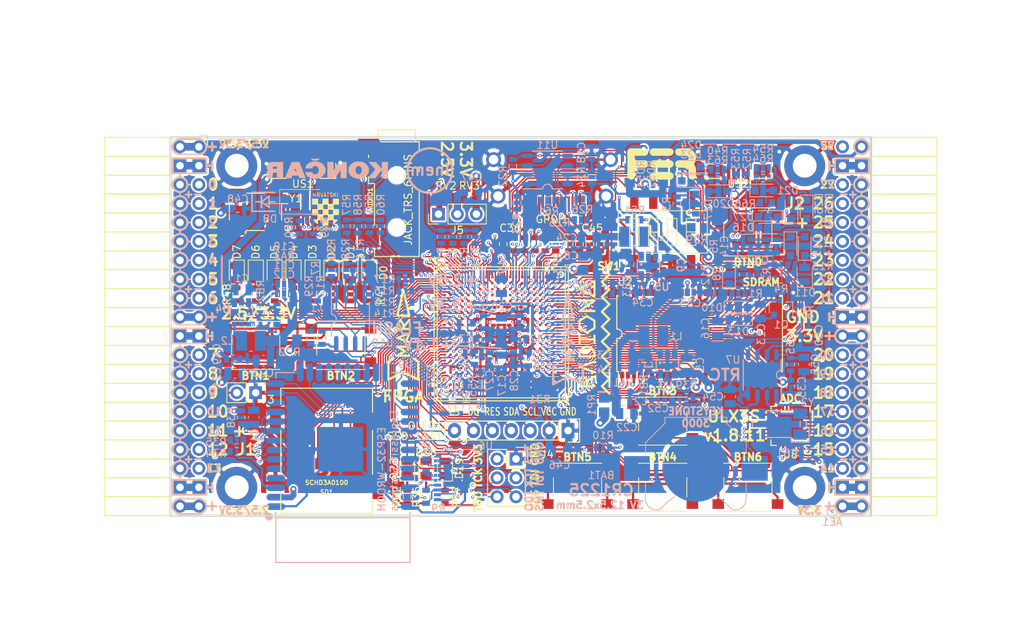
<source format=kicad_pcb>
(kicad_pcb (version 20171130) (host pcbnew 5.0.0-rc2+dfsg1-3)

  (general
    (thickness 1.6)
    (drawings 494)
    (tracks 4897)
    (zones 0)
    (modules 212)
    (nets 318)
  )

  (page A4)
  (layers
    (0 F.Cu signal)
    (1 In1.Cu signal)
    (2 In2.Cu signal)
    (31 B.Cu signal)
    (32 B.Adhes user)
    (33 F.Adhes user)
    (34 B.Paste user)
    (35 F.Paste user)
    (36 B.SilkS user)
    (37 F.SilkS user)
    (38 B.Mask user)
    (39 F.Mask user)
    (40 Dwgs.User user)
    (41 Cmts.User user)
    (42 Eco1.User user)
    (43 Eco2.User user)
    (44 Edge.Cuts user)
    (45 Margin user)
    (46 B.CrtYd user)
    (47 F.CrtYd user)
    (48 B.Fab user hide)
    (49 F.Fab user)
  )

  (setup
    (last_trace_width 0.3)
    (trace_clearance 0.127)
    (zone_clearance 0.127)
    (zone_45_only no)
    (trace_min 0.127)
    (segment_width 0.2)
    (edge_width 0.2)
    (via_size 0.4)
    (via_drill 0.2)
    (via_min_size 0.4)
    (via_min_drill 0.2)
    (uvia_size 0.3)
    (uvia_drill 0.1)
    (uvias_allowed no)
    (uvia_min_size 0.2)
    (uvia_min_drill 0.1)
    (pcb_text_width 0.3)
    (pcb_text_size 1.5 1.5)
    (mod_edge_width 0.15)
    (mod_text_size 1 1)
    (mod_text_width 0.15)
    (pad_size 0.3 0.3)
    (pad_drill 0)
    (pad_to_mask_clearance 0.05)
    (aux_axis_origin 94.1 112.22)
    (grid_origin 93.48 113)
    (visible_elements 7FFFFFFF)
    (pcbplotparams
      (layerselection 0x010fc_ffffffff)
      (usegerberextensions true)
      (usegerberattributes false)
      (usegerberadvancedattributes false)
      (creategerberjobfile false)
      (excludeedgelayer true)
      (linewidth 0.100000)
      (plotframeref false)
      (viasonmask false)
      (mode 1)
      (useauxorigin false)
      (hpglpennumber 1)
      (hpglpenspeed 20)
      (hpglpendiameter 15)
      (psnegative false)
      (psa4output false)
      (plotreference true)
      (plotvalue true)
      (plotinvisibletext false)
      (padsonsilk false)
      (subtractmaskfromsilk false)
      (outputformat 1)
      (mirror false)
      (drillshape 0)
      (scaleselection 1)
      (outputdirectory plot))
  )

  (net 0 "")
  (net 1 GND)
  (net 2 +5V)
  (net 3 /gpio/IN5V)
  (net 4 /gpio/OUT5V)
  (net 5 +3V3)
  (net 6 BTN_D)
  (net 7 BTN_F1)
  (net 8 BTN_F2)
  (net 9 BTN_L)
  (net 10 BTN_R)
  (net 11 BTN_U)
  (net 12 /power/FB1)
  (net 13 +2V5)
  (net 14 /power/PWREN)
  (net 15 /power/FB3)
  (net 16 /power/FB2)
  (net 17 /power/VBAT)
  (net 18 JTAG_TDI)
  (net 19 JTAG_TCK)
  (net 20 JTAG_TMS)
  (net 21 JTAG_TDO)
  (net 22 /power/WAKEUPn)
  (net 23 /power/WKUP)
  (net 24 /power/SHUT)
  (net 25 /power/WAKE)
  (net 26 /power/HOLD)
  (net 27 /power/WKn)
  (net 28 /power/OSCI_32k)
  (net 29 /power/OSCO_32k)
  (net 30 SHUTDOWN)
  (net 31 /analog/AUDIO_L)
  (net 32 /analog/AUDIO_R)
  (net 33 GPDI_SDA)
  (net 34 GPDI_SCL)
  (net 35 /gpdi/VREF2)
  (net 36 SD_CMD)
  (net 37 SD_CLK)
  (net 38 SD_D0)
  (net 39 SD_D1)
  (net 40 USB5V)
  (net 41 GPDI_CEC)
  (net 42 nRESET)
  (net 43 FTDI_nDTR)
  (net 44 SDRAM_CKE)
  (net 45 SDRAM_A7)
  (net 46 SDRAM_D15)
  (net 47 SDRAM_BA1)
  (net 48 SDRAM_D7)
  (net 49 SDRAM_A6)
  (net 50 SDRAM_CLK)
  (net 51 SDRAM_D13)
  (net 52 SDRAM_BA0)
  (net 53 SDRAM_D6)
  (net 54 SDRAM_A5)
  (net 55 SDRAM_D14)
  (net 56 SDRAM_A11)
  (net 57 SDRAM_D12)
  (net 58 SDRAM_D5)
  (net 59 SDRAM_A4)
  (net 60 SDRAM_A10)
  (net 61 SDRAM_D11)
  (net 62 SDRAM_A3)
  (net 63 SDRAM_D4)
  (net 64 SDRAM_D10)
  (net 65 SDRAM_D9)
  (net 66 SDRAM_A9)
  (net 67 SDRAM_D3)
  (net 68 SDRAM_D8)
  (net 69 SDRAM_A8)
  (net 70 SDRAM_A2)
  (net 71 SDRAM_A1)
  (net 72 SDRAM_A0)
  (net 73 SDRAM_D2)
  (net 74 SDRAM_D1)
  (net 75 SDRAM_D0)
  (net 76 SDRAM_DQM0)
  (net 77 SDRAM_nCS)
  (net 78 SDRAM_nRAS)
  (net 79 SDRAM_DQM1)
  (net 80 SDRAM_nCAS)
  (net 81 SDRAM_nWE)
  (net 82 /flash/FLASH_nWP)
  (net 83 /flash/FLASH_nHOLD)
  (net 84 /flash/FLASH_MOSI)
  (net 85 /flash/FLASH_MISO)
  (net 86 /flash/FLASH_SCK)
  (net 87 /flash/FLASH_nCS)
  (net 88 /flash/FPGA_PROGRAMN)
  (net 89 /flash/FPGA_DONE)
  (net 90 /flash/FPGA_INITN)
  (net 91 OLED_RES)
  (net 92 OLED_DC)
  (net 93 OLED_CS)
  (net 94 WIFI_EN)
  (net 95 FTDI_nRTS)
  (net 96 FTDI_TXD)
  (net 97 FTDI_RXD)
  (net 98 WIFI_RXD)
  (net 99 WIFI_GPIO0)
  (net 100 WIFI_TXD)
  (net 101 USB_FTDI_D+)
  (net 102 USB_FTDI_D-)
  (net 103 SD_D3)
  (net 104 AUDIO_L3)
  (net 105 AUDIO_L2)
  (net 106 AUDIO_L1)
  (net 107 AUDIO_L0)
  (net 108 AUDIO_R3)
  (net 109 AUDIO_R2)
  (net 110 AUDIO_R1)
  (net 111 AUDIO_R0)
  (net 112 OLED_CLK)
  (net 113 OLED_MOSI)
  (net 114 LED0)
  (net 115 LED1)
  (net 116 LED2)
  (net 117 LED3)
  (net 118 LED4)
  (net 119 LED5)
  (net 120 LED6)
  (net 121 LED7)
  (net 122 BTN_PWRn)
  (net 123 FTDI_nTXLED)
  (net 124 FTDI_nSLEEP)
  (net 125 /blinkey/LED_PWREN)
  (net 126 /blinkey/LED_TXLED)
  (net 127 /sdcard/SD3V3)
  (net 128 SD_D2)
  (net 129 CLK_25MHz)
  (net 130 /blinkey/BTNPUL)
  (net 131 /blinkey/BTNPUR)
  (net 132 USB_FPGA_D+)
  (net 133 /power/FTDI_nSUSPEND)
  (net 134 /blinkey/ALED0)
  (net 135 /blinkey/ALED1)
  (net 136 /blinkey/ALED2)
  (net 137 /blinkey/ALED3)
  (net 138 /blinkey/ALED4)
  (net 139 /blinkey/ALED5)
  (net 140 /blinkey/ALED6)
  (net 141 /blinkey/ALED7)
  (net 142 /usb/FTD-)
  (net 143 /usb/FTD+)
  (net 144 ADC_MISO)
  (net 145 ADC_MOSI)
  (net 146 ADC_CSn)
  (net 147 ADC_SCLK)
  (net 148 SW3)
  (net 149 SW2)
  (net 150 SW1)
  (net 151 USB_FPGA_D-)
  (net 152 /usb/FPD+)
  (net 153 /usb/FPD-)
  (net 154 WIFI_GPIO16)
  (net 155 /usb/ANT_433MHz)
  (net 156 /power/PWRBTn)
  (net 157 PROG_DONE)
  (net 158 /power/P3V3)
  (net 159 /power/P2V5)
  (net 160 /power/L1)
  (net 161 /power/L3)
  (net 162 /power/L2)
  (net 163 FTDI_TXDEN)
  (net 164 SDRAM_A12)
  (net 165 /analog/AUDIO_V)
  (net 166 AUDIO_V3)
  (net 167 AUDIO_V2)
  (net 168 AUDIO_V1)
  (net 169 AUDIO_V0)
  (net 170 /blinkey/LED_WIFI)
  (net 171 /power/P1V1)
  (net 172 +1V1)
  (net 173 SW4)
  (net 174 /blinkey/SWPU)
  (net 175 /wifi/WIFIEN)
  (net 176 FT2V5)
  (net 177 GN0)
  (net 178 GP0)
  (net 179 GN1)
  (net 180 GP1)
  (net 181 GN2)
  (net 182 GP2)
  (net 183 GN3)
  (net 184 GP3)
  (net 185 GN4)
  (net 186 GP4)
  (net 187 GN5)
  (net 188 GP5)
  (net 189 GN6)
  (net 190 GP6)
  (net 191 GN14)
  (net 192 GP14)
  (net 193 GN15)
  (net 194 GP15)
  (net 195 GN16)
  (net 196 GP16)
  (net 197 GN17)
  (net 198 GP17)
  (net 199 GN18)
  (net 200 GP18)
  (net 201 GN19)
  (net 202 GP19)
  (net 203 GN20)
  (net 204 GP20)
  (net 205 GN21)
  (net 206 GP21)
  (net 207 GN22)
  (net 208 GP22)
  (net 209 GN23)
  (net 210 GP23)
  (net 211 GN24)
  (net 212 GP24)
  (net 213 GN25)
  (net 214 GP25)
  (net 215 GN26)
  (net 216 GP26)
  (net 217 GN27)
  (net 218 GP27)
  (net 219 GN7)
  (net 220 GP7)
  (net 221 GN8)
  (net 222 GP8)
  (net 223 GN9)
  (net 224 GP9)
  (net 225 GN10)
  (net 226 GP10)
  (net 227 GN11)
  (net 228 GP11)
  (net 229 GN12)
  (net 230 GP12)
  (net 231 GN13)
  (net 232 GP13)
  (net 233 WIFI_GPIO5)
  (net 234 WIFI_GPIO17)
  (net 235 USB_FPGA_PULL_D+)
  (net 236 USB_FPGA_PULL_D-)
  (net 237 "Net-(D23-Pad2)")
  (net 238 "Net-(D24-Pad1)")
  (net 239 "Net-(D25-Pad2)")
  (net 240 "Net-(D26-Pad1)")
  (net 241 /gpdi/GPDI_ETH+)
  (net 242 FPDI_ETH+)
  (net 243 /gpdi/GPDI_ETH-)
  (net 244 FPDI_ETH-)
  (net 245 /gpdi/GPDI_D2-)
  (net 246 FPDI_D2-)
  (net 247 /gpdi/GPDI_D1-)
  (net 248 FPDI_D1-)
  (net 249 /gpdi/GPDI_D0-)
  (net 250 FPDI_D0-)
  (net 251 /gpdi/GPDI_CLK-)
  (net 252 FPDI_CLK-)
  (net 253 /gpdi/GPDI_D2+)
  (net 254 FPDI_D2+)
  (net 255 /gpdi/GPDI_D1+)
  (net 256 FPDI_D1+)
  (net 257 /gpdi/GPDI_D0+)
  (net 258 FPDI_D0+)
  (net 259 /gpdi/GPDI_CLK+)
  (net 260 FPDI_CLK+)
  (net 261 FPDI_SDA)
  (net 262 FPDI_SCL)
  (net 263 /gpdi/FPDI_CEC)
  (net 264 2V5_3V3)
  (net 265 "Net-(AUDIO1-Pad5)")
  (net 266 "Net-(AUDIO1-Pad6)")
  (net 267 "Net-(U1-PadA15)")
  (net 268 "Net-(U1-PadC9)")
  (net 269 "Net-(U1-PadD9)")
  (net 270 "Net-(U1-PadD10)")
  (net 271 "Net-(U1-PadD11)")
  (net 272 "Net-(U1-PadD12)")
  (net 273 "Net-(U1-PadE6)")
  (net 274 "Net-(U1-PadE9)")
  (net 275 "Net-(U1-PadE10)")
  (net 276 "Net-(U1-PadE11)")
  (net 277 "Net-(U1-PadJ4)")
  (net 278 "Net-(U1-PadJ5)")
  (net 279 "Net-(U1-PadK5)")
  (net 280 "Net-(U1-PadL5)")
  (net 281 "Net-(U1-PadM4)")
  (net 282 "Net-(U1-PadM5)")
  (net 283 SD_CD)
  (net 284 SD_WP)
  (net 285 "Net-(U1-PadR3)")
  (net 286 "Net-(U1-PadT16)")
  (net 287 "Net-(U1-PadW4)")
  (net 288 "Net-(U1-PadW5)")
  (net 289 "Net-(U1-PadW8)")
  (net 290 "Net-(U1-PadW9)")
  (net 291 "Net-(U1-PadW13)")
  (net 292 "Net-(U1-PadW14)")
  (net 293 "Net-(U1-PadW17)")
  (net 294 "Net-(U1-PadW18)")
  (net 295 FTDI_nRXLED)
  (net 296 "Net-(U8-Pad12)")
  (net 297 "Net-(U8-Pad25)")
  (net 298 "Net-(U9-Pad32)")
  (net 299 "Net-(U9-Pad22)")
  (net 300 "Net-(U9-Pad21)")
  (net 301 "Net-(U9-Pad20)")
  (net 302 "Net-(U9-Pad19)")
  (net 303 "Net-(U9-Pad18)")
  (net 304 "Net-(U9-Pad17)")
  (net 305 "Net-(U9-Pad12)")
  (net 306 "Net-(U9-Pad5)")
  (net 307 "Net-(U9-Pad4)")
  (net 308 "Net-(US1-Pad4)")
  (net 309 "Net-(Y2-Pad3)")
  (net 310 "Net-(Y2-Pad2)")
  (net 311 "Net-(U1-PadK16)")
  (net 312 "Net-(U1-PadK17)")
  (net 313 /usb/US2VBUS)
  (net 314 /power/SHD)
  (net 315 /power/RTCVDD)
  (net 316 "Net-(D27-Pad2)")
  (net 317 US2_ID)

  (net_class Default "This is the default net class."
    (clearance 0.127)
    (trace_width 0.3)
    (via_dia 0.4)
    (via_drill 0.2)
    (uvia_dia 0.3)
    (uvia_drill 0.1)
    (add_net +1V1)
    (add_net +2V5)
    (add_net +3V3)
    (add_net +5V)
    (add_net /analog/AUDIO_L)
    (add_net /analog/AUDIO_R)
    (add_net /analog/AUDIO_V)
    (add_net /blinkey/ALED0)
    (add_net /blinkey/ALED1)
    (add_net /blinkey/ALED2)
    (add_net /blinkey/ALED3)
    (add_net /blinkey/ALED4)
    (add_net /blinkey/ALED5)
    (add_net /blinkey/ALED6)
    (add_net /blinkey/ALED7)
    (add_net /blinkey/BTNPUL)
    (add_net /blinkey/BTNPUR)
    (add_net /blinkey/LED_PWREN)
    (add_net /blinkey/LED_TXLED)
    (add_net /blinkey/LED_WIFI)
    (add_net /blinkey/SWPU)
    (add_net /gpdi/GPDI_CLK+)
    (add_net /gpdi/GPDI_CLK-)
    (add_net /gpdi/GPDI_D0+)
    (add_net /gpdi/GPDI_D0-)
    (add_net /gpdi/GPDI_D1+)
    (add_net /gpdi/GPDI_D1-)
    (add_net /gpdi/GPDI_D2+)
    (add_net /gpdi/GPDI_D2-)
    (add_net /gpdi/GPDI_ETH+)
    (add_net /gpdi/GPDI_ETH-)
    (add_net /gpdi/VREF2)
    (add_net /gpio/IN5V)
    (add_net /gpio/OUT5V)
    (add_net /power/FB1)
    (add_net /power/FB2)
    (add_net /power/FB3)
    (add_net /power/FTDI_nSUSPEND)
    (add_net /power/HOLD)
    (add_net /power/L1)
    (add_net /power/L2)
    (add_net /power/L3)
    (add_net /power/OSCI_32k)
    (add_net /power/OSCO_32k)
    (add_net /power/P1V1)
    (add_net /power/P2V5)
    (add_net /power/P3V3)
    (add_net /power/PWRBTn)
    (add_net /power/PWREN)
    (add_net /power/RTCVDD)
    (add_net /power/SHD)
    (add_net /power/SHUT)
    (add_net /power/VBAT)
    (add_net /power/WAKE)
    (add_net /power/WAKEUPn)
    (add_net /power/WKUP)
    (add_net /power/WKn)
    (add_net /sdcard/SD3V3)
    (add_net /usb/ANT_433MHz)
    (add_net /usb/FPD+)
    (add_net /usb/FPD-)
    (add_net /usb/FTD+)
    (add_net /usb/FTD-)
    (add_net /usb/US2VBUS)
    (add_net /wifi/WIFIEN)
    (add_net 2V5_3V3)
    (add_net FT2V5)
    (add_net FTDI_nRXLED)
    (add_net GND)
    (add_net "Net-(AUDIO1-Pad5)")
    (add_net "Net-(AUDIO1-Pad6)")
    (add_net "Net-(D23-Pad2)")
    (add_net "Net-(D24-Pad1)")
    (add_net "Net-(D25-Pad2)")
    (add_net "Net-(D26-Pad1)")
    (add_net "Net-(D27-Pad2)")
    (add_net "Net-(U1-PadA15)")
    (add_net "Net-(U1-PadC9)")
    (add_net "Net-(U1-PadD10)")
    (add_net "Net-(U1-PadD11)")
    (add_net "Net-(U1-PadD12)")
    (add_net "Net-(U1-PadD9)")
    (add_net "Net-(U1-PadE10)")
    (add_net "Net-(U1-PadE11)")
    (add_net "Net-(U1-PadE6)")
    (add_net "Net-(U1-PadE9)")
    (add_net "Net-(U1-PadJ4)")
    (add_net "Net-(U1-PadJ5)")
    (add_net "Net-(U1-PadK16)")
    (add_net "Net-(U1-PadK17)")
    (add_net "Net-(U1-PadK5)")
    (add_net "Net-(U1-PadL5)")
    (add_net "Net-(U1-PadM4)")
    (add_net "Net-(U1-PadM5)")
    (add_net "Net-(U1-PadR3)")
    (add_net "Net-(U1-PadT16)")
    (add_net "Net-(U1-PadW13)")
    (add_net "Net-(U1-PadW14)")
    (add_net "Net-(U1-PadW17)")
    (add_net "Net-(U1-PadW18)")
    (add_net "Net-(U1-PadW4)")
    (add_net "Net-(U1-PadW5)")
    (add_net "Net-(U1-PadW8)")
    (add_net "Net-(U1-PadW9)")
    (add_net "Net-(U8-Pad12)")
    (add_net "Net-(U8-Pad25)")
    (add_net "Net-(U9-Pad12)")
    (add_net "Net-(U9-Pad17)")
    (add_net "Net-(U9-Pad18)")
    (add_net "Net-(U9-Pad19)")
    (add_net "Net-(U9-Pad20)")
    (add_net "Net-(U9-Pad21)")
    (add_net "Net-(U9-Pad22)")
    (add_net "Net-(U9-Pad32)")
    (add_net "Net-(U9-Pad4)")
    (add_net "Net-(U9-Pad5)")
    (add_net "Net-(US1-Pad4)")
    (add_net "Net-(Y2-Pad2)")
    (add_net "Net-(Y2-Pad3)")
    (add_net SD_CD)
    (add_net SD_WP)
    (add_net US2_ID)
    (add_net USB5V)
  )

  (net_class BGA ""
    (clearance 0.127)
    (trace_width 0.19)
    (via_dia 0.4)
    (via_drill 0.2)
    (uvia_dia 0.3)
    (uvia_drill 0.1)
    (add_net /flash/FLASH_MISO)
    (add_net /flash/FLASH_MOSI)
    (add_net /flash/FLASH_SCK)
    (add_net /flash/FLASH_nCS)
    (add_net /flash/FLASH_nHOLD)
    (add_net /flash/FLASH_nWP)
    (add_net /flash/FPGA_DONE)
    (add_net /flash/FPGA_INITN)
    (add_net /flash/FPGA_PROGRAMN)
    (add_net /gpdi/FPDI_CEC)
    (add_net ADC_CSn)
    (add_net ADC_MISO)
    (add_net ADC_MOSI)
    (add_net ADC_SCLK)
    (add_net AUDIO_L0)
    (add_net AUDIO_L1)
    (add_net AUDIO_L2)
    (add_net AUDIO_L3)
    (add_net AUDIO_R0)
    (add_net AUDIO_R1)
    (add_net AUDIO_R2)
    (add_net AUDIO_R3)
    (add_net AUDIO_V0)
    (add_net AUDIO_V1)
    (add_net AUDIO_V2)
    (add_net AUDIO_V3)
    (add_net BTN_D)
    (add_net BTN_F1)
    (add_net BTN_F2)
    (add_net BTN_L)
    (add_net BTN_PWRn)
    (add_net BTN_R)
    (add_net BTN_U)
    (add_net CLK_25MHz)
    (add_net FPDI_CLK+)
    (add_net FPDI_CLK-)
    (add_net FPDI_D0+)
    (add_net FPDI_D0-)
    (add_net FPDI_D1+)
    (add_net FPDI_D1-)
    (add_net FPDI_D2+)
    (add_net FPDI_D2-)
    (add_net FPDI_ETH+)
    (add_net FPDI_ETH-)
    (add_net FPDI_SCL)
    (add_net FPDI_SDA)
    (add_net FTDI_RXD)
    (add_net FTDI_TXD)
    (add_net FTDI_TXDEN)
    (add_net FTDI_nDTR)
    (add_net FTDI_nRTS)
    (add_net FTDI_nSLEEP)
    (add_net FTDI_nTXLED)
    (add_net GN0)
    (add_net GN1)
    (add_net GN10)
    (add_net GN11)
    (add_net GN12)
    (add_net GN13)
    (add_net GN14)
    (add_net GN15)
    (add_net GN16)
    (add_net GN17)
    (add_net GN18)
    (add_net GN19)
    (add_net GN2)
    (add_net GN20)
    (add_net GN21)
    (add_net GN22)
    (add_net GN23)
    (add_net GN24)
    (add_net GN25)
    (add_net GN26)
    (add_net GN27)
    (add_net GN3)
    (add_net GN4)
    (add_net GN5)
    (add_net GN6)
    (add_net GN7)
    (add_net GN8)
    (add_net GN9)
    (add_net GP0)
    (add_net GP1)
    (add_net GP10)
    (add_net GP11)
    (add_net GP12)
    (add_net GP13)
    (add_net GP14)
    (add_net GP15)
    (add_net GP16)
    (add_net GP17)
    (add_net GP18)
    (add_net GP19)
    (add_net GP2)
    (add_net GP20)
    (add_net GP21)
    (add_net GP22)
    (add_net GP23)
    (add_net GP24)
    (add_net GP25)
    (add_net GP26)
    (add_net GP27)
    (add_net GP3)
    (add_net GP4)
    (add_net GP5)
    (add_net GP6)
    (add_net GP7)
    (add_net GP8)
    (add_net GP9)
    (add_net GPDI_CEC)
    (add_net GPDI_SCL)
    (add_net GPDI_SDA)
    (add_net JTAG_TCK)
    (add_net JTAG_TDI)
    (add_net JTAG_TDO)
    (add_net JTAG_TMS)
    (add_net LED0)
    (add_net LED1)
    (add_net LED2)
    (add_net LED3)
    (add_net LED4)
    (add_net LED5)
    (add_net LED6)
    (add_net LED7)
    (add_net OLED_CLK)
    (add_net OLED_CS)
    (add_net OLED_DC)
    (add_net OLED_MOSI)
    (add_net OLED_RES)
    (add_net PROG_DONE)
    (add_net SDRAM_A0)
    (add_net SDRAM_A1)
    (add_net SDRAM_A10)
    (add_net SDRAM_A11)
    (add_net SDRAM_A12)
    (add_net SDRAM_A2)
    (add_net SDRAM_A3)
    (add_net SDRAM_A4)
    (add_net SDRAM_A5)
    (add_net SDRAM_A6)
    (add_net SDRAM_A7)
    (add_net SDRAM_A8)
    (add_net SDRAM_A9)
    (add_net SDRAM_BA0)
    (add_net SDRAM_BA1)
    (add_net SDRAM_CKE)
    (add_net SDRAM_CLK)
    (add_net SDRAM_D0)
    (add_net SDRAM_D1)
    (add_net SDRAM_D10)
    (add_net SDRAM_D11)
    (add_net SDRAM_D12)
    (add_net SDRAM_D13)
    (add_net SDRAM_D14)
    (add_net SDRAM_D15)
    (add_net SDRAM_D2)
    (add_net SDRAM_D3)
    (add_net SDRAM_D4)
    (add_net SDRAM_D5)
    (add_net SDRAM_D6)
    (add_net SDRAM_D7)
    (add_net SDRAM_D8)
    (add_net SDRAM_D9)
    (add_net SDRAM_DQM0)
    (add_net SDRAM_DQM1)
    (add_net SDRAM_nCAS)
    (add_net SDRAM_nCS)
    (add_net SDRAM_nRAS)
    (add_net SDRAM_nWE)
    (add_net SD_CLK)
    (add_net SD_CMD)
    (add_net SD_D0)
    (add_net SD_D1)
    (add_net SD_D2)
    (add_net SD_D3)
    (add_net SHUTDOWN)
    (add_net SW1)
    (add_net SW2)
    (add_net SW3)
    (add_net SW4)
    (add_net USB_FPGA_D+)
    (add_net USB_FPGA_D-)
    (add_net USB_FPGA_PULL_D+)
    (add_net USB_FPGA_PULL_D-)
    (add_net USB_FTDI_D+)
    (add_net USB_FTDI_D-)
    (add_net WIFI_EN)
    (add_net WIFI_GPIO0)
    (add_net WIFI_GPIO16)
    (add_net WIFI_GPIO17)
    (add_net WIFI_GPIO5)
    (add_net WIFI_RXD)
    (add_net WIFI_TXD)
    (add_net nRESET)
  )

  (net_class Minimal ""
    (clearance 0.127)
    (trace_width 0.127)
    (via_dia 0.4)
    (via_drill 0.2)
    (uvia_dia 0.3)
    (uvia_drill 0.1)
  )

  (module TSOP54:TSOP54 (layer F.Cu) (tedit 5B1ADE42) (tstamp 5A111CAC)
    (at 165.093 87.8 90)
    (descr "TSOPII-54: Plastic Thin Small Outline Package; 54 leads; body width 10.16mm; (see 128m-as4c4m32s-tsopii.pdf and http://www.infineon.com/cms/packages/SMD_-_Surface_Mounted_Devices/P-PG-TSOPII/P-TSOPII-54-1.html)")
    (tags "TSOPII 0.8")
    (path /58D6D507/5A04F49A)
    (attr smd)
    (fp_text reference U2 (at 6.98 -9.993 180) (layer F.SilkS)
      (effects (font (size 1 1) (thickness 0.15)))
    )
    (fp_text value MT48LC16M16A2TG (at 0 12 90) (layer F.Fab)
      (effects (font (size 1 1) (thickness 0.15)))
    )
    (fp_line (start -5.08 11.1) (end -5.08 10.9) (layer F.SilkS) (width 0.15))
    (fp_line (start 5.08 11.1) (end 5.08 10.9) (layer F.SilkS) (width 0.15))
    (fp_line (start -5.08 -10.9) (end -5.9 -10.9) (layer F.SilkS) (width 0.15))
    (fp_line (start -5.08 -11.1) (end -5.08 -10.9) (layer F.SilkS) (width 0.15))
    (fp_line (start 5.08 -11.1) (end 5.08 -10.9) (layer F.SilkS) (width 0.15))
    (fp_line (start 5.08 11.11) (end -5.08 11.11) (layer F.SilkS) (width 0.15))
    (fp_line (start -5.08 -11.11) (end -0.635 -11.11) (layer F.SilkS) (width 0.15))
    (fp_arc (start 0 -11.049) (end -0.635 -11.049) (angle -180) (layer F.SilkS) (width 0.15))
    (fp_line (start 0.635 -11.11) (end 5.08 -11.11) (layer F.SilkS) (width 0.15))
    (pad 28 smd rect (at 5.53 10.4 90) (size 0.9 0.56) (layers F.Cu F.Paste F.Mask)
      (net 1 GND))
    (pad 1 smd rect (at -5.53 -10.4 90) (size 0.9 0.56) (layers F.Cu F.Paste F.Mask)
      (net 5 +3V3))
    (pad 2 smd rect (at -5.53 -9.6 90) (size 0.9 0.56) (layers F.Cu F.Paste F.Mask)
      (net 75 SDRAM_D0))
    (pad 3 smd rect (at -5.53 -8.8 90) (size 0.9 0.56) (layers F.Cu F.Paste F.Mask)
      (net 5 +3V3))
    (pad 4 smd rect (at -5.53 -8 90) (size 0.9 0.56) (layers F.Cu F.Paste F.Mask)
      (net 74 SDRAM_D1))
    (pad 5 smd rect (at -5.53 -7.2 90) (size 0.9 0.56) (layers F.Cu F.Paste F.Mask)
      (net 73 SDRAM_D2))
    (pad 6 smd rect (at -5.53 -6.4 90) (size 0.9 0.56) (layers F.Cu F.Paste F.Mask)
      (net 1 GND))
    (pad 7 smd rect (at -5.53 -5.6 90) (size 0.9 0.56) (layers F.Cu F.Paste F.Mask)
      (net 67 SDRAM_D3))
    (pad 8 smd rect (at -5.53 -4.8 90) (size 0.9 0.56) (layers F.Cu F.Paste F.Mask)
      (net 63 SDRAM_D4))
    (pad 9 smd rect (at -5.53 -4 90) (size 0.9 0.56) (layers F.Cu F.Paste F.Mask)
      (net 5 +3V3))
    (pad 10 smd rect (at -5.53 -3.2 90) (size 0.9 0.56) (layers F.Cu F.Paste F.Mask)
      (net 58 SDRAM_D5))
    (pad 11 smd rect (at -5.53 -2.4 90) (size 0.9 0.56) (layers F.Cu F.Paste F.Mask)
      (net 53 SDRAM_D6))
    (pad 12 smd rect (at -5.53 -1.6 90) (size 0.9 0.56) (layers F.Cu F.Paste F.Mask)
      (net 1 GND))
    (pad 13 smd rect (at -5.53 -0.8 90) (size 0.9 0.56) (layers F.Cu F.Paste F.Mask)
      (net 48 SDRAM_D7))
    (pad 14 smd rect (at -5.53 0 90) (size 0.9 0.56) (layers F.Cu F.Paste F.Mask)
      (net 5 +3V3))
    (pad 15 smd rect (at -5.53 0.8 90) (size 0.9 0.56) (layers F.Cu F.Paste F.Mask)
      (net 76 SDRAM_DQM0))
    (pad 16 smd rect (at -5.53 1.6 90) (size 0.9 0.56) (layers F.Cu F.Paste F.Mask)
      (net 81 SDRAM_nWE))
    (pad 17 smd rect (at -5.53 2.4 90) (size 0.9 0.56) (layers F.Cu F.Paste F.Mask)
      (net 80 SDRAM_nCAS))
    (pad 18 smd rect (at -5.53 3.2 90) (size 0.9 0.56) (layers F.Cu F.Paste F.Mask)
      (net 78 SDRAM_nRAS))
    (pad 19 smd rect (at -5.53 4 90) (size 0.9 0.56) (layers F.Cu F.Paste F.Mask)
      (net 77 SDRAM_nCS))
    (pad 20 smd rect (at -5.53 4.8 90) (size 0.9 0.56) (layers F.Cu F.Paste F.Mask)
      (net 52 SDRAM_BA0))
    (pad 21 smd rect (at -5.53 5.6 90) (size 0.9 0.56) (layers F.Cu F.Paste F.Mask)
      (net 47 SDRAM_BA1))
    (pad 22 smd rect (at -5.53 6.4 90) (size 0.9 0.56) (layers F.Cu F.Paste F.Mask)
      (net 60 SDRAM_A10))
    (pad 23 smd rect (at -5.53 7.2 90) (size 0.9 0.56) (layers F.Cu F.Paste F.Mask)
      (net 72 SDRAM_A0))
    (pad 24 smd rect (at -5.53 8 90) (size 0.9 0.56) (layers F.Cu F.Paste F.Mask)
      (net 71 SDRAM_A1))
    (pad 25 smd rect (at -5.53 8.8 90) (size 0.9 0.56) (layers F.Cu F.Paste F.Mask)
      (net 70 SDRAM_A2))
    (pad 26 smd rect (at -5.53 9.6 90) (size 0.9 0.56) (layers F.Cu F.Paste F.Mask)
      (net 62 SDRAM_A3))
    (pad 27 smd rect (at -5.53 10.4 90) (size 0.9 0.56) (layers F.Cu F.Paste F.Mask)
      (net 5 +3V3))
    (pad 29 smd rect (at 5.53 9.6 90) (size 0.9 0.56) (layers F.Cu F.Paste F.Mask)
      (net 59 SDRAM_A4))
    (pad 30 smd rect (at 5.53 8.8 90) (size 0.9 0.56) (layers F.Cu F.Paste F.Mask)
      (net 54 SDRAM_A5))
    (pad 31 smd rect (at 5.53 8 90) (size 0.9 0.56) (layers F.Cu F.Paste F.Mask)
      (net 49 SDRAM_A6))
    (pad 32 smd rect (at 5.53 7.2 90) (size 0.9 0.56) (layers F.Cu F.Paste F.Mask)
      (net 45 SDRAM_A7))
    (pad 33 smd rect (at 5.53 6.4 90) (size 0.9 0.56) (layers F.Cu F.Paste F.Mask)
      (net 69 SDRAM_A8))
    (pad 34 smd rect (at 5.53 5.6 90) (size 0.9 0.56) (layers F.Cu F.Paste F.Mask)
      (net 66 SDRAM_A9))
    (pad 35 smd rect (at 5.53 4.8 90) (size 0.9 0.56) (layers F.Cu F.Paste F.Mask)
      (net 56 SDRAM_A11))
    (pad 36 smd rect (at 5.53 4 90) (size 0.9 0.56) (layers F.Cu F.Paste F.Mask)
      (net 164 SDRAM_A12))
    (pad 37 smd rect (at 5.53 3.2 90) (size 0.9 0.56) (layers F.Cu F.Paste F.Mask)
      (net 44 SDRAM_CKE))
    (pad 38 smd rect (at 5.53 2.4 90) (size 0.9 0.56) (layers F.Cu F.Paste F.Mask)
      (net 50 SDRAM_CLK))
    (pad 39 smd rect (at 5.53 1.6 90) (size 0.9 0.56) (layers F.Cu F.Paste F.Mask)
      (net 79 SDRAM_DQM1))
    (pad 40 smd rect (at 5.53 0.8 90) (size 0.9 0.56) (layers F.Cu F.Paste F.Mask))
    (pad 41 smd rect (at 5.53 0 90) (size 0.9 0.56) (layers F.Cu F.Paste F.Mask)
      (net 1 GND))
    (pad 42 smd rect (at 5.53 -0.8 90) (size 0.9 0.56) (layers F.Cu F.Paste F.Mask)
      (net 68 SDRAM_D8))
    (pad 43 smd rect (at 5.53 -1.6 90) (size 0.9 0.56) (layers F.Cu F.Paste F.Mask)
      (net 5 +3V3))
    (pad 44 smd rect (at 5.53 -2.4 90) (size 0.9 0.56) (layers F.Cu F.Paste F.Mask)
      (net 65 SDRAM_D9))
    (pad 45 smd rect (at 5.53 -3.2 90) (size 0.9 0.56) (layers F.Cu F.Paste F.Mask)
      (net 64 SDRAM_D10))
    (pad 46 smd rect (at 5.53 -4 90) (size 0.9 0.56) (layers F.Cu F.Paste F.Mask)
      (net 1 GND))
    (pad 47 smd rect (at 5.53 -4.8 90) (size 0.9 0.56) (layers F.Cu F.Paste F.Mask)
      (net 61 SDRAM_D11))
    (pad 48 smd rect (at 5.53 -5.6 90) (size 0.9 0.56) (layers F.Cu F.Paste F.Mask)
      (net 57 SDRAM_D12))
    (pad 49 smd rect (at 5.53 -6.4 90) (size 0.9 0.56) (layers F.Cu F.Paste F.Mask)
      (net 5 +3V3))
    (pad 50 smd rect (at 5.53 -7.2 90) (size 0.9 0.56) (layers F.Cu F.Paste F.Mask)
      (net 51 SDRAM_D13))
    (pad 51 smd rect (at 5.53 -8 90) (size 0.9 0.56) (layers F.Cu F.Paste F.Mask)
      (net 55 SDRAM_D14))
    (pad 52 smd rect (at 5.53 -8.8 90) (size 0.9 0.56) (layers F.Cu F.Paste F.Mask)
      (net 1 GND))
    (pad 53 smd rect (at 5.53 -9.6 90) (size 0.9 0.56) (layers F.Cu F.Paste F.Mask)
      (net 46 SDRAM_D15))
    (pad 54 smd rect (at 5.53 -10.4 90) (size 0.9 0.56) (layers F.Cu F.Paste F.Mask)
      (net 1 GND))
    (model ./footprints/sdram/TSOP54.3dshapes/TSOP54.wrl
      (at (xyz 0 0 0))
      (scale (xyz 0.3937 0.3937 0.3937))
      (rotate (xyz 0 0 90))
    )
  )

  (module SOA008-150mil:SOA008-150-208mil (layer B.Cu) (tedit 5B1AD4D5) (tstamp 5B3C9488)
    (at 118.245 85.822 270)
    (descr "Cypress SOA008 SOIC-8 150/208 mil")
    (tags "SOA008 SOIC-8 1.27 150 208 mil")
    (path /58D913EC/58D913F5)
    (attr smd)
    (fp_text reference U10 (at 3.175 -4.318) (layer B.SilkS)
      (effects (font (size 1 1) (thickness 0.15)) (justify mirror))
    )
    (fp_text value IS25LP128F-JBLE (at 5.08 0) (layer B.Fab)
      (effects (font (size 1 1) (thickness 0.15)) (justify mirror))
    )
    (fp_line (start -0.95 2.45) (end 1.95 2.45) (layer B.Fab) (width 0.15))
    (fp_line (start 1.95 2.45) (end 1.95 -2.45) (layer B.Fab) (width 0.15))
    (fp_line (start 1.95 -2.45) (end -1.95 -2.45) (layer B.Fab) (width 0.15))
    (fp_line (start -1.95 -2.45) (end -1.95 1.45) (layer B.Fab) (width 0.15))
    (fp_line (start -1.95 1.45) (end -0.95 2.45) (layer B.Fab) (width 0.15))
    (fp_line (start -3.75 2.75) (end -3.75 -2.75) (layer B.CrtYd) (width 0.05))
    (fp_line (start 3.75 2.75) (end 3.75 -2.75) (layer B.CrtYd) (width 0.05))
    (fp_line (start -3.75 2.75) (end 3.75 2.75) (layer B.CrtYd) (width 0.05))
    (fp_line (start -3.75 -2.75) (end 3.75 -2.75) (layer B.CrtYd) (width 0.05))
    (fp_line (start 0.635 2.54) (end 2.286 2.54) (layer B.SilkS) (width 0.15))
    (fp_line (start -0.635 2.54) (end -4.318 2.54) (layer B.SilkS) (width 0.15))
    (fp_line (start 2.286 -2.54) (end -2.286 -2.54) (layer B.SilkS) (width 0.15))
    (fp_arc (start 0 2.54) (end -0.635 2.54) (angle 180) (layer B.SilkS) (width 0.15))
    (pad 1 smd rect (at -3.302 1.905 270) (size 2.1 0.6) (layers B.Cu B.Paste B.Mask)
      (net 87 /flash/FLASH_nCS))
    (pad 2 smd oval (at -3.302 0.635 270) (size 2.1 0.6) (layers B.Cu B.Paste B.Mask)
      (net 85 /flash/FLASH_MISO))
    (pad 3 smd oval (at -3.302 -0.635 270) (size 2.1 0.6) (layers B.Cu B.Paste B.Mask)
      (net 82 /flash/FLASH_nWP))
    (pad 4 smd oval (at -3.302 -1.905 270) (size 2.1 0.6) (layers B.Cu B.Paste B.Mask)
      (net 1 GND))
    (pad 5 smd oval (at 3.302 -1.905 270) (size 2.1 0.6) (layers B.Cu B.Paste B.Mask)
      (net 84 /flash/FLASH_MOSI))
    (pad 6 smd oval (at 3.302 -0.635 270) (size 2.1 0.6) (layers B.Cu B.Paste B.Mask)
      (net 86 /flash/FLASH_SCK))
    (pad 7 smd oval (at 3.302 0.635 270) (size 2.1 0.6) (layers B.Cu B.Paste B.Mask)
      (net 83 /flash/FLASH_nHOLD))
    (pad 8 smd oval (at 3.302 1.905 270) (size 2.1 0.6) (layers B.Cu B.Paste B.Mask)
      (net 5 +3V3))
    (model ${KISYS3DMOD}/Package_SO.3dshapes/SOIC-8-1EP_3.9x4.9mm_P1.27mm_EP2.35x2.35mm.step
      (at (xyz 0 0 0))
      (scale (xyz 1 1 1))
      (rotate (xyz 0 0 0))
    )
    (model ${KISYS3DMOD}/Package_SO.3dshapes/SOIJ-8_5.3x5.3mm_P1.27mm.wrl_disabled
      (at (xyz 0 0 0))
      (scale (xyz 1 1 1))
      (rotate (xyz 0 0 0))
    )
  )

  (module SOT96-1:SOT96-1 (layer B.Cu) (tedit 5B1AD492) (tstamp 5A0BABF2)
    (at 173.49 93.315 90)
    (descr "NXP SOT96-1 SOIC-8 150 mil")
    (tags "SOIC-8 1.27 150 mil SOT96-1")
    (path /58D51CAD/58D70684)
    (attr smd)
    (fp_text reference U7 (at 2.032 -3.937 180) (layer B.SilkS)
      (effects (font (size 1 1) (thickness 0.15)) (justify mirror))
    )
    (fp_text value PCF8523 (at 1.27 -6.35 180) (layer B.Fab)
      (effects (font (size 1 1) (thickness 0.15)) (justify mirror))
    )
    (fp_line (start -0.95 2.45) (end 1.95 2.45) (layer B.Fab) (width 0.15))
    (fp_line (start 1.95 2.45) (end 1.95 -2.45) (layer B.Fab) (width 0.15))
    (fp_line (start 1.95 -2.45) (end -1.95 -2.45) (layer B.Fab) (width 0.15))
    (fp_line (start -1.95 -2.45) (end -1.95 1.45) (layer B.Fab) (width 0.15))
    (fp_line (start -1.95 1.45) (end -0.95 2.45) (layer B.Fab) (width 0.15))
    (fp_line (start -3.75 2.75) (end -3.75 -2.75) (layer B.CrtYd) (width 0.05))
    (fp_line (start 3.75 2.75) (end 3.75 -2.75) (layer B.CrtYd) (width 0.05))
    (fp_line (start -3.75 2.75) (end 3.75 2.75) (layer B.CrtYd) (width 0.05))
    (fp_line (start -3.75 -2.75) (end 3.75 -2.75) (layer B.CrtYd) (width 0.05))
    (fp_line (start 0.635 2.54) (end 2.032 2.54) (layer B.SilkS) (width 0.15))
    (fp_line (start -2.032 -2.54) (end 2.032 -2.54) (layer B.SilkS) (width 0.15))
    (fp_line (start -0.635 2.54) (end -3.556 2.54) (layer B.SilkS) (width 0.15))
    (fp_arc (start 0 2.54) (end -0.635 2.54) (angle 180) (layer B.SilkS) (width 0.15))
    (pad 1 smd rect (at -2.7 1.905 90) (size 1.55 0.6) (layers B.Cu B.Paste B.Mask)
      (net 28 /power/OSCI_32k))
    (pad 2 smd oval (at -2.7 0.635 90) (size 1.55 0.6) (layers B.Cu B.Paste B.Mask)
      (net 29 /power/OSCO_32k))
    (pad 3 smd oval (at -2.7 -0.635 90) (size 1.55 0.6) (layers B.Cu B.Paste B.Mask)
      (net 17 /power/VBAT))
    (pad 4 smd oval (at -2.7 -1.905 90) (size 1.55 0.6) (layers B.Cu B.Paste B.Mask)
      (net 1 GND))
    (pad 5 smd oval (at 2.7 -1.905 90) (size 1.55 0.6) (layers B.Cu B.Paste B.Mask)
      (net 261 FPDI_SDA))
    (pad 6 smd oval (at 2.7 -0.635 90) (size 1.55 0.6) (layers B.Cu B.Paste B.Mask)
      (net 262 FPDI_SCL))
    (pad 7 smd oval (at 2.7 0.635 90) (size 1.55 0.6) (layers B.Cu B.Paste B.Mask)
      (net 22 /power/WAKEUPn))
    (pad 8 smd oval (at 2.7 1.905 90) (size 1.55 0.6) (layers B.Cu B.Paste B.Mask)
      (net 315 /power/RTCVDD))
    (model ${KISYS3DMOD}/Package_SO.3dshapes/SOIC-8-1EP_3.9x4.9mm_P1.27mm_EP2.35x2.35mm.step
      (at (xyz 0 0 0))
      (scale (xyz 1 1 1))
      (rotate (xyz 0 0 0))
    )
  )

  (module SM8:SM8 (layer B.Cu) (tedit 5B1AB739) (tstamp 5B17ED8A)
    (at 144.68 65.8015 90)
    (descr "TI SM8 SOIC-8 150 mil")
    (tags "SOIC-8 1.27 150 mil SOT96-1")
    (path /58D686D9/5B01C6B5)
    (attr smd)
    (fp_text reference U11 (at 3.3475 -0.019 -180) (layer B.SilkS)
      (effects (font (size 1 1) (thickness 0.15)) (justify mirror))
    )
    (fp_text value PCA9306D (at 4.318 -5.588 -180) (layer B.Fab)
      (effects (font (size 1 1) (thickness 0.15)) (justify mirror))
    )
    (fp_line (start -2.45 1.95) (end 2.45 1.95) (layer B.Fab) (width 0.15))
    (fp_line (start 2.45 1.95) (end 2.45 -1.95) (layer B.Fab) (width 0.15))
    (fp_line (start 2.45 -1.95) (end -1.45 -1.95) (layer B.Fab) (width 0.15))
    (fp_line (start -1.45 -1.95) (end -2.45 -0.95) (layer B.Fab) (width 0.15))
    (fp_line (start -2.75 -3.75) (end 2.75 -3.75) (layer B.CrtYd) (width 0.05))
    (fp_line (start -2.75 3.75) (end 2.75 3.75) (layer B.CrtYd) (width 0.05))
    (fp_line (start -2.75 -3.75) (end -2.75 3.75) (layer B.CrtYd) (width 0.05))
    (fp_line (start 2.75 -3.75) (end 2.75 3.75) (layer B.CrtYd) (width 0.05))
    (fp_line (start -2.54 -0.635) (end -2.54 -3.302) (layer B.SilkS) (width 0.15))
    (fp_line (start -2.54 0.635) (end -2.54 2.032) (layer B.SilkS) (width 0.15))
    (fp_line (start 2.54 2.032) (end 2.54 -2.032) (layer B.SilkS) (width 0.15))
    (fp_arc (start -2.54 0) (end -2.54 -0.635) (angle 180) (layer B.SilkS) (width 0.15))
    (pad 1 smd rect (at -1.905 -2.7) (size 1.55 0.6) (layers B.Cu B.Paste B.Mask)
      (net 1 GND))
    (pad 2 smd oval (at -0.635 -2.7) (size 1.55 0.6) (layers B.Cu B.Paste B.Mask)
      (net 5 +3V3))
    (pad 3 smd oval (at 0.635 -2.7) (size 1.55 0.6) (layers B.Cu B.Paste B.Mask)
      (net 262 FPDI_SCL))
    (pad 4 smd oval (at 1.905 -2.7) (size 1.55 0.6) (layers B.Cu B.Paste B.Mask)
      (net 261 FPDI_SDA))
    (pad 5 smd oval (at 1.905 2.7) (size 1.55 0.6) (layers B.Cu B.Paste B.Mask)
      (net 33 GPDI_SDA))
    (pad 6 smd oval (at 0.635 2.7) (size 1.55 0.6) (layers B.Cu B.Paste B.Mask)
      (net 34 GPDI_SCL))
    (pad 7 smd oval (at -0.635 2.7) (size 1.55 0.6) (layers B.Cu B.Paste B.Mask)
      (net 35 /gpdi/VREF2))
    (pad 8 smd oval (at -1.905 2.7) (size 1.55 0.6) (layers B.Cu B.Paste B.Mask)
      (net 35 /gpdi/VREF2))
    (model ${KISYS3DMOD}/Package_SO.3dshapes/SOIC-8_3.9x4.9mm_P1.27mm.wrl
      (at (xyz 0 0 0))
      (scale (xyz 1 1 1))
      (rotate (xyz 0 0 -90))
    )
  )

  (module ft231x:FT231X-SSOP-20_4.4x6.5mm_Pitch0.65mm (layer B.Cu) (tedit 5B1AB69B) (tstamp 5B2637EB)
    (at 132.835 107.14 180)
    (descr "FT231X SSOP20: plastic shrink small outline package; 20 leads; body width 4.4 mm; (see NXP SSOP-TSSOP-VSO-REFLOW.pdf and sot266-1_po.pdf)")
    (tags "FT231X SSOP 0.65")
    (path /58D6BF46/58EB61C6)
    (attr smd)
    (fp_text reference U6 (at -3.556 4.318 180) (layer B.SilkS)
      (effects (font (size 1 1) (thickness 0.15)) (justify mirror))
    )
    (fp_text value FT231XS (at 0 -5.334 180) (layer B.Fab)
      (effects (font (size 1 1) (thickness 0.15)) (justify mirror))
    )
    (fp_line (start 2.286 -3.81) (end 2.286 -3.429) (layer B.SilkS) (width 0.15))
    (fp_line (start -2.286 -3.81) (end 2.286 -3.81) (layer B.SilkS) (width 0.15))
    (fp_line (start -2.286 -3.429) (end -2.286 -3.81) (layer B.SilkS) (width 0.15))
    (fp_line (start -2.286 3.429) (end -3.302 3.429) (layer B.SilkS) (width 0.15))
    (fp_line (start -2.286 3.81) (end -2.286 3.429) (layer B.SilkS) (width 0.15))
    (fp_line (start -0.508 3.81) (end -2.286 3.81) (layer B.SilkS) (width 0.15))
    (fp_line (start 2.286 3.81) (end 2.286 3.429) (layer B.SilkS) (width 0.15))
    (fp_line (start 0.508 3.81) (end 2.286 3.81) (layer B.SilkS) (width 0.15))
    (fp_arc (start 0 3.81) (end -0.508 3.81) (angle 180) (layer B.SilkS) (width 0.15))
    (fp_line (start -3.65 -3.55) (end 3.65 -3.55) (layer B.CrtYd) (width 0.05))
    (fp_line (start -3.65 3.55) (end 3.65 3.55) (layer B.CrtYd) (width 0.05))
    (fp_line (start 3.65 3.55) (end 3.65 -3.55) (layer B.CrtYd) (width 0.05))
    (fp_line (start -3.65 3.55) (end -3.65 -3.55) (layer B.CrtYd) (width 0.05))
    (fp_line (start -2.2 2.25) (end -1.2 3.25) (layer B.Fab) (width 0.15))
    (fp_line (start -2.2 -3.25) (end -2.2 2.25) (layer B.Fab) (width 0.15))
    (fp_line (start 2.2 -3.25) (end -2.2 -3.25) (layer B.Fab) (width 0.15))
    (fp_line (start 2.2 3.25) (end 2.2 -3.25) (layer B.Fab) (width 0.15))
    (fp_line (start -1.2 3.25) (end 2.2 3.25) (layer B.Fab) (width 0.15))
    (pad 20 smd rect (at 2.9 2.925 180) (size 1 0.4) (layers B.Cu B.Paste B.Mask)
      (net 96 FTDI_TXD))
    (pad 19 smd rect (at 2.9 2.275 180) (size 1 0.4) (layers B.Cu B.Paste B.Mask)
      (net 124 FTDI_nSLEEP))
    (pad 18 smd rect (at 2.9 1.625 180) (size 1 0.4) (layers B.Cu B.Paste B.Mask)
      (net 163 FTDI_TXDEN))
    (pad 17 smd rect (at 2.9 0.975 180) (size 1 0.4) (layers B.Cu B.Paste B.Mask)
      (net 295 FTDI_nRXLED))
    (pad 16 smd rect (at 2.9 0.325 180) (size 1 0.4) (layers B.Cu B.Paste B.Mask)
      (net 1 GND))
    (pad 15 smd rect (at 2.9 -0.325 180) (size 1 0.4) (layers B.Cu B.Paste B.Mask)
      (net 40 USB5V))
    (pad 14 smd rect (at 2.9 -0.975 180) (size 1 0.4) (layers B.Cu B.Paste B.Mask)
      (net 42 nRESET))
    (pad 13 smd rect (at 2.9 -1.625 180) (size 1 0.4) (layers B.Cu B.Paste B.Mask)
      (net 176 FT2V5))
    (pad 12 smd rect (at 2.9 -2.275 180) (size 1 0.4) (layers B.Cu B.Paste B.Mask)
      (net 102 USB_FTDI_D-))
    (pad 11 smd rect (at 2.9 -2.925 180) (size 1 0.4) (layers B.Cu B.Paste B.Mask)
      (net 101 USB_FTDI_D+))
    (pad 10 smd rect (at -2.9 -2.925 180) (size 1 0.4) (layers B.Cu B.Paste B.Mask)
      (net 123 FTDI_nTXLED))
    (pad 9 smd rect (at -2.9 -2.275 180) (size 1 0.4) (layers B.Cu B.Paste B.Mask)
      (net 21 JTAG_TDO))
    (pad 8 smd rect (at -2.9 -1.625 180) (size 1 0.4) (layers B.Cu B.Paste B.Mask)
      (net 20 JTAG_TMS))
    (pad 7 smd rect (at -2.9 -0.975 180) (size 1 0.4) (layers B.Cu B.Paste B.Mask)
      (net 19 JTAG_TCK))
    (pad 6 smd rect (at -2.9 -0.325 180) (size 1 0.4) (layers B.Cu B.Paste B.Mask)
      (net 1 GND))
    (pad 5 smd rect (at -2.9 0.325 180) (size 1 0.4) (layers B.Cu B.Paste B.Mask)
      (net 18 JTAG_TDI))
    (pad 4 smd rect (at -2.9 0.975 180) (size 1 0.4) (layers B.Cu B.Paste B.Mask)
      (net 97 FTDI_RXD))
    (pad 3 smd rect (at -2.9 1.625 180) (size 1 0.4) (layers B.Cu B.Paste B.Mask)
      (net 176 FT2V5))
    (pad 2 smd rect (at -2.9 2.275 180) (size 1 0.4) (layers B.Cu B.Paste B.Mask)
      (net 95 FTDI_nRTS))
    (pad 1 smd rect (at -2.9 2.925 180) (size 1 0.4) (layers B.Cu B.Paste B.Mask)
      (net 43 FTDI_nDTR))
    (model ${KISYS3DMOD}/Package_SO.3dshapes/SSOP-20_4.4x6.5mm_P0.65mm.wrl
      (at (xyz 0 0 0))
      (scale (xyz 1 1 1))
      (rotate (xyz 0 0 0))
    )
  )

  (module TSOT-25:TSOT-25 (layer B.Cu) (tedit 5B1AAF38) (tstamp 58D66E99)
    (at 158.235 78.692)
    (path /58D51CAD/5AFCC283)
    (attr smd)
    (fp_text reference U5 (at 1.793 2.812) (layer B.SilkS)
      (effects (font (size 1 1) (thickness 0.2)) (justify mirror))
    )
    (fp_text value TLV62569DBV (at 0 2.413) (layer B.Fab)
      (effects (font (size 0.4 0.4) (thickness 0.1)) (justify mirror))
    )
    (fp_circle (center -1 -0.2) (end -0.95 -0.3) (layer B.SilkS) (width 0.15))
    (fp_line (start -0.3 0.9) (end 0.3 0.9) (layer B.SilkS) (width 0.15))
    (fp_line (start 1.5 0.9) (end 1.5 -0.9) (layer B.SilkS) (width 0.15))
    (fp_line (start -1.5 -0.9) (end -1.5 0.9) (layer B.SilkS) (width 0.15))
    (pad 1 smd rect (at -0.95 -1.3) (size 0.7 1.2) (layers B.Cu B.Paste B.Mask)
      (net 14 /power/PWREN))
    (pad 2 smd rect (at 0 -1.3) (size 0.7 1.2) (layers B.Cu B.Paste B.Mask)
      (net 1 GND))
    (pad 3 smd rect (at 0.95 -1.3) (size 0.7 1.2) (layers B.Cu B.Paste B.Mask)
      (net 161 /power/L3))
    (pad 4 smd rect (at 0.95 1.3) (size 0.7 1.2) (layers B.Cu B.Paste B.Mask)
      (net 2 +5V))
    (pad 5 smd rect (at -0.95 1.3) (size 0.7 1.2) (layers B.Cu B.Paste B.Mask)
      (net 15 /power/FB3))
    (model ${KISYS3DMOD}/Package_TO_SOT_SMD.3dshapes/SOT-23-5.wrl
      (at (xyz 0 0 0))
      (scale (xyz 1 1 1))
      (rotate (xyz 0 0 -90))
    )
  )

  (module TSOT-25:TSOT-25 (layer B.Cu) (tedit 5B1AAF38) (tstamp 58D5976E)
    (at 160.775 91.9)
    (path /58D51CAD/5AF563F3)
    (attr smd)
    (fp_text reference U3 (at -0.295 2.9) (layer B.SilkS)
      (effects (font (size 1 1) (thickness 0.2)) (justify mirror))
    )
    (fp_text value TLV62569DBV (at 0 2.286) (layer B.Fab)
      (effects (font (size 0.4 0.4) (thickness 0.1)) (justify mirror))
    )
    (fp_circle (center -1 -0.2) (end -0.95 -0.3) (layer B.SilkS) (width 0.15))
    (fp_line (start -0.3 0.9) (end 0.3 0.9) (layer B.SilkS) (width 0.15))
    (fp_line (start 1.5 0.9) (end 1.5 -0.9) (layer B.SilkS) (width 0.15))
    (fp_line (start -1.5 -0.9) (end -1.5 0.9) (layer B.SilkS) (width 0.15))
    (pad 1 smd rect (at -0.95 -1.3) (size 0.7 1.2) (layers B.Cu B.Paste B.Mask)
      (net 14 /power/PWREN))
    (pad 2 smd rect (at 0 -1.3) (size 0.7 1.2) (layers B.Cu B.Paste B.Mask)
      (net 1 GND))
    (pad 3 smd rect (at 0.95 -1.3) (size 0.7 1.2) (layers B.Cu B.Paste B.Mask)
      (net 160 /power/L1))
    (pad 4 smd rect (at 0.95 1.3) (size 0.7 1.2) (layers B.Cu B.Paste B.Mask)
      (net 2 +5V))
    (pad 5 smd rect (at -0.95 1.3) (size 0.7 1.2) (layers B.Cu B.Paste B.Mask)
      (net 12 /power/FB1))
    (model ${KISYS3DMOD}/Package_TO_SOT_SMD.3dshapes/SOT-23-5.wrl
      (at (xyz 0 0 0))
      (scale (xyz 1 1 1))
      (rotate (xyz 0 0 -90))
    )
  )

  (module TSOT-25:TSOT-25 (layer B.Cu) (tedit 5B1AAF38) (tstamp 58D599CD)
    (at 103.625 84.915 180)
    (path /58D51CAD/5AFCB5C1)
    (attr smd)
    (fp_text reference U4 (at 2.525 0.4265 180) (layer B.SilkS)
      (effects (font (size 1 1) (thickness 0.2)) (justify mirror))
    )
    (fp_text value TLV62569DBV (at 0 2.443 180) (layer B.Fab)
      (effects (font (size 0.4 0.4) (thickness 0.1)) (justify mirror))
    )
    (fp_circle (center -1 -0.2) (end -0.95 -0.3) (layer B.SilkS) (width 0.15))
    (fp_line (start -0.3 0.9) (end 0.3 0.9) (layer B.SilkS) (width 0.15))
    (fp_line (start 1.5 0.9) (end 1.5 -0.9) (layer B.SilkS) (width 0.15))
    (fp_line (start -1.5 -0.9) (end -1.5 0.9) (layer B.SilkS) (width 0.15))
    (pad 1 smd rect (at -0.95 -1.3 180) (size 0.7 1.2) (layers B.Cu B.Paste B.Mask)
      (net 14 /power/PWREN))
    (pad 2 smd rect (at 0 -1.3 180) (size 0.7 1.2) (layers B.Cu B.Paste B.Mask)
      (net 1 GND))
    (pad 3 smd rect (at 0.95 -1.3 180) (size 0.7 1.2) (layers B.Cu B.Paste B.Mask)
      (net 162 /power/L2))
    (pad 4 smd rect (at 0.95 1.3 180) (size 0.7 1.2) (layers B.Cu B.Paste B.Mask)
      (net 2 +5V))
    (pad 5 smd rect (at -0.95 1.3 180) (size 0.7 1.2) (layers B.Cu B.Paste B.Mask)
      (net 16 /power/FB2))
    (model ${KISYS3DMOD}/Package_TO_SOT_SMD.3dshapes/SOT-23-5.wrl
      (at (xyz 0 0 0))
      (scale (xyz 1 1 1))
      (rotate (xyz 0 0 -90))
    )
  )

  (module ESP32:ESP32-WROOM (layer B.Cu) (tedit 5B1AAE56) (tstamp 5A111CE5)
    (at 117.23 105.75 180)
    (path /58D6D447/58E5662B)
    (fp_text reference U9 (at -8.366 13.85 180) (layer B.SilkS)
      (effects (font (size 1 1) (thickness 0.15)) (justify mirror))
    )
    (fp_text value ESP-WROOM-32 (at 5.715 -14.224 180) (layer B.Fab)
      (effects (font (size 1 1) (thickness 0.15)) (justify mirror))
    )
    (fp_text user "Espressif Systems" (at -6.858 0.889 90) (layer B.SilkS)
      (effects (font (size 1 1) (thickness 0.15)) (justify mirror))
    )
    (fp_circle (center 9.906 -6.604) (end 10.033 -6.858) (layer B.SilkS) (width 0.5))
    (fp_text user ESP32-WROOM (at -5.207 -0.254 90) (layer B.SilkS)
      (effects (font (size 1 1) (thickness 0.15)) (justify mirror))
    )
    (fp_line (start -9 -6.75) (end 9 -6.75) (layer B.SilkS) (width 0.15))
    (fp_line (start 9 -12.75) (end 9 -6) (layer B.SilkS) (width 0.15))
    (fp_line (start -9 -12.75) (end -9 -6) (layer B.SilkS) (width 0.15))
    (fp_line (start -9 -12.75) (end 9 -12.75) (layer B.SilkS) (width 0.15))
    (fp_line (start -9 12) (end -9 12.75) (layer B.SilkS) (width 0.15))
    (fp_line (start -9 12.75) (end -6.5 12.75) (layer B.SilkS) (width 0.15))
    (fp_line (start 6.5 12.75) (end 9 12.75) (layer B.SilkS) (width 0.15))
    (fp_line (start 9 12.75) (end 9 12) (layer B.SilkS) (width 0.15))
    (pad 38 smd oval (at -9 -5.25 180) (size 2.5 0.9) (layers B.Cu B.Paste B.Mask)
      (net 1 GND))
    (pad 37 smd oval (at -9 -3.98 180) (size 2.5 0.9) (layers B.Cu B.Paste B.Mask)
      (net 18 JTAG_TDI))
    (pad 36 smd oval (at -9 -2.71 180) (size 2.5 0.9) (layers B.Cu B.Paste B.Mask)
      (net 157 PROG_DONE))
    (pad 35 smd oval (at -9 -1.44 180) (size 2.5 0.9) (layers B.Cu B.Paste B.Mask)
      (net 100 WIFI_TXD))
    (pad 34 smd oval (at -9 -0.17 180) (size 2.5 0.9) (layers B.Cu B.Paste B.Mask)
      (net 98 WIFI_RXD))
    (pad 33 smd oval (at -9 1.1 180) (size 2.5 0.9) (layers B.Cu B.Paste B.Mask)
      (net 20 JTAG_TMS))
    (pad 32 smd oval (at -9 2.37 180) (size 2.5 0.9) (layers B.Cu B.Paste B.Mask)
      (net 298 "Net-(U9-Pad32)"))
    (pad 31 smd oval (at -9 3.64 180) (size 2.5 0.9) (layers B.Cu B.Paste B.Mask)
      (net 21 JTAG_TDO))
    (pad 30 smd oval (at -9 4.91 180) (size 2.5 0.9) (layers B.Cu B.Paste B.Mask)
      (net 19 JTAG_TCK))
    (pad 29 smd oval (at -9 6.18 180) (size 2.5 0.9) (layers B.Cu B.Paste B.Mask)
      (net 233 WIFI_GPIO5))
    (pad 28 smd oval (at -9 7.45 180) (size 2.5 0.9) (layers B.Cu B.Paste B.Mask)
      (net 234 WIFI_GPIO17))
    (pad 27 smd oval (at -9 8.72 180) (size 2.5 0.9) (layers B.Cu B.Paste B.Mask)
      (net 154 WIFI_GPIO16))
    (pad 26 smd oval (at -9 9.99 180) (size 2.5 0.9) (layers B.Cu B.Paste B.Mask)
      (net 39 SD_D1))
    (pad 25 smd oval (at -9 11.26 180) (size 2.5 0.9) (layers B.Cu B.Paste B.Mask)
      (net 99 WIFI_GPIO0))
    (pad 24 smd oval (at -5.715 12.75 180) (size 0.9 2.5) (layers B.Cu B.Paste B.Mask)
      (net 38 SD_D0))
    (pad 23 smd oval (at -4.445 12.75 180) (size 0.9 2.5) (layers B.Cu B.Paste B.Mask)
      (net 36 SD_CMD))
    (pad 22 smd oval (at -3.175 12.75 180) (size 0.9 2.5) (layers B.Cu B.Paste B.Mask)
      (net 299 "Net-(U9-Pad22)"))
    (pad 21 smd oval (at -1.905 12.75 180) (size 0.9 2.5) (layers B.Cu B.Paste B.Mask)
      (net 300 "Net-(U9-Pad21)"))
    (pad 20 smd oval (at -0.635 12.75 180) (size 0.9 2.5) (layers B.Cu B.Paste B.Mask)
      (net 301 "Net-(U9-Pad20)"))
    (pad 19 smd oval (at 0.635 12.75 180) (size 0.9 2.5) (layers B.Cu B.Paste B.Mask)
      (net 302 "Net-(U9-Pad19)"))
    (pad 18 smd oval (at 1.905 12.75 180) (size 0.9 2.5) (layers B.Cu B.Paste B.Mask)
      (net 303 "Net-(U9-Pad18)"))
    (pad 17 smd oval (at 3.175 12.75 180) (size 0.9 2.5) (layers B.Cu B.Paste B.Mask)
      (net 304 "Net-(U9-Pad17)"))
    (pad 16 smd oval (at 4.445 12.75 180) (size 0.9 2.5) (layers B.Cu B.Paste B.Mask)
      (net 103 SD_D3))
    (pad 15 smd oval (at 5.715 12.75 180) (size 0.9 2.5) (layers B.Cu B.Paste B.Mask)
      (net 1 GND))
    (pad 14 smd oval (at 9 11.26 180) (size 2.5 0.9) (layers B.Cu B.Paste B.Mask)
      (net 128 SD_D2))
    (pad 13 smd oval (at 9 9.99 180) (size 2.5 0.9) (layers B.Cu B.Paste B.Mask)
      (net 37 SD_CLK))
    (pad 12 smd oval (at 9 8.72 180) (size 2.5 0.9) (layers B.Cu B.Paste B.Mask)
      (net 305 "Net-(U9-Pad12)"))
    (pad 11 smd oval (at 9 7.45 180) (size 2.5 0.9) (layers B.Cu B.Paste B.Mask)
      (net 227 GN11))
    (pad 10 smd oval (at 9 6.18 180) (size 2.5 0.9) (layers B.Cu B.Paste B.Mask)
      (net 228 GP11))
    (pad 9 smd oval (at 9 4.91 180) (size 2.5 0.9) (layers B.Cu B.Paste B.Mask)
      (net 229 GN12))
    (pad 8 smd oval (at 9 3.64 180) (size 2.5 0.9) (layers B.Cu B.Paste B.Mask)
      (net 230 GP12))
    (pad 7 smd oval (at 9 2.37 180) (size 2.5 0.9) (layers B.Cu B.Paste B.Mask)
      (net 231 GN13))
    (pad 6 smd oval (at 9 1.1 180) (size 2.5 0.9) (layers B.Cu B.Paste B.Mask)
      (net 232 GP13))
    (pad 5 smd oval (at 9 -0.17 180) (size 2.5 0.9) (layers B.Cu B.Paste B.Mask)
      (net 306 "Net-(U9-Pad5)"))
    (pad 4 smd oval (at 9 -1.44 180) (size 2.5 0.9) (layers B.Cu B.Paste B.Mask)
      (net 307 "Net-(U9-Pad4)"))
    (pad 3 smd oval (at 9 -2.71 180) (size 2.5 0.9) (layers B.Cu B.Paste B.Mask)
      (net 175 /wifi/WIFIEN))
    (pad 2 smd oval (at 9 -3.98 180) (size 2.5 0.9) (layers B.Cu B.Paste B.Mask)
      (net 5 +3V3))
    (pad 1 smd oval (at 9 -5.25 180) (size 2.5 0.9) (layers B.Cu B.Paste B.Mask)
      (net 1 GND))
    (pad 39 smd rect (at 0.3 2.45 180) (size 6 6) (layers B.Cu B.Paste B.Mask)
      (net 1 GND))
    (model ./footprints/esp32/ESP32.3dshapes/KiCAD-ESP-WROOM-32.wrl
      (at (xyz 0 0 0))
      (scale (xyz 1 1 1))
      (rotate (xyz 0 0 0))
    )
  )

  (module inem:inem (layer B.Cu) (tedit 5B1A69A8) (tstamp 5B248F4A)
    (at 128.913 65.883)
    (fp_text reference REF** (at 0 -1.6) (layer B.SilkS) hide
      (effects (font (size 1 1) (thickness 0.15)) (justify mirror))
    )
    (fp_text value inem (at 0 1.6) (layer B.Fab) hide
      (effects (font (size 1 1) (thickness 0.15)) (justify mirror))
    )
    (fp_text user inem (at 0 -0.1) (layer B.SilkS)
      (effects (font (size 1.5 1.5) (thickness 0.3)) (justify mirror))
    )
    (fp_circle (center 0 0) (end 3 0) (layer B.SilkS) (width 0.3))
  )

  (module fer:fer4mm6 (layer F.Cu) (tedit 5B1A6576) (tstamp 5B25673B)
    (at 159.901 64.994)
    (descr FER)
    (tags fer)
    (fp_text reference fer (at 0 -3.6) (layer F.SilkS) hide
      (effects (font (size 1.524 1.524) (thickness 0.3048)))
    )
    (fp_text value fer (at 0 3.6) (layer F.SilkS) hide
      (effects (font (size 1.524 1.524) (thickness 0.3048)))
    )
    (fp_line (start 4.2 1) (end 4.2 1.6) (layer F.SilkS) (width 1))
    (fp_arc (start 3.4 0.8) (end 3.4 0) (angle 90) (layer F.SilkS) (width 1))
    (fp_arc (start 3.4 -0.8) (end 3.4 -1.6) (angle 180) (layer F.SilkS) (width 1))
    (fp_line (start 2.4 0) (end 3.4 0) (layer F.SilkS) (width 1))
    (fp_line (start 2.4 -1.6) (end 3.4 -1.6) (layer F.SilkS) (width 1))
    (fp_line (start -4 -1.6) (end -4 1.6) (layer F.SilkS) (width 1))
    (fp_line (start -1 1.6) (end 1.2 1.6) (layer F.SilkS) (width 1))
    (fp_line (start -1 0) (end 1.2 0) (layer F.SilkS) (width 1))
    (fp_line (start -1 -1.6) (end 1.2 -1.6) (layer F.SilkS) (width 1))
    (fp_line (start -4 -1.6) (end -2.2 -1.6) (layer F.SilkS) (width 1))
    (fp_line (start -4 0) (end -2.2 0) (layer F.SilkS) (width 1))
  )

  (module Socket_Strips:Socket_Strip_Angled_2x20 (layer F.Cu) (tedit 5A2B354F) (tstamp 58E6BE3D)
    (at 97.91 62.69 270)
    (descr "Through hole socket strip")
    (tags "socket strip")
    (path /56AC389C/58E6B835)
    (fp_text reference J1 (at 40.64 -6.35) (layer F.SilkS)
      (effects (font (size 1.5 1.5) (thickness 0.3)))
    )
    (fp_text value CONN_02X20 (at 0 -2.6 270) (layer F.Fab) hide
      (effects (font (size 1 1) (thickness 0.15)))
    )
    (fp_line (start -1.75 -1.35) (end -1.75 13.15) (layer F.CrtYd) (width 0.05))
    (fp_line (start 50.05 -1.35) (end 50.05 13.15) (layer F.CrtYd) (width 0.05))
    (fp_line (start -1.75 -1.35) (end 50.05 -1.35) (layer F.CrtYd) (width 0.05))
    (fp_line (start -1.75 13.15) (end 50.05 13.15) (layer F.CrtYd) (width 0.05))
    (fp_line (start 49.53 12.64) (end 49.53 3.81) (layer F.SilkS) (width 0.15))
    (fp_line (start 46.99 12.64) (end 49.53 12.64) (layer F.SilkS) (width 0.15))
    (fp_line (start 46.99 3.81) (end 49.53 3.81) (layer F.SilkS) (width 0.15))
    (fp_line (start 49.53 3.81) (end 49.53 12.64) (layer F.SilkS) (width 0.15))
    (fp_line (start 46.99 3.81) (end 46.99 12.64) (layer F.SilkS) (width 0.15))
    (fp_line (start 44.45 3.81) (end 46.99 3.81) (layer F.SilkS) (width 0.15))
    (fp_line (start 44.45 12.64) (end 46.99 12.64) (layer F.SilkS) (width 0.15))
    (fp_line (start 46.99 12.64) (end 46.99 3.81) (layer F.SilkS) (width 0.15))
    (fp_line (start 29.21 12.64) (end 29.21 3.81) (layer F.SilkS) (width 0.15))
    (fp_line (start 26.67 12.64) (end 29.21 12.64) (layer F.SilkS) (width 0.15))
    (fp_line (start 26.67 3.81) (end 29.21 3.81) (layer F.SilkS) (width 0.15))
    (fp_line (start 29.21 3.81) (end 29.21 12.64) (layer F.SilkS) (width 0.15))
    (fp_line (start 31.75 3.81) (end 31.75 12.64) (layer F.SilkS) (width 0.15))
    (fp_line (start 29.21 3.81) (end 31.75 3.81) (layer F.SilkS) (width 0.15))
    (fp_line (start 29.21 12.64) (end 31.75 12.64) (layer F.SilkS) (width 0.15))
    (fp_line (start 31.75 12.64) (end 31.75 3.81) (layer F.SilkS) (width 0.15))
    (fp_line (start 44.45 12.64) (end 44.45 3.81) (layer F.SilkS) (width 0.15))
    (fp_line (start 41.91 12.64) (end 44.45 12.64) (layer F.SilkS) (width 0.15))
    (fp_line (start 41.91 3.81) (end 44.45 3.81) (layer F.SilkS) (width 0.15))
    (fp_line (start 44.45 3.81) (end 44.45 12.64) (layer F.SilkS) (width 0.15))
    (fp_line (start 41.91 3.81) (end 41.91 12.64) (layer F.SilkS) (width 0.15))
    (fp_line (start 39.37 3.81) (end 41.91 3.81) (layer F.SilkS) (width 0.15))
    (fp_line (start 39.37 12.64) (end 41.91 12.64) (layer F.SilkS) (width 0.15))
    (fp_line (start 41.91 12.64) (end 41.91 3.81) (layer F.SilkS) (width 0.15))
    (fp_line (start 39.37 12.64) (end 39.37 3.81) (layer F.SilkS) (width 0.15))
    (fp_line (start 36.83 12.64) (end 39.37 12.64) (layer F.SilkS) (width 0.15))
    (fp_line (start 36.83 3.81) (end 39.37 3.81) (layer F.SilkS) (width 0.15))
    (fp_line (start 39.37 3.81) (end 39.37 12.64) (layer F.SilkS) (width 0.15))
    (fp_line (start 36.83 3.81) (end 36.83 12.64) (layer F.SilkS) (width 0.15))
    (fp_line (start 34.29 3.81) (end 36.83 3.81) (layer F.SilkS) (width 0.15))
    (fp_line (start 34.29 12.64) (end 36.83 12.64) (layer F.SilkS) (width 0.15))
    (fp_line (start 36.83 12.64) (end 36.83 3.81) (layer F.SilkS) (width 0.15))
    (fp_line (start 34.29 12.64) (end 34.29 3.81) (layer F.SilkS) (width 0.15))
    (fp_line (start 31.75 12.64) (end 34.29 12.64) (layer F.SilkS) (width 0.15))
    (fp_line (start 31.75 3.81) (end 34.29 3.81) (layer F.SilkS) (width 0.15))
    (fp_line (start 34.29 3.81) (end 34.29 12.64) (layer F.SilkS) (width 0.15))
    (fp_line (start 16.51 3.81) (end 16.51 12.64) (layer F.SilkS) (width 0.15))
    (fp_line (start 13.97 3.81) (end 16.51 3.81) (layer F.SilkS) (width 0.15))
    (fp_line (start 13.97 12.64) (end 16.51 12.64) (layer F.SilkS) (width 0.15))
    (fp_line (start 16.51 12.64) (end 16.51 3.81) (layer F.SilkS) (width 0.15))
    (fp_line (start 19.05 12.64) (end 19.05 3.81) (layer F.SilkS) (width 0.15))
    (fp_line (start 16.51 12.64) (end 19.05 12.64) (layer F.SilkS) (width 0.15))
    (fp_line (start 16.51 3.81) (end 19.05 3.81) (layer F.SilkS) (width 0.15))
    (fp_line (start 19.05 3.81) (end 19.05 12.64) (layer F.SilkS) (width 0.15))
    (fp_line (start 21.59 3.81) (end 21.59 12.64) (layer F.SilkS) (width 0.15))
    (fp_line (start 19.05 3.81) (end 21.59 3.81) (layer F.SilkS) (width 0.15))
    (fp_line (start 19.05 12.64) (end 21.59 12.64) (layer F.SilkS) (width 0.15))
    (fp_line (start 21.59 12.64) (end 21.59 3.81) (layer F.SilkS) (width 0.15))
    (fp_line (start 24.13 12.64) (end 24.13 3.81) (layer F.SilkS) (width 0.15))
    (fp_line (start 21.59 12.64) (end 24.13 12.64) (layer F.SilkS) (width 0.15))
    (fp_line (start 21.59 3.81) (end 24.13 3.81) (layer F.SilkS) (width 0.15))
    (fp_line (start 24.13 3.81) (end 24.13 12.64) (layer F.SilkS) (width 0.15))
    (fp_line (start 26.67 3.81) (end 26.67 12.64) (layer F.SilkS) (width 0.15))
    (fp_line (start 24.13 3.81) (end 26.67 3.81) (layer F.SilkS) (width 0.15))
    (fp_line (start 24.13 12.64) (end 26.67 12.64) (layer F.SilkS) (width 0.15))
    (fp_line (start 26.67 12.64) (end 26.67 3.81) (layer F.SilkS) (width 0.15))
    (fp_line (start 13.97 12.64) (end 13.97 3.81) (layer F.SilkS) (width 0.15))
    (fp_line (start 11.43 12.64) (end 13.97 12.64) (layer F.SilkS) (width 0.15))
    (fp_line (start 11.43 3.81) (end 13.97 3.81) (layer F.SilkS) (width 0.15))
    (fp_line (start 13.97 3.81) (end 13.97 12.64) (layer F.SilkS) (width 0.15))
    (fp_line (start 11.43 3.81) (end 11.43 12.64) (layer F.SilkS) (width 0.15))
    (fp_line (start 8.89 3.81) (end 11.43 3.81) (layer F.SilkS) (width 0.15))
    (fp_line (start 8.89 12.64) (end 11.43 12.64) (layer F.SilkS) (width 0.15))
    (fp_line (start 11.43 12.64) (end 11.43 3.81) (layer F.SilkS) (width 0.15))
    (fp_line (start 8.89 12.64) (end 8.89 3.81) (layer F.SilkS) (width 0.15))
    (fp_line (start 6.35 12.64) (end 8.89 12.64) (layer F.SilkS) (width 0.15))
    (fp_line (start 6.35 3.81) (end 8.89 3.81) (layer F.SilkS) (width 0.15))
    (fp_line (start 8.89 3.81) (end 8.89 12.64) (layer F.SilkS) (width 0.15))
    (fp_line (start 6.35 3.81) (end 6.35 12.64) (layer F.SilkS) (width 0.15))
    (fp_line (start 3.81 3.81) (end 6.35 3.81) (layer F.SilkS) (width 0.15))
    (fp_line (start 3.81 12.64) (end 6.35 12.64) (layer F.SilkS) (width 0.15))
    (fp_line (start 6.35 12.64) (end 6.35 3.81) (layer F.SilkS) (width 0.15))
    (fp_line (start 3.81 12.64) (end 3.81 3.81) (layer F.SilkS) (width 0.15))
    (fp_line (start 1.27 12.64) (end 3.81 12.64) (layer F.SilkS) (width 0.15))
    (fp_line (start 1.27 3.81) (end 3.81 3.81) (layer F.SilkS) (width 0.15))
    (fp_line (start 3.81 3.81) (end 3.81 12.64) (layer F.SilkS) (width 0.15))
    (fp_line (start 1.27 3.81) (end 1.27 12.64) (layer F.SilkS) (width 0.15))
    (fp_line (start -1.27 3.81) (end 1.27 3.81) (layer F.SilkS) (width 0.15))
    (fp_line (start 0 -1.15) (end -1.55 -1.15) (layer F.SilkS) (width 0.15))
    (fp_line (start -1.55 -1.15) (end -1.55 0) (layer F.SilkS) (width 0.15))
    (fp_line (start -1.27 3.81) (end -1.27 12.64) (layer F.SilkS) (width 0.15))
    (fp_line (start -1.27 12.64) (end 1.27 12.64) (layer F.SilkS) (width 0.15))
    (fp_line (start 1.27 12.64) (end 1.27 3.81) (layer F.SilkS) (width 0.15))
    (pad 1 thru_hole oval (at 0 0 270) (size 1.7272 1.7272) (drill 1.016) (layers *.Cu *.Mask)
      (net 264 2V5_3V3))
    (pad 2 thru_hole oval (at 0 2.54 270) (size 1.7272 1.7272) (drill 1.016) (layers *.Cu *.Mask)
      (net 264 2V5_3V3))
    (pad 3 thru_hole rect (at 2.54 0 270) (size 1.7272 1.7272) (drill 1.016) (layers *.Cu *.Mask)
      (net 1 GND))
    (pad 4 thru_hole rect (at 2.54 2.54 270) (size 1.7272 1.7272) (drill 1.016) (layers *.Cu *.Mask)
      (net 1 GND))
    (pad 5 thru_hole oval (at 5.08 0 270) (size 1.7272 1.7272) (drill 1.016) (layers *.Cu *.Mask)
      (net 177 GN0))
    (pad 6 thru_hole oval (at 5.08 2.54 270) (size 1.7272 1.7272) (drill 1.016) (layers *.Cu *.Mask)
      (net 178 GP0))
    (pad 7 thru_hole oval (at 7.62 0 270) (size 1.7272 1.7272) (drill 1.016) (layers *.Cu *.Mask)
      (net 179 GN1))
    (pad 8 thru_hole oval (at 7.62 2.54 270) (size 1.7272 1.7272) (drill 1.016) (layers *.Cu *.Mask)
      (net 180 GP1))
    (pad 9 thru_hole oval (at 10.16 0 270) (size 1.7272 1.7272) (drill 1.016) (layers *.Cu *.Mask)
      (net 181 GN2))
    (pad 10 thru_hole oval (at 10.16 2.54 270) (size 1.7272 1.7272) (drill 1.016) (layers *.Cu *.Mask)
      (net 182 GP2))
    (pad 11 thru_hole oval (at 12.7 0 270) (size 1.7272 1.7272) (drill 1.016) (layers *.Cu *.Mask)
      (net 183 GN3))
    (pad 12 thru_hole oval (at 12.7 2.54 270) (size 1.7272 1.7272) (drill 1.016) (layers *.Cu *.Mask)
      (net 184 GP3))
    (pad 13 thru_hole oval (at 15.24 0 270) (size 1.7272 1.7272) (drill 1.016) (layers *.Cu *.Mask)
      (net 185 GN4))
    (pad 14 thru_hole oval (at 15.24 2.54 270) (size 1.7272 1.7272) (drill 1.016) (layers *.Cu *.Mask)
      (net 186 GP4))
    (pad 15 thru_hole oval (at 17.78 0 270) (size 1.7272 1.7272) (drill 1.016) (layers *.Cu *.Mask)
      (net 187 GN5))
    (pad 16 thru_hole oval (at 17.78 2.54 270) (size 1.7272 1.7272) (drill 1.016) (layers *.Cu *.Mask)
      (net 188 GP5))
    (pad 17 thru_hole oval (at 20.32 0 270) (size 1.7272 1.7272) (drill 1.016) (layers *.Cu *.Mask)
      (net 189 GN6))
    (pad 18 thru_hole oval (at 20.32 2.54 270) (size 1.7272 1.7272) (drill 1.016) (layers *.Cu *.Mask)
      (net 190 GP6))
    (pad 19 thru_hole oval (at 22.86 0 270) (size 1.7272 1.7272) (drill 1.016) (layers *.Cu *.Mask)
      (net 264 2V5_3V3))
    (pad 20 thru_hole oval (at 22.86 2.54 270) (size 1.7272 1.7272) (drill 1.016) (layers *.Cu *.Mask)
      (net 264 2V5_3V3))
    (pad 21 thru_hole rect (at 25.4 0 270) (size 1.7272 1.7272) (drill 1.016) (layers *.Cu *.Mask)
      (net 1 GND))
    (pad 22 thru_hole rect (at 25.4 2.54 270) (size 1.7272 1.7272) (drill 1.016) (layers *.Cu *.Mask)
      (net 1 GND))
    (pad 23 thru_hole oval (at 27.94 0 270) (size 1.7272 1.7272) (drill 1.016) (layers *.Cu *.Mask)
      (net 219 GN7))
    (pad 24 thru_hole oval (at 27.94 2.54 270) (size 1.7272 1.7272) (drill 1.016) (layers *.Cu *.Mask)
      (net 220 GP7))
    (pad 25 thru_hole oval (at 30.48 0 270) (size 1.7272 1.7272) (drill 1.016) (layers *.Cu *.Mask)
      (net 221 GN8))
    (pad 26 thru_hole oval (at 30.48 2.54 270) (size 1.7272 1.7272) (drill 1.016) (layers *.Cu *.Mask)
      (net 222 GP8))
    (pad 27 thru_hole oval (at 33.02 0 270) (size 1.7272 1.7272) (drill 1.016) (layers *.Cu *.Mask)
      (net 223 GN9))
    (pad 28 thru_hole oval (at 33.02 2.54 270) (size 1.7272 1.7272) (drill 1.016) (layers *.Cu *.Mask)
      (net 224 GP9))
    (pad 29 thru_hole oval (at 35.56 0 270) (size 1.7272 1.7272) (drill 1.016) (layers *.Cu *.Mask)
      (net 225 GN10))
    (pad 30 thru_hole oval (at 35.56 2.54 270) (size 1.7272 1.7272) (drill 1.016) (layers *.Cu *.Mask)
      (net 226 GP10))
    (pad 31 thru_hole oval (at 38.1 0 270) (size 1.7272 1.7272) (drill 1.016) (layers *.Cu *.Mask)
      (net 227 GN11))
    (pad 32 thru_hole oval (at 38.1 2.54 270) (size 1.7272 1.7272) (drill 1.016) (layers *.Cu *.Mask)
      (net 228 GP11))
    (pad 33 thru_hole oval (at 40.64 0 270) (size 1.7272 1.7272) (drill 1.016) (layers *.Cu *.Mask)
      (net 229 GN12))
    (pad 34 thru_hole oval (at 40.64 2.54 270) (size 1.7272 1.7272) (drill 1.016) (layers *.Cu *.Mask)
      (net 230 GP12))
    (pad 35 thru_hole oval (at 43.18 0 270) (size 1.7272 1.7272) (drill 1.016) (layers *.Cu *.Mask)
      (net 231 GN13))
    (pad 36 thru_hole oval (at 43.18 2.54 270) (size 1.7272 1.7272) (drill 1.016) (layers *.Cu *.Mask)
      (net 232 GP13))
    (pad 37 thru_hole rect (at 45.72 0 270) (size 1.7272 1.7272) (drill 1.016) (layers *.Cu *.Mask)
      (net 1 GND))
    (pad 38 thru_hole rect (at 45.72 2.54 270) (size 1.7272 1.7272) (drill 1.016) (layers *.Cu *.Mask)
      (net 1 GND))
    (pad 39 thru_hole oval (at 48.26 0 270) (size 1.7272 1.7272) (drill 1.016) (layers *.Cu *.Mask)
      (net 264 2V5_3V3))
    (pad 40 thru_hole oval (at 48.26 2.54 270) (size 1.7272 1.7272) (drill 1.016) (layers *.Cu *.Mask)
      (net 264 2V5_3V3))
    (model ${KISYS3DMOD}/Connector_IDC.3dshapes/IDC-Header_2x20_P2.54mm_Vertical.wrl_disabled
      (offset (xyz 0 -2.54 0))
      (scale (xyz 1 1 1))
      (rotate (xyz 0 0 -90))
    )
  )

  (module Socket_Strips:Socket_Strip_Angled_2x20 (layer F.Cu) (tedit 5A2B35BD) (tstamp 58E6BE69)
    (at 184.27 110.95 90)
    (descr "Through hole socket strip")
    (tags "socket strip")
    (path /56AC389C/58E6B7F6)
    (fp_text reference J2 (at 40.64 -6.35 180) (layer F.SilkS)
      (effects (font (size 1.5 1.5) (thickness 0.3)))
    )
    (fp_text value CONN_02X20 (at 0 -2.6 90) (layer F.Fab) hide
      (effects (font (size 1 1) (thickness 0.15)))
    )
    (fp_line (start -1.75 -1.35) (end -1.75 13.15) (layer F.CrtYd) (width 0.05))
    (fp_line (start 50.05 -1.35) (end 50.05 13.15) (layer F.CrtYd) (width 0.05))
    (fp_line (start -1.75 -1.35) (end 50.05 -1.35) (layer F.CrtYd) (width 0.05))
    (fp_line (start -1.75 13.15) (end 50.05 13.15) (layer F.CrtYd) (width 0.05))
    (fp_line (start 49.53 12.64) (end 49.53 3.81) (layer F.SilkS) (width 0.15))
    (fp_line (start 46.99 12.64) (end 49.53 12.64) (layer F.SilkS) (width 0.15))
    (fp_line (start 46.99 3.81) (end 49.53 3.81) (layer F.SilkS) (width 0.15))
    (fp_line (start 49.53 3.81) (end 49.53 12.64) (layer F.SilkS) (width 0.15))
    (fp_line (start 46.99 3.81) (end 46.99 12.64) (layer F.SilkS) (width 0.15))
    (fp_line (start 44.45 3.81) (end 46.99 3.81) (layer F.SilkS) (width 0.15))
    (fp_line (start 44.45 12.64) (end 46.99 12.64) (layer F.SilkS) (width 0.15))
    (fp_line (start 46.99 12.64) (end 46.99 3.81) (layer F.SilkS) (width 0.15))
    (fp_line (start 29.21 12.64) (end 29.21 3.81) (layer F.SilkS) (width 0.15))
    (fp_line (start 26.67 12.64) (end 29.21 12.64) (layer F.SilkS) (width 0.15))
    (fp_line (start 26.67 3.81) (end 29.21 3.81) (layer F.SilkS) (width 0.15))
    (fp_line (start 29.21 3.81) (end 29.21 12.64) (layer F.SilkS) (width 0.15))
    (fp_line (start 31.75 3.81) (end 31.75 12.64) (layer F.SilkS) (width 0.15))
    (fp_line (start 29.21 3.81) (end 31.75 3.81) (layer F.SilkS) (width 0.15))
    (fp_line (start 29.21 12.64) (end 31.75 12.64) (layer F.SilkS) (width 0.15))
    (fp_line (start 31.75 12.64) (end 31.75 3.81) (layer F.SilkS) (width 0.15))
    (fp_line (start 44.45 12.64) (end 44.45 3.81) (layer F.SilkS) (width 0.15))
    (fp_line (start 41.91 12.64) (end 44.45 12.64) (layer F.SilkS) (width 0.15))
    (fp_line (start 41.91 3.81) (end 44.45 3.81) (layer F.SilkS) (width 0.15))
    (fp_line (start 44.45 3.81) (end 44.45 12.64) (layer F.SilkS) (width 0.15))
    (fp_line (start 41.91 3.81) (end 41.91 12.64) (layer F.SilkS) (width 0.15))
    (fp_line (start 39.37 3.81) (end 41.91 3.81) (layer F.SilkS) (width 0.15))
    (fp_line (start 39.37 12.64) (end 41.91 12.64) (layer F.SilkS) (width 0.15))
    (fp_line (start 41.91 12.64) (end 41.91 3.81) (layer F.SilkS) (width 0.15))
    (fp_line (start 39.37 12.64) (end 39.37 3.81) (layer F.SilkS) (width 0.15))
    (fp_line (start 36.83 12.64) (end 39.37 12.64) (layer F.SilkS) (width 0.15))
    (fp_line (start 36.83 3.81) (end 39.37 3.81) (layer F.SilkS) (width 0.15))
    (fp_line (start 39.37 3.81) (end 39.37 12.64) (layer F.SilkS) (width 0.15))
    (fp_line (start 36.83 3.81) (end 36.83 12.64) (layer F.SilkS) (width 0.15))
    (fp_line (start 34.29 3.81) (end 36.83 3.81) (layer F.SilkS) (width 0.15))
    (fp_line (start 34.29 12.64) (end 36.83 12.64) (layer F.SilkS) (width 0.15))
    (fp_line (start 36.83 12.64) (end 36.83 3.81) (layer F.SilkS) (width 0.15))
    (fp_line (start 34.29 12.64) (end 34.29 3.81) (layer F.SilkS) (width 0.15))
    (fp_line (start 31.75 12.64) (end 34.29 12.64) (layer F.SilkS) (width 0.15))
    (fp_line (start 31.75 3.81) (end 34.29 3.81) (layer F.SilkS) (width 0.15))
    (fp_line (start 34.29 3.81) (end 34.29 12.64) (layer F.SilkS) (width 0.15))
    (fp_line (start 16.51 3.81) (end 16.51 12.64) (layer F.SilkS) (width 0.15))
    (fp_line (start 13.97 3.81) (end 16.51 3.81) (layer F.SilkS) (width 0.15))
    (fp_line (start 13.97 12.64) (end 16.51 12.64) (layer F.SilkS) (width 0.15))
    (fp_line (start 16.51 12.64) (end 16.51 3.81) (layer F.SilkS) (width 0.15))
    (fp_line (start 19.05 12.64) (end 19.05 3.81) (layer F.SilkS) (width 0.15))
    (fp_line (start 16.51 12.64) (end 19.05 12.64) (layer F.SilkS) (width 0.15))
    (fp_line (start 16.51 3.81) (end 19.05 3.81) (layer F.SilkS) (width 0.15))
    (fp_line (start 19.05 3.81) (end 19.05 12.64) (layer F.SilkS) (width 0.15))
    (fp_line (start 21.59 3.81) (end 21.59 12.64) (layer F.SilkS) (width 0.15))
    (fp_line (start 19.05 3.81) (end 21.59 3.81) (layer F.SilkS) (width 0.15))
    (fp_line (start 19.05 12.64) (end 21.59 12.64) (layer F.SilkS) (width 0.15))
    (fp_line (start 21.59 12.64) (end 21.59 3.81) (layer F.SilkS) (width 0.15))
    (fp_line (start 24.13 12.64) (end 24.13 3.81) (layer F.SilkS) (width 0.15))
    (fp_line (start 21.59 12.64) (end 24.13 12.64) (layer F.SilkS) (width 0.15))
    (fp_line (start 21.59 3.81) (end 24.13 3.81) (layer F.SilkS) (width 0.15))
    (fp_line (start 24.13 3.81) (end 24.13 12.64) (layer F.SilkS) (width 0.15))
    (fp_line (start 26.67 3.81) (end 26.67 12.64) (layer F.SilkS) (width 0.15))
    (fp_line (start 24.13 3.81) (end 26.67 3.81) (layer F.SilkS) (width 0.15))
    (fp_line (start 24.13 12.64) (end 26.67 12.64) (layer F.SilkS) (width 0.15))
    (fp_line (start 26.67 12.64) (end 26.67 3.81) (layer F.SilkS) (width 0.15))
    (fp_line (start 13.97 12.64) (end 13.97 3.81) (layer F.SilkS) (width 0.15))
    (fp_line (start 11.43 12.64) (end 13.97 12.64) (layer F.SilkS) (width 0.15))
    (fp_line (start 11.43 3.81) (end 13.97 3.81) (layer F.SilkS) (width 0.15))
    (fp_line (start 13.97 3.81) (end 13.97 12.64) (layer F.SilkS) (width 0.15))
    (fp_line (start 11.43 3.81) (end 11.43 12.64) (layer F.SilkS) (width 0.15))
    (fp_line (start 8.89 3.81) (end 11.43 3.81) (layer F.SilkS) (width 0.15))
    (fp_line (start 8.89 12.64) (end 11.43 12.64) (layer F.SilkS) (width 0.15))
    (fp_line (start 11.43 12.64) (end 11.43 3.81) (layer F.SilkS) (width 0.15))
    (fp_line (start 8.89 12.64) (end 8.89 3.81) (layer F.SilkS) (width 0.15))
    (fp_line (start 6.35 12.64) (end 8.89 12.64) (layer F.SilkS) (width 0.15))
    (fp_line (start 6.35 3.81) (end 8.89 3.81) (layer F.SilkS) (width 0.15))
    (fp_line (start 8.89 3.81) (end 8.89 12.64) (layer F.SilkS) (width 0.15))
    (fp_line (start 6.35 3.81) (end 6.35 12.64) (layer F.SilkS) (width 0.15))
    (fp_line (start 3.81 3.81) (end 6.35 3.81) (layer F.SilkS) (width 0.15))
    (fp_line (start 3.81 12.64) (end 6.35 12.64) (layer F.SilkS) (width 0.15))
    (fp_line (start 6.35 12.64) (end 6.35 3.81) (layer F.SilkS) (width 0.15))
    (fp_line (start 3.81 12.64) (end 3.81 3.81) (layer F.SilkS) (width 0.15))
    (fp_line (start 1.27 12.64) (end 3.81 12.64) (layer F.SilkS) (width 0.15))
    (fp_line (start 1.27 3.81) (end 3.81 3.81) (layer F.SilkS) (width 0.15))
    (fp_line (start 3.81 3.81) (end 3.81 12.64) (layer F.SilkS) (width 0.15))
    (fp_line (start 1.27 3.81) (end 1.27 12.64) (layer F.SilkS) (width 0.15))
    (fp_line (start -1.27 3.81) (end 1.27 3.81) (layer F.SilkS) (width 0.15))
    (fp_line (start 0 -1.15) (end -1.55 -1.15) (layer F.SilkS) (width 0.15))
    (fp_line (start -1.55 -1.15) (end -1.55 0) (layer F.SilkS) (width 0.15))
    (fp_line (start -1.27 3.81) (end -1.27 12.64) (layer F.SilkS) (width 0.15))
    (fp_line (start -1.27 12.64) (end 1.27 12.64) (layer F.SilkS) (width 0.15))
    (fp_line (start 1.27 12.64) (end 1.27 3.81) (layer F.SilkS) (width 0.15))
    (pad 1 thru_hole oval (at 0 0 90) (size 1.7272 1.7272) (drill 1.016) (layers *.Cu *.Mask)
      (net 5 +3V3))
    (pad 2 thru_hole oval (at 0 2.54 90) (size 1.7272 1.7272) (drill 1.016) (layers *.Cu *.Mask)
      (net 5 +3V3))
    (pad 3 thru_hole rect (at 2.54 0 90) (size 1.7272 1.7272) (drill 1.016) (layers *.Cu *.Mask)
      (net 1 GND))
    (pad 4 thru_hole rect (at 2.54 2.54 90) (size 1.7272 1.7272) (drill 1.016) (layers *.Cu *.Mask)
      (net 1 GND))
    (pad 5 thru_hole oval (at 5.08 0 90) (size 1.7272 1.7272) (drill 1.016) (layers *.Cu *.Mask)
      (net 191 GN14))
    (pad 6 thru_hole oval (at 5.08 2.54 90) (size 1.7272 1.7272) (drill 1.016) (layers *.Cu *.Mask)
      (net 192 GP14))
    (pad 7 thru_hole oval (at 7.62 0 90) (size 1.7272 1.7272) (drill 1.016) (layers *.Cu *.Mask)
      (net 193 GN15))
    (pad 8 thru_hole oval (at 7.62 2.54 90) (size 1.7272 1.7272) (drill 1.016) (layers *.Cu *.Mask)
      (net 194 GP15))
    (pad 9 thru_hole oval (at 10.16 0 90) (size 1.7272 1.7272) (drill 1.016) (layers *.Cu *.Mask)
      (net 195 GN16))
    (pad 10 thru_hole oval (at 10.16 2.54 90) (size 1.7272 1.7272) (drill 1.016) (layers *.Cu *.Mask)
      (net 196 GP16))
    (pad 11 thru_hole oval (at 12.7 0 90) (size 1.7272 1.7272) (drill 1.016) (layers *.Cu *.Mask)
      (net 197 GN17))
    (pad 12 thru_hole oval (at 12.7 2.54 90) (size 1.7272 1.7272) (drill 1.016) (layers *.Cu *.Mask)
      (net 198 GP17))
    (pad 13 thru_hole oval (at 15.24 0 90) (size 1.7272 1.7272) (drill 1.016) (layers *.Cu *.Mask)
      (net 199 GN18))
    (pad 14 thru_hole oval (at 15.24 2.54 90) (size 1.7272 1.7272) (drill 1.016) (layers *.Cu *.Mask)
      (net 200 GP18))
    (pad 15 thru_hole oval (at 17.78 0 90) (size 1.7272 1.7272) (drill 1.016) (layers *.Cu *.Mask)
      (net 201 GN19))
    (pad 16 thru_hole oval (at 17.78 2.54 90) (size 1.7272 1.7272) (drill 1.016) (layers *.Cu *.Mask)
      (net 202 GP19))
    (pad 17 thru_hole oval (at 20.32 0 90) (size 1.7272 1.7272) (drill 1.016) (layers *.Cu *.Mask)
      (net 203 GN20))
    (pad 18 thru_hole oval (at 20.32 2.54 90) (size 1.7272 1.7272) (drill 1.016) (layers *.Cu *.Mask)
      (net 204 GP20))
    (pad 19 thru_hole oval (at 22.86 0 90) (size 1.7272 1.7272) (drill 1.016) (layers *.Cu *.Mask)
      (net 5 +3V3))
    (pad 20 thru_hole oval (at 22.86 2.54 90) (size 1.7272 1.7272) (drill 1.016) (layers *.Cu *.Mask)
      (net 5 +3V3))
    (pad 21 thru_hole rect (at 25.4 0 90) (size 1.7272 1.7272) (drill 1.016) (layers *.Cu *.Mask)
      (net 1 GND))
    (pad 22 thru_hole rect (at 25.4 2.54 90) (size 1.7272 1.7272) (drill 1.016) (layers *.Cu *.Mask)
      (net 1 GND))
    (pad 23 thru_hole oval (at 27.94 0 90) (size 1.7272 1.7272) (drill 1.016) (layers *.Cu *.Mask)
      (net 205 GN21))
    (pad 24 thru_hole oval (at 27.94 2.54 90) (size 1.7272 1.7272) (drill 1.016) (layers *.Cu *.Mask)
      (net 206 GP21))
    (pad 25 thru_hole oval (at 30.48 0 90) (size 1.7272 1.7272) (drill 1.016) (layers *.Cu *.Mask)
      (net 207 GN22))
    (pad 26 thru_hole oval (at 30.48 2.54 90) (size 1.7272 1.7272) (drill 1.016) (layers *.Cu *.Mask)
      (net 208 GP22))
    (pad 27 thru_hole oval (at 33.02 0 90) (size 1.7272 1.7272) (drill 1.016) (layers *.Cu *.Mask)
      (net 209 GN23))
    (pad 28 thru_hole oval (at 33.02 2.54 90) (size 1.7272 1.7272) (drill 1.016) (layers *.Cu *.Mask)
      (net 210 GP23))
    (pad 29 thru_hole oval (at 35.56 0 90) (size 1.7272 1.7272) (drill 1.016) (layers *.Cu *.Mask)
      (net 211 GN24))
    (pad 30 thru_hole oval (at 35.56 2.54 90) (size 1.7272 1.7272) (drill 1.016) (layers *.Cu *.Mask)
      (net 212 GP24))
    (pad 31 thru_hole oval (at 38.1 0 90) (size 1.7272 1.7272) (drill 1.016) (layers *.Cu *.Mask)
      (net 213 GN25))
    (pad 32 thru_hole oval (at 38.1 2.54 90) (size 1.7272 1.7272) (drill 1.016) (layers *.Cu *.Mask)
      (net 214 GP25))
    (pad 33 thru_hole oval (at 40.64 0 90) (size 1.7272 1.7272) (drill 1.016) (layers *.Cu *.Mask)
      (net 215 GN26))
    (pad 34 thru_hole oval (at 40.64 2.54 90) (size 1.7272 1.7272) (drill 1.016) (layers *.Cu *.Mask)
      (net 216 GP26))
    (pad 35 thru_hole oval (at 43.18 0 90) (size 1.7272 1.7272) (drill 1.016) (layers *.Cu *.Mask)
      (net 217 GN27))
    (pad 36 thru_hole oval (at 43.18 2.54 90) (size 1.7272 1.7272) (drill 1.016) (layers *.Cu *.Mask)
      (net 218 GP27))
    (pad 37 thru_hole rect (at 45.72 0 90) (size 1.7272 1.7272) (drill 1.016) (layers *.Cu *.Mask)
      (net 1 GND))
    (pad 38 thru_hole rect (at 45.72 2.54 90) (size 1.7272 1.7272) (drill 1.016) (layers *.Cu *.Mask)
      (net 1 GND))
    (pad 39 thru_hole oval (at 48.26 0 90) (size 1.7272 1.7272) (drill 1.016) (layers *.Cu *.Mask)
      (net 3 /gpio/IN5V))
    (pad 40 thru_hole oval (at 48.26 2.54 90) (size 1.7272 1.7272) (drill 1.016) (layers *.Cu *.Mask)
      (net 4 /gpio/OUT5V))
    (model ${KISYS3DMOD}/Connector_IDC.3dshapes/IDC-Header_2x20_P2.54mm_Vertical.wrl_defunct
      (offset (xyz 0 -2.54 0))
      (scale (xyz 1 1 1))
      (rotate (xyz 0 0 -90))
    )
  )

  (module Mounting_Holes:MountingHole_3.2mm_M3_ISO14580_Pad (layer F.Cu) (tedit 59CCC8F3) (tstamp 58E6B6EC)
    (at 102.99 108.41)
    (descr "Mounting Hole 3.2mm, M3, ISO14580")
    (tags "mounting hole 3.2mm m3 iso14580")
    (path /58E6B981)
    (fp_text reference H1 (at 0 -3.75) (layer F.SilkS) hide
      (effects (font (size 1 1) (thickness 0.15)))
    )
    (fp_text value HOLE (at 0 3.75) (layer F.Fab) hide
      (effects (font (size 1 1) (thickness 0.15)))
    )
    (fp_circle (center 0 0) (end 2.75 0) (layer Cmts.User) (width 0.15))
    (fp_circle (center 0 0) (end 3 0) (layer F.CrtYd) (width 0.05))
    (pad 1 thru_hole circle (at 0 0) (size 5.5 5.5) (drill 3.2) (layers *.Cu *.Mask)
      (net 1 GND))
  )

  (module Mounting_Holes:MountingHole_3.2mm_M3_ISO14580_Pad (layer F.Cu) (tedit 59CCC804) (tstamp 58E6B6F1)
    (at 179.19 108.41)
    (descr "Mounting Hole 3.2mm, M3, ISO14580")
    (tags "mounting hole 3.2mm m3 iso14580")
    (path /58E6BACE)
    (fp_text reference H2 (at 0 -3.75) (layer F.SilkS) hide
      (effects (font (size 1 1) (thickness 0.15)))
    )
    (fp_text value HOLE (at 0 3.75) (layer F.Fab) hide
      (effects (font (size 1 1) (thickness 0.15)))
    )
    (fp_circle (center 0 0) (end 2.75 0) (layer Cmts.User) (width 0.15))
    (fp_circle (center 0 0) (end 3 0) (layer F.CrtYd) (width 0.05))
    (pad 1 thru_hole circle (at 0 0) (size 5.5 5.5) (drill 3.2) (layers *.Cu *.Mask)
      (net 1 GND))
  )

  (module Mounting_Holes:MountingHole_3.2mm_M3_ISO14580_Pad (layer F.Cu) (tedit 59CCC847) (tstamp 58E6B6F6)
    (at 179.19 65.23)
    (descr "Mounting Hole 3.2mm, M3, ISO14580")
    (tags "mounting hole 3.2mm m3 iso14580")
    (path /58E6BAEF)
    (fp_text reference H3 (at 0 -3.75) (layer F.SilkS) hide
      (effects (font (size 1 1) (thickness 0.15)))
    )
    (fp_text value HOLE (at 0 3.75) (layer F.Fab) hide
      (effects (font (size 1 1) (thickness 0.15)))
    )
    (fp_circle (center 0 0) (end 2.75 0) (layer Cmts.User) (width 0.15))
    (fp_circle (center 0 0) (end 3 0) (layer F.CrtYd) (width 0.05))
    (pad 1 thru_hole circle (at 0 0) (size 5.5 5.5) (drill 3.2) (layers *.Cu *.Mask)
      (net 1 GND))
  )

  (module Mounting_Holes:MountingHole_3.2mm_M3_ISO14580_Pad (layer F.Cu) (tedit 59CCC5C4) (tstamp 58E6B6FB)
    (at 102.99 65.23)
    (descr "Mounting Hole 3.2mm, M3, ISO14580")
    (tags "mounting hole 3.2mm m3 iso14580")
    (path /58E6BBE9)
    (fp_text reference H4 (at 0 -3.75) (layer F.SilkS) hide
      (effects (font (size 1 1) (thickness 0.15)))
    )
    (fp_text value HOLE (at 0 3.75) (layer F.Fab) hide
      (effects (font (size 1 1) (thickness 0.15)))
    )
    (fp_circle (center 0 0) (end 2.75 0) (layer Cmts.User) (width 0.15))
    (fp_circle (center 0 0) (end 3 0) (layer F.CrtYd) (width 0.05))
    (pad 1 thru_hole circle (at 0 0) (size 5.5 5.5) (drill 3.2) (layers *.Cu *.Mask)
      (net 1 GND))
  )

  (module Socket_Strips:Socket_Strip_Straight_2x03 (layer F.Cu) (tedit 59CCC771) (tstamp 5B1AFF04)
    (at 140.455 104.6 270)
    (descr "Through hole socket strip")
    (tags "socket strip")
    (path /58D6BF46/591E0E6A)
    (fp_text reference J4 (at -0.617 -4.206) (layer F.SilkS)
      (effects (font (size 1 1) (thickness 0.15)))
    )
    (fp_text value CONN_02X03 (at 0 -3.1 270) (layer F.Fab) hide
      (effects (font (size 1 1) (thickness 0.15)))
    )
    (fp_line (start 6.35 -1.27) (end 1.27 -1.27) (layer F.SilkS) (width 0.15))
    (fp_line (start -1.55 -1.55) (end 0 -1.55) (layer F.SilkS) (width 0.15))
    (fp_line (start -1.75 -1.75) (end -1.75 4.3) (layer F.CrtYd) (width 0.05))
    (fp_line (start 6.85 -1.75) (end 6.85 4.3) (layer F.CrtYd) (width 0.05))
    (fp_line (start -1.75 -1.75) (end 6.85 -1.75) (layer F.CrtYd) (width 0.05))
    (fp_line (start -1.75 4.3) (end 6.85 4.3) (layer F.CrtYd) (width 0.05))
    (fp_line (start -1.27 1.27) (end 1.27 1.27) (layer F.SilkS) (width 0.15))
    (fp_line (start 1.27 1.27) (end 1.27 -1.27) (layer F.SilkS) (width 0.15))
    (fp_line (start 6.35 -1.27) (end 6.35 3.81) (layer F.SilkS) (width 0.15))
    (fp_line (start 6.35 3.81) (end 1.27 3.81) (layer F.SilkS) (width 0.15))
    (fp_line (start -1.55 -1.55) (end -1.55 0) (layer F.SilkS) (width 0.15))
    (fp_line (start -1.27 3.81) (end -1.27 1.27) (layer F.SilkS) (width 0.15))
    (fp_line (start 1.27 3.81) (end -1.27 3.81) (layer F.SilkS) (width 0.15))
    (pad 1 thru_hole rect (at 0 0 270) (size 1.7272 1.7272) (drill 1.016) (layers *.Cu *.Mask)
      (net 1 GND))
    (pad 2 thru_hole oval (at 0 2.54 270) (size 1.7272 1.7272) (drill 1.016) (layers *.Cu *.Mask)
      (net 5 +3V3))
    (pad 3 thru_hole oval (at 2.54 0 270) (size 1.7272 1.7272) (drill 1.016) (layers *.Cu *.Mask)
      (net 18 JTAG_TDI))
    (pad 4 thru_hole oval (at 2.54 2.54 270) (size 1.7272 1.7272) (drill 1.016) (layers *.Cu *.Mask)
      (net 19 JTAG_TCK))
    (pad 5 thru_hole oval (at 5.08 0 270) (size 1.7272 1.7272) (drill 1.016) (layers *.Cu *.Mask)
      (net 20 JTAG_TMS))
    (pad 6 thru_hole oval (at 5.08 2.54 270) (size 1.7272 1.7272) (drill 1.016) (layers *.Cu *.Mask)
      (net 21 JTAG_TDO))
    (model Socket_Strips.3dshapes/Socket_Strip_Straight_2x03.wrl
      (offset (xyz 2.539999961853027 -1.269999980926514 0))
      (scale (xyz 1 1 1))
      (rotate (xyz 0 0 180))
    )
  )

  (module Housings_DFN_QFN:QFN-28-1EP_5x5mm_Pitch0.5mm (layer F.Cu) (tedit 54130A77) (tstamp 595A3DDC)
    (at 177.285 100.155 180)
    (descr "28-Lead Plastic Quad Flat, No Lead Package (MQ) - 5x5x0.9 mm Body [QFN or VQFN]; (see Microchip Packaging Specification 00000049BS.pdf)")
    (tags "QFN 0.5")
    (path /58D82BD0/595A6DC1)
    (attr smd)
    (fp_text reference U8 (at 0 -3.875 180) (layer F.SilkS)
      (effects (font (size 1 1) (thickness 0.15)))
    )
    (fp_text value MAX11125 (at 0 3.875 180) (layer F.Fab)
      (effects (font (size 1 1) (thickness 0.15)))
    )
    (fp_line (start -1.5 -2.5) (end 2.5 -2.5) (layer F.Fab) (width 0.15))
    (fp_line (start 2.5 -2.5) (end 2.5 2.5) (layer F.Fab) (width 0.15))
    (fp_line (start 2.5 2.5) (end -2.5 2.5) (layer F.Fab) (width 0.15))
    (fp_line (start -2.5 2.5) (end -2.5 -1.5) (layer F.Fab) (width 0.15))
    (fp_line (start -2.5 -1.5) (end -1.5 -2.5) (layer F.Fab) (width 0.15))
    (fp_line (start -3.15 -3.15) (end -3.15 3.15) (layer F.CrtYd) (width 0.05))
    (fp_line (start 3.15 -3.15) (end 3.15 3.15) (layer F.CrtYd) (width 0.05))
    (fp_line (start -3.15 -3.15) (end 3.15 -3.15) (layer F.CrtYd) (width 0.05))
    (fp_line (start -3.15 3.15) (end 3.15 3.15) (layer F.CrtYd) (width 0.05))
    (fp_line (start 2.625 -2.625) (end 2.625 -1.875) (layer F.SilkS) (width 0.15))
    (fp_line (start -2.625 2.625) (end -2.625 1.875) (layer F.SilkS) (width 0.15))
    (fp_line (start 2.625 2.625) (end 2.625 1.875) (layer F.SilkS) (width 0.15))
    (fp_line (start -2.625 -2.625) (end -1.875 -2.625) (layer F.SilkS) (width 0.15))
    (fp_line (start -2.625 2.625) (end -1.875 2.625) (layer F.SilkS) (width 0.15))
    (fp_line (start 2.625 2.625) (end 1.875 2.625) (layer F.SilkS) (width 0.15))
    (fp_line (start 2.625 -2.625) (end 1.875 -2.625) (layer F.SilkS) (width 0.15))
    (pad 1 smd oval (at -2.45 -1.5 180) (size 0.85 0.3) (layers F.Cu F.Paste F.Mask)
      (net 194 GP15))
    (pad 2 smd oval (at -2.45 -1 180) (size 0.85 0.3) (layers F.Cu F.Paste F.Mask)
      (net 195 GN16))
    (pad 3 smd oval (at -2.45 -0.5 180) (size 0.85 0.3) (layers F.Cu F.Paste F.Mask)
      (net 196 GP16))
    (pad 4 smd oval (at -2.45 0 180) (size 0.85 0.3) (layers F.Cu F.Paste F.Mask)
      (net 197 GN17))
    (pad 5 smd oval (at -2.45 0.5 180) (size 0.85 0.3) (layers F.Cu F.Paste F.Mask)
      (net 198 GP17))
    (pad 6 smd oval (at -2.45 1 180) (size 0.85 0.3) (layers F.Cu F.Paste F.Mask)
      (net 1 GND))
    (pad 7 smd oval (at -2.45 1.5 180) (size 0.85 0.3) (layers F.Cu F.Paste F.Mask)
      (net 1 GND))
    (pad 8 smd oval (at -1.5 2.45 270) (size 0.85 0.3) (layers F.Cu F.Paste F.Mask)
      (net 1 GND))
    (pad 9 smd oval (at -1 2.45 270) (size 0.85 0.3) (layers F.Cu F.Paste F.Mask)
      (net 1 GND))
    (pad 10 smd oval (at -0.5 2.45 270) (size 0.85 0.3) (layers F.Cu F.Paste F.Mask)
      (net 1 GND))
    (pad 11 smd oval (at 0 2.45 270) (size 0.85 0.3) (layers F.Cu F.Paste F.Mask)
      (net 1 GND))
    (pad 12 smd oval (at 0.5 2.45 270) (size 0.85 0.3) (layers F.Cu F.Paste F.Mask)
      (net 296 "Net-(U8-Pad12)"))
    (pad 13 smd oval (at 1 2.45 270) (size 0.85 0.3) (layers F.Cu F.Paste F.Mask)
      (net 1 GND))
    (pad 14 smd oval (at 1.5 2.45 270) (size 0.85 0.3) (layers F.Cu F.Paste F.Mask)
      (net 1 GND))
    (pad 15 smd oval (at 2.45 1.5 180) (size 0.85 0.3) (layers F.Cu F.Paste F.Mask)
      (net 5 +3V3))
    (pad 16 smd oval (at 2.45 1 180) (size 0.85 0.3) (layers F.Cu F.Paste F.Mask)
      (net 1 GND))
    (pad 17 smd oval (at 2.45 0.5 180) (size 0.85 0.3) (layers F.Cu F.Paste F.Mask)
      (net 5 +3V3))
    (pad 18 smd oval (at 2.45 0 180) (size 0.85 0.3) (layers F.Cu F.Paste F.Mask)
      (net 5 +3V3))
    (pad 19 smd oval (at 2.45 -0.5 180) (size 0.85 0.3) (layers F.Cu F.Paste F.Mask)
      (net 147 ADC_SCLK))
    (pad 20 smd oval (at 2.45 -1 180) (size 0.85 0.3) (layers F.Cu F.Paste F.Mask)
      (net 146 ADC_CSn))
    (pad 21 smd oval (at 2.45 -1.5 180) (size 0.85 0.3) (layers F.Cu F.Paste F.Mask)
      (net 145 ADC_MOSI))
    (pad 22 smd oval (at 1.5 -2.45 270) (size 0.85 0.3) (layers F.Cu F.Paste F.Mask)
      (net 1 GND))
    (pad 23 smd oval (at 1 -2.45 270) (size 0.85 0.3) (layers F.Cu F.Paste F.Mask)
      (net 5 +3V3))
    (pad 24 smd oval (at 0.5 -2.45 270) (size 0.85 0.3) (layers F.Cu F.Paste F.Mask)
      (net 144 ADC_MISO))
    (pad 25 smd oval (at 0 -2.45 270) (size 0.85 0.3) (layers F.Cu F.Paste F.Mask)
      (net 297 "Net-(U8-Pad25)"))
    (pad 26 smd oval (at -0.5 -2.45 270) (size 0.85 0.3) (layers F.Cu F.Paste F.Mask)
      (net 191 GN14))
    (pad 27 smd oval (at -1 -2.45 270) (size 0.85 0.3) (layers F.Cu F.Paste F.Mask)
      (net 192 GP14))
    (pad 28 smd oval (at -1.5 -2.45 270) (size 0.85 0.3) (layers F.Cu F.Paste F.Mask)
      (net 193 GN15))
    (pad 29 smd rect (at 0.8375 0.8375 180) (size 1.675 1.675) (layers F.Cu F.Paste F.Mask)
      (net 1 GND) (solder_paste_margin_ratio -0.2))
    (pad 29 smd rect (at 0.8375 -0.8375 180) (size 1.675 1.675) (layers F.Cu F.Paste F.Mask)
      (net 1 GND) (solder_paste_margin_ratio -0.2))
    (pad 29 smd rect (at -0.8375 0.8375 180) (size 1.675 1.675) (layers F.Cu F.Paste F.Mask)
      (net 1 GND) (solder_paste_margin_ratio -0.2))
    (pad 29 smd rect (at -0.8375 -0.8375 180) (size 1.675 1.675) (layers F.Cu F.Paste F.Mask)
      (net 1 GND) (solder_paste_margin_ratio -0.2))
    (model ${KISYS3DMOD}/Package_DFN_QFN.3dshapes/QFN-28-1EP_5x5mm_P0.5mm_EP3.35x3.35mm.wrl
      (at (xyz 0 0 0))
      (scale (xyz 1 1 1))
      (rotate (xyz 0 0 0))
    )
  )

  (module oled:oled_13xx (layer F.Cu) (tedit 59CCD489) (tstamp 58F0DA19)
    (at 139.82 100.79 180)
    (descr "SPI OLED 0.96\"")
    (tags "SPI OLED socket strip")
    (path /58D6547C/58E6D4AC)
    (fp_text reference OLED1 (at 11.557 0.635 180) (layer F.SilkS)
      (effects (font (size 1 1) (thickness 0.15)))
    )
    (fp_text value SSD_1331 (at 12.954 -0.762 180) (layer F.SilkS)
      (effects (font (size 1 1) (thickness 0.15)))
    )
    (fp_text user CS (at 7.62 2.54 180) (layer F.SilkS)
      (effects (font (size 1 0.75) (thickness 0.15)))
    )
    (fp_text user DC (at 5.08 2.54 180) (layer F.SilkS)
      (effects (font (size 1 0.75) (thickness 0.15)))
    )
    (fp_text user RES (at 2.54 2.54 180) (layer F.SilkS)
      (effects (font (size 1 0.75) (thickness 0.15)))
    )
    (fp_text user SDA (at 0 2.54 180) (layer F.SilkS)
      (effects (font (size 1 0.75) (thickness 0.15)))
    )
    (fp_text user SCL (at -2.54 2.54 180) (layer F.SilkS)
      (effects (font (size 1 0.75) (thickness 0.15)))
    )
    (fp_text user VCC (at -5.08 2.54 180) (layer F.SilkS)
      (effects (font (size 1 0.75) (thickness 0.15)))
    )
    (fp_text user GND (at -7.62 2.54 180) (layer F.SilkS)
      (effects (font (size 1 0.75) (thickness 0.15)))
    )
    (fp_circle (center -12.065 27.305) (end -12.065 25.4) (layer F.Fab) (width 0.15))
    (fp_circle (center 12.065 27.305) (end 12.065 29.21) (layer F.Fab) (width 0.15))
    (fp_circle (center 12.065 0.635) (end 12.065 -1.27) (layer F.Fab) (width 0.15))
    (fp_circle (center -12.065 0.635) (end -12.065 -1.27) (layer F.Fab) (width 0.15))
    (fp_text user 0.96" (at 16.764 14.732 270) (layer F.Fab) hide
      (effects (font (size 2 2) (thickness 0.15)))
    )
    (fp_text user "OLED DISPLAY" (at 0 2.286) (layer F.Fab)
      (effects (font (size 2 2) (thickness 0.15)))
    )
    (fp_line (start -13.97 22.86) (end -13.97 3.81) (layer F.Fab) (width 0.15))
    (fp_line (start 13.97 22.86) (end -13.97 22.86) (layer F.Fab) (width 0.15))
    (fp_line (start 13.97 3.81) (end 13.97 22.86) (layer F.Fab) (width 0.15))
    (fp_line (start -13.97 3.81) (end 13.97 3.81) (layer F.Fab) (width 0.15))
    (fp_line (start -15.24 30.48) (end -15.24 -2.54) (layer F.Fab) (width 0.15))
    (fp_line (start 15.24 30.48) (end -15.24 30.48) (layer F.Fab) (width 0.15))
    (fp_line (start 15.24 -2.54) (end 15.24 30.48) (layer F.Fab) (width 0.15))
    (fp_line (start -15.24 -2.54) (end 15.24 -2.54) (layer F.Fab) (width 0.15))
    (fp_line (start -9.37 -1.75) (end -9.37 1.75) (layer F.CrtYd) (width 0.05))
    (fp_line (start 9.38 -1.75) (end 9.38 1.75) (layer F.CrtYd) (width 0.05))
    (fp_line (start -9.37 -1.75) (end 9.38 -1.75) (layer F.CrtYd) (width 0.05))
    (fp_line (start -9.37 1.75) (end 9.38 1.75) (layer F.CrtYd) (width 0.05))
    (fp_line (start -6.35 1.27) (end 8.89 1.27) (layer F.SilkS) (width 0.15))
    (fp_line (start 8.89 1.27) (end 8.89 -1.27) (layer F.SilkS) (width 0.15))
    (fp_line (start 8.89 -1.27) (end -6.35 -1.27) (layer F.SilkS) (width 0.15))
    (fp_line (start -9.17 1.55) (end -7.62 1.55) (layer F.SilkS) (width 0.15))
    (fp_line (start -6.35 1.27) (end -6.35 -1.27) (layer F.SilkS) (width 0.15))
    (fp_line (start -7.62 -1.55) (end -9.17 -1.55) (layer F.SilkS) (width 0.15))
    (fp_line (start -9.17 -1.55) (end -9.17 1.55) (layer F.SilkS) (width 0.15))
    (pad 1 thru_hole rect (at -7.62 0 180) (size 1.7272 2.032) (drill 1.016) (layers *.Cu *.Mask)
      (net 1 GND))
    (pad 2 thru_hole oval (at -5.08 0 180) (size 1.7272 2.032) (drill 1.016) (layers *.Cu *.Mask)
      (net 5 +3V3))
    (pad 3 thru_hole oval (at -2.54 0 180) (size 1.7272 2.032) (drill 1.016) (layers *.Cu *.Mask)
      (net 112 OLED_CLK))
    (pad 4 thru_hole oval (at 0 0 180) (size 1.7272 2.032) (drill 1.016) (layers *.Cu *.Mask)
      (net 113 OLED_MOSI))
    (pad 5 thru_hole oval (at 2.54 0 180) (size 1.7272 2.032) (drill 1.016) (layers *.Cu *.Mask)
      (net 91 OLED_RES))
    (pad 6 thru_hole oval (at 5.08 0 180) (size 1.7272 2.032) (drill 1.016) (layers *.Cu *.Mask)
      (net 92 OLED_DC))
    (pad 7 thru_hole oval (at 7.62 0 180) (size 1.7272 2.032) (drill 1.016) (layers *.Cu *.Mask)
      (net 93 OLED_CS))
    (model ./footprints/oled/oled.3dshapes/oled.wrl_hidden
      (at (xyz 0 0 0))
      (scale (xyz 0.3937 0.3937 0.3937))
      (rotate (xyz 0 0 180))
    )
  )

  (module Buttons_Switches_SMD:SW_SPST_PTS645 (layer F.Cu) (tedit 5B1913A3) (tstamp 5B252FC6)
    (at 171.57 74.12 180)
    (descr "C&K Components SPST SMD PTS645 Series 6mm Tact Switch")
    (tags "SPST Button Switch")
    (path /58D51CAD/58E83FE0)
    (attr smd)
    (fp_text reference BTN0 (at 0 -4.05 180) (layer F.SilkS)
      (effects (font (size 1 1) (thickness 0.25)))
    )
    (fp_text value PTS645 (at 0 4.15 180) (layer F.Fab)
      (effects (font (size 1 1) (thickness 0.15)))
    )
    (fp_text user %R (at 0 -4.05 180) (layer F.Fab)
      (effects (font (size 1 1) (thickness 0.15)))
    )
    (fp_line (start -3 -3) (end -3 3) (layer F.Fab) (width 0.1))
    (fp_line (start -3 3) (end 3 3) (layer F.Fab) (width 0.1))
    (fp_line (start 3 3) (end 3 -3) (layer F.Fab) (width 0.1))
    (fp_line (start 3 -3) (end -3 -3) (layer F.Fab) (width 0.1))
    (fp_line (start 5.05 3.4) (end 5.05 -3.4) (layer F.CrtYd) (width 0.05))
    (fp_line (start -5.05 -3.4) (end -5.05 3.4) (layer F.CrtYd) (width 0.05))
    (fp_line (start -5.05 3.4) (end 5.05 3.4) (layer F.CrtYd) (width 0.05))
    (fp_line (start -5.05 -3.4) (end 5.05 -3.4) (layer F.CrtYd) (width 0.05))
    (fp_line (start 3.23 -3.23) (end 3.23 -3.2) (layer F.SilkS) (width 0.12))
    (fp_line (start 3.23 3.23) (end 3.23 3.2) (layer F.SilkS) (width 0.12))
    (fp_line (start -3.23 3.23) (end -3.23 3.2) (layer F.SilkS) (width 0.12))
    (fp_line (start -3.23 -3.2) (end -3.23 -3.23) (layer F.SilkS) (width 0.12))
    (fp_line (start 3.23 -1.3) (end 3.23 1.3) (layer F.SilkS) (width 0.12))
    (fp_line (start -3.23 -3.23) (end 3.23 -3.23) (layer F.SilkS) (width 0.12))
    (fp_line (start -3.23 -1.3) (end -3.23 1.3) (layer F.SilkS) (width 0.12))
    (fp_line (start -3.23 3.23) (end 3.23 3.23) (layer F.SilkS) (width 0.12))
    (fp_circle (center 0 0) (end 1.75 -0.05) (layer F.Fab) (width 0.1))
    (pad 2 smd rect (at -3.98 2.25 180) (size 1.55 1.3) (layers F.Cu F.Paste F.Mask)
      (net 1 GND))
    (pad 1 smd rect (at -3.98 -2.25 180) (size 1.55 1.3) (layers F.Cu F.Paste F.Mask)
      (net 156 /power/PWRBTn))
    (pad 1 smd rect (at 3.98 -2.25 180) (size 1.55 1.3) (layers F.Cu F.Paste F.Mask)
      (net 156 /power/PWRBTn))
    (pad 2 smd rect (at 3.98 2.25 180) (size 1.55 1.3) (layers F.Cu F.Paste F.Mask)
      (net 1 GND))
    (model ${KIPRJMOD}/footprints/pushbutton/PTS645.3dshapes/PTS645.wrl
      (at (xyz 0 0 0))
      (scale (xyz 1 1 1))
      (rotate (xyz 0 0 0))
    )
  )

  (module Buttons_Switches_SMD:SW_SPST_PTS645 (layer F.Cu) (tedit 5B1913D2) (tstamp 59D28405)
    (at 105.53 89.36)
    (descr "C&K Components SPST SMD PTS645 Series 6mm Tact Switch")
    (tags "SPST Button Switch")
    (path /58D6547C/58D66056)
    (attr smd)
    (fp_text reference BTN1 (at 0 4.064) (layer F.SilkS)
      (effects (font (size 1 1) (thickness 0.25)))
    )
    (fp_text value PTS645 (at 0 4.15) (layer F.Fab)
      (effects (font (size 1 1) (thickness 0.15)))
    )
    (fp_text user %R (at 0 -4.05) (layer F.Fab)
      (effects (font (size 1 1) (thickness 0.15)))
    )
    (fp_line (start -3 -3) (end -3 3) (layer F.Fab) (width 0.1))
    (fp_line (start -3 3) (end 3 3) (layer F.Fab) (width 0.1))
    (fp_line (start 3 3) (end 3 -3) (layer F.Fab) (width 0.1))
    (fp_line (start 3 -3) (end -3 -3) (layer F.Fab) (width 0.1))
    (fp_line (start 5.05 3.4) (end 5.05 -3.4) (layer F.CrtYd) (width 0.05))
    (fp_line (start -5.05 -3.4) (end -5.05 3.4) (layer F.CrtYd) (width 0.05))
    (fp_line (start -5.05 3.4) (end 5.05 3.4) (layer F.CrtYd) (width 0.05))
    (fp_line (start -5.05 -3.4) (end 5.05 -3.4) (layer F.CrtYd) (width 0.05))
    (fp_line (start 3.23 -3.23) (end 3.23 -3.2) (layer F.SilkS) (width 0.12))
    (fp_line (start 3.23 3.23) (end 3.23 3.2) (layer F.SilkS) (width 0.12))
    (fp_line (start -3.23 3.23) (end -3.23 3.2) (layer F.SilkS) (width 0.12))
    (fp_line (start -3.23 -3.2) (end -3.23 -3.23) (layer F.SilkS) (width 0.12))
    (fp_line (start 3.23 -1.3) (end 3.23 1.3) (layer F.SilkS) (width 0.12))
    (fp_line (start -3.23 -3.23) (end 3.23 -3.23) (layer F.SilkS) (width 0.12))
    (fp_line (start -3.23 -1.3) (end -3.23 1.3) (layer F.SilkS) (width 0.12))
    (fp_line (start -3.23 3.23) (end 3.23 3.23) (layer F.SilkS) (width 0.12))
    (fp_circle (center 0 0) (end 1.75 -0.05) (layer F.Fab) (width 0.1))
    (pad 2 smd rect (at -3.98 2.25) (size 1.55 1.3) (layers F.Cu F.Paste F.Mask)
      (net 7 BTN_F1))
    (pad 1 smd rect (at -3.98 -2.25) (size 1.55 1.3) (layers F.Cu F.Paste F.Mask)
      (net 130 /blinkey/BTNPUL))
    (pad 1 smd rect (at 3.98 -2.25) (size 1.55 1.3) (layers F.Cu F.Paste F.Mask)
      (net 130 /blinkey/BTNPUL))
    (pad 2 smd rect (at 3.98 2.25) (size 1.55 1.3) (layers F.Cu F.Paste F.Mask)
      (net 7 BTN_F1))
    (model ${KIPRJMOD}/footprints/pushbutton/PTS645.3dshapes/PTS645.wrl
      (at (xyz 0 0 0))
      (scale (xyz 1 1 1))
      (rotate (xyz 0 0 0))
    )
  )

  (module Buttons_Switches_SMD:SW_SPST_PTS645 (layer F.Cu) (tedit 5B1913E4) (tstamp 5AF00CAC)
    (at 116.96 89.36)
    (descr "C&K Components SPST SMD PTS645 Series 6mm Tact Switch")
    (tags "SPST Button Switch")
    (path /58D6547C/5A556C72)
    (attr smd)
    (fp_text reference BTN2 (at 0 4.064) (layer F.SilkS)
      (effects (font (size 1 1) (thickness 0.25)))
    )
    (fp_text value PTS645 (at 0 4.15) (layer F.Fab)
      (effects (font (size 1 1) (thickness 0.15)))
    )
    (fp_text user %R (at 0 -4.05) (layer F.Fab)
      (effects (font (size 1 1) (thickness 0.15)))
    )
    (fp_line (start -3 -3) (end -3 3) (layer F.Fab) (width 0.1))
    (fp_line (start -3 3) (end 3 3) (layer F.Fab) (width 0.1))
    (fp_line (start 3 3) (end 3 -3) (layer F.Fab) (width 0.1))
    (fp_line (start 3 -3) (end -3 -3) (layer F.Fab) (width 0.1))
    (fp_line (start 5.05 3.4) (end 5.05 -3.4) (layer F.CrtYd) (width 0.05))
    (fp_line (start -5.05 -3.4) (end -5.05 3.4) (layer F.CrtYd) (width 0.05))
    (fp_line (start -5.05 3.4) (end 5.05 3.4) (layer F.CrtYd) (width 0.05))
    (fp_line (start -5.05 -3.4) (end 5.05 -3.4) (layer F.CrtYd) (width 0.05))
    (fp_line (start 3.23 -3.23) (end 3.23 -3.2) (layer F.SilkS) (width 0.12))
    (fp_line (start 3.23 3.23) (end 3.23 3.2) (layer F.SilkS) (width 0.12))
    (fp_line (start -3.23 3.23) (end -3.23 3.2) (layer F.SilkS) (width 0.12))
    (fp_line (start -3.23 -3.2) (end -3.23 -3.23) (layer F.SilkS) (width 0.12))
    (fp_line (start 3.23 -1.3) (end 3.23 1.3) (layer F.SilkS) (width 0.12))
    (fp_line (start -3.23 -3.23) (end 3.23 -3.23) (layer F.SilkS) (width 0.12))
    (fp_line (start -3.23 -1.3) (end -3.23 1.3) (layer F.SilkS) (width 0.12))
    (fp_line (start -3.23 3.23) (end 3.23 3.23) (layer F.SilkS) (width 0.12))
    (fp_circle (center 0 0) (end 1.75 -0.05) (layer F.Fab) (width 0.1))
    (pad 2 smd rect (at -3.98 2.25) (size 1.55 1.3) (layers F.Cu F.Paste F.Mask)
      (net 8 BTN_F2))
    (pad 1 smd rect (at -3.98 -2.25) (size 1.55 1.3) (layers F.Cu F.Paste F.Mask)
      (net 130 /blinkey/BTNPUL))
    (pad 1 smd rect (at 3.98 -2.25) (size 1.55 1.3) (layers F.Cu F.Paste F.Mask)
      (net 130 /blinkey/BTNPUL))
    (pad 2 smd rect (at 3.98 2.25) (size 1.55 1.3) (layers F.Cu F.Paste F.Mask)
      (net 8 BTN_F2))
    (model ${KIPRJMOD}/footprints/pushbutton/PTS645.3dshapes/PTS645.wrl
      (at (xyz 0 0 0))
      (scale (xyz 1 1 1))
      (rotate (xyz 0 0 0))
    )
  )

  (module Buttons_Switches_SMD:SW_SPST_PTS645 (layer F.Cu) (tedit 5B191409) (tstamp 59D28437)
    (at 160.14 99.52)
    (descr "C&K Components SPST SMD PTS645 Series 6mm Tact Switch")
    (tags "SPST Button Switch")
    (path /58D6547C/5A556E0A)
    (attr smd)
    (fp_text reference BTN3 (at 0 -4.05) (layer F.SilkS)
      (effects (font (size 1 1) (thickness 0.25)))
    )
    (fp_text value PTS645 (at 0 4.15) (layer F.Fab)
      (effects (font (size 1 1) (thickness 0.15)))
    )
    (fp_text user %R (at 0 -4.05) (layer F.Fab)
      (effects (font (size 1 1) (thickness 0.15)))
    )
    (fp_line (start -3 -3) (end -3 3) (layer F.Fab) (width 0.1))
    (fp_line (start -3 3) (end 3 3) (layer F.Fab) (width 0.1))
    (fp_line (start 3 3) (end 3 -3) (layer F.Fab) (width 0.1))
    (fp_line (start 3 -3) (end -3 -3) (layer F.Fab) (width 0.1))
    (fp_line (start 5.05 3.4) (end 5.05 -3.4) (layer F.CrtYd) (width 0.05))
    (fp_line (start -5.05 -3.4) (end -5.05 3.4) (layer F.CrtYd) (width 0.05))
    (fp_line (start -5.05 3.4) (end 5.05 3.4) (layer F.CrtYd) (width 0.05))
    (fp_line (start -5.05 -3.4) (end 5.05 -3.4) (layer F.CrtYd) (width 0.05))
    (fp_line (start 3.23 -3.23) (end 3.23 -3.2) (layer F.SilkS) (width 0.12))
    (fp_line (start 3.23 3.23) (end 3.23 3.2) (layer F.SilkS) (width 0.12))
    (fp_line (start -3.23 3.23) (end -3.23 3.2) (layer F.SilkS) (width 0.12))
    (fp_line (start -3.23 -3.2) (end -3.23 -3.23) (layer F.SilkS) (width 0.12))
    (fp_line (start 3.23 -1.3) (end 3.23 1.3) (layer F.SilkS) (width 0.12))
    (fp_line (start -3.23 -3.23) (end 3.23 -3.23) (layer F.SilkS) (width 0.12))
    (fp_line (start -3.23 -1.3) (end -3.23 1.3) (layer F.SilkS) (width 0.12))
    (fp_line (start -3.23 3.23) (end 3.23 3.23) (layer F.SilkS) (width 0.12))
    (fp_circle (center 0 0) (end 1.75 -0.05) (layer F.Fab) (width 0.1))
    (pad 2 smd rect (at -3.98 2.25) (size 1.55 1.3) (layers F.Cu F.Paste F.Mask)
      (net 11 BTN_U))
    (pad 1 smd rect (at -3.98 -2.25) (size 1.55 1.3) (layers F.Cu F.Paste F.Mask)
      (net 131 /blinkey/BTNPUR))
    (pad 1 smd rect (at 3.98 -2.25) (size 1.55 1.3) (layers F.Cu F.Paste F.Mask)
      (net 131 /blinkey/BTNPUR))
    (pad 2 smd rect (at 3.98 2.25) (size 1.55 1.3) (layers F.Cu F.Paste F.Mask)
      (net 11 BTN_U))
    (model ${KIPRJMOD}/footprints/pushbutton/PTS645.3dshapes/PTS645.wrl
      (at (xyz 0 0 0))
      (scale (xyz 1 1 1))
      (rotate (xyz 0 0 0))
    )
  )

  (module Buttons_Switches_SMD:SW_SPST_PTS645 (layer F.Cu) (tedit 5B1913F5) (tstamp 59D28450)
    (at 160.14 108.41 180)
    (descr "C&K Components SPST SMD PTS645 Series 6mm Tact Switch")
    (tags "SPST Button Switch")
    (path /58D6547C/5A556FAC)
    (attr smd)
    (fp_text reference BTN4 (at 0 4.064 180) (layer F.SilkS)
      (effects (font (size 1 1) (thickness 0.25)))
    )
    (fp_text value PTS645 (at 0 4.15 180) (layer F.Fab)
      (effects (font (size 1 1) (thickness 0.15)))
    )
    (fp_text user %R (at 0 -4.05 180) (layer F.Fab)
      (effects (font (size 1 1) (thickness 0.15)))
    )
    (fp_line (start -3 -3) (end -3 3) (layer F.Fab) (width 0.1))
    (fp_line (start -3 3) (end 3 3) (layer F.Fab) (width 0.1))
    (fp_line (start 3 3) (end 3 -3) (layer F.Fab) (width 0.1))
    (fp_line (start 3 -3) (end -3 -3) (layer F.Fab) (width 0.1))
    (fp_line (start 5.05 3.4) (end 5.05 -3.4) (layer F.CrtYd) (width 0.05))
    (fp_line (start -5.05 -3.4) (end -5.05 3.4) (layer F.CrtYd) (width 0.05))
    (fp_line (start -5.05 3.4) (end 5.05 3.4) (layer F.CrtYd) (width 0.05))
    (fp_line (start -5.05 -3.4) (end 5.05 -3.4) (layer F.CrtYd) (width 0.05))
    (fp_line (start 3.23 -3.23) (end 3.23 -3.2) (layer F.SilkS) (width 0.12))
    (fp_line (start 3.23 3.23) (end 3.23 3.2) (layer F.SilkS) (width 0.12))
    (fp_line (start -3.23 3.23) (end -3.23 3.2) (layer F.SilkS) (width 0.12))
    (fp_line (start -3.23 -3.2) (end -3.23 -3.23) (layer F.SilkS) (width 0.12))
    (fp_line (start 3.23 -1.3) (end 3.23 1.3) (layer F.SilkS) (width 0.12))
    (fp_line (start -3.23 -3.23) (end 3.23 -3.23) (layer F.SilkS) (width 0.12))
    (fp_line (start -3.23 -1.3) (end -3.23 1.3) (layer F.SilkS) (width 0.12))
    (fp_line (start -3.23 3.23) (end 3.23 3.23) (layer F.SilkS) (width 0.12))
    (fp_circle (center 0 0) (end 1.75 -0.05) (layer F.Fab) (width 0.1))
    (pad 2 smd rect (at -3.98 2.25 180) (size 1.55 1.3) (layers F.Cu F.Paste F.Mask)
      (net 6 BTN_D))
    (pad 1 smd rect (at -3.98 -2.25 180) (size 1.55 1.3) (layers F.Cu F.Paste F.Mask)
      (net 131 /blinkey/BTNPUR))
    (pad 1 smd rect (at 3.98 -2.25 180) (size 1.55 1.3) (layers F.Cu F.Paste F.Mask)
      (net 131 /blinkey/BTNPUR))
    (pad 2 smd rect (at 3.98 2.25 180) (size 1.55 1.3) (layers F.Cu F.Paste F.Mask)
      (net 6 BTN_D))
    (model ${KIPRJMOD}/footprints/pushbutton/PTS645.3dshapes/PTS645.wrl
      (at (xyz 0 0 0))
      (scale (xyz 1 1 1))
      (rotate (xyz 0 0 0))
    )
  )

  (module Buttons_Switches_SMD:SW_SPST_PTS645 (layer F.Cu) (tedit 5B191417) (tstamp 59D28469)
    (at 148.71 108.41 180)
    (descr "C&K Components SPST SMD PTS645 Series 6mm Tact Switch")
    (tags "SPST Button Switch")
    (path /58D6547C/5A557167)
    (attr smd)
    (fp_text reference BTN5 (at 0 4.064 180) (layer F.SilkS)
      (effects (font (size 1 1) (thickness 0.25)))
    )
    (fp_text value PTS645 (at 0 4.15 180) (layer F.Fab)
      (effects (font (size 1 1) (thickness 0.15)))
    )
    (fp_text user %R (at 0 -4.05 180) (layer F.Fab)
      (effects (font (size 1 1) (thickness 0.15)))
    )
    (fp_line (start -3 -3) (end -3 3) (layer F.Fab) (width 0.1))
    (fp_line (start -3 3) (end 3 3) (layer F.Fab) (width 0.1))
    (fp_line (start 3 3) (end 3 -3) (layer F.Fab) (width 0.1))
    (fp_line (start 3 -3) (end -3 -3) (layer F.Fab) (width 0.1))
    (fp_line (start 5.05 3.4) (end 5.05 -3.4) (layer F.CrtYd) (width 0.05))
    (fp_line (start -5.05 -3.4) (end -5.05 3.4) (layer F.CrtYd) (width 0.05))
    (fp_line (start -5.05 3.4) (end 5.05 3.4) (layer F.CrtYd) (width 0.05))
    (fp_line (start -5.05 -3.4) (end 5.05 -3.4) (layer F.CrtYd) (width 0.05))
    (fp_line (start 3.23 -3.23) (end 3.23 -3.2) (layer F.SilkS) (width 0.12))
    (fp_line (start 3.23 3.23) (end 3.23 3.2) (layer F.SilkS) (width 0.12))
    (fp_line (start -3.23 3.23) (end -3.23 3.2) (layer F.SilkS) (width 0.12))
    (fp_line (start -3.23 -3.2) (end -3.23 -3.23) (layer F.SilkS) (width 0.12))
    (fp_line (start 3.23 -1.3) (end 3.23 1.3) (layer F.SilkS) (width 0.12))
    (fp_line (start -3.23 -3.23) (end 3.23 -3.23) (layer F.SilkS) (width 0.12))
    (fp_line (start -3.23 -1.3) (end -3.23 1.3) (layer F.SilkS) (width 0.12))
    (fp_line (start -3.23 3.23) (end 3.23 3.23) (layer F.SilkS) (width 0.12))
    (fp_circle (center 0 0) (end 1.75 -0.05) (layer F.Fab) (width 0.1))
    (pad 2 smd rect (at -3.98 2.25 180) (size 1.55 1.3) (layers F.Cu F.Paste F.Mask)
      (net 9 BTN_L))
    (pad 1 smd rect (at -3.98 -2.25 180) (size 1.55 1.3) (layers F.Cu F.Paste F.Mask)
      (net 131 /blinkey/BTNPUR))
    (pad 1 smd rect (at 3.98 -2.25 180) (size 1.55 1.3) (layers F.Cu F.Paste F.Mask)
      (net 131 /blinkey/BTNPUR))
    (pad 2 smd rect (at 3.98 2.25 180) (size 1.55 1.3) (layers F.Cu F.Paste F.Mask)
      (net 9 BTN_L))
    (model ${KIPRJMOD}/footprints/pushbutton/PTS645.3dshapes/PTS645.wrl
      (at (xyz 0 0 0))
      (scale (xyz 1 1 1))
      (rotate (xyz 0 0 0))
    )
  )

  (module Buttons_Switches_SMD:SW_SPST_PTS645 (layer F.Cu) (tedit 5B191428) (tstamp 59D28482)
    (at 171.57 108.41 180)
    (descr "C&K Components SPST SMD PTS645 Series 6mm Tact Switch")
    (tags "SPST Button Switch")
    (path /58D6547C/5A557341)
    (attr smd)
    (fp_text reference BTN6 (at 0 4.064 180) (layer F.SilkS)
      (effects (font (size 1 1) (thickness 0.25)))
    )
    (fp_text value PTS645 (at 0 4.15 180) (layer F.Fab)
      (effects (font (size 1 1) (thickness 0.15)))
    )
    (fp_text user %R (at 0 -4.05 180) (layer F.Fab)
      (effects (font (size 1 1) (thickness 0.15)))
    )
    (fp_line (start -3 -3) (end -3 3) (layer F.Fab) (width 0.1))
    (fp_line (start -3 3) (end 3 3) (layer F.Fab) (width 0.1))
    (fp_line (start 3 3) (end 3 -3) (layer F.Fab) (width 0.1))
    (fp_line (start 3 -3) (end -3 -3) (layer F.Fab) (width 0.1))
    (fp_line (start 5.05 3.4) (end 5.05 -3.4) (layer F.CrtYd) (width 0.05))
    (fp_line (start -5.05 -3.4) (end -5.05 3.4) (layer F.CrtYd) (width 0.05))
    (fp_line (start -5.05 3.4) (end 5.05 3.4) (layer F.CrtYd) (width 0.05))
    (fp_line (start -5.05 -3.4) (end 5.05 -3.4) (layer F.CrtYd) (width 0.05))
    (fp_line (start 3.23 -3.23) (end 3.23 -3.2) (layer F.SilkS) (width 0.12))
    (fp_line (start 3.23 3.23) (end 3.23 3.2) (layer F.SilkS) (width 0.12))
    (fp_line (start -3.23 3.23) (end -3.23 3.2) (layer F.SilkS) (width 0.12))
    (fp_line (start -3.23 -3.2) (end -3.23 -3.23) (layer F.SilkS) (width 0.12))
    (fp_line (start 3.23 -1.3) (end 3.23 1.3) (layer F.SilkS) (width 0.12))
    (fp_line (start -3.23 -3.23) (end 3.23 -3.23) (layer F.SilkS) (width 0.12))
    (fp_line (start -3.23 -1.3) (end -3.23 1.3) (layer F.SilkS) (width 0.12))
    (fp_line (start -3.23 3.23) (end 3.23 3.23) (layer F.SilkS) (width 0.12))
    (fp_circle (center 0 0) (end 1.75 -0.05) (layer F.Fab) (width 0.1))
    (pad 2 smd rect (at -3.98 2.25 180) (size 1.55 1.3) (layers F.Cu F.Paste F.Mask)
      (net 10 BTN_R))
    (pad 1 smd rect (at -3.98 -2.25 180) (size 1.55 1.3) (layers F.Cu F.Paste F.Mask)
      (net 131 /blinkey/BTNPUR))
    (pad 1 smd rect (at 3.98 -2.25 180) (size 1.55 1.3) (layers F.Cu F.Paste F.Mask)
      (net 131 /blinkey/BTNPUR))
    (pad 2 smd rect (at 3.98 2.25 180) (size 1.55 1.3) (layers F.Cu F.Paste F.Mask)
      (net 10 BTN_R))
    (model ${KIPRJMOD}/footprints/pushbutton/PTS645.3dshapes/PTS645.wrl
      (at (xyz 0 0 0))
      (scale (xyz 1 1 1))
      (rotate (xyz 0 0 0))
    )
  )

  (module Buttons_Switches_SMD:SW_DIP_x4_W8.61mm_Slide_LowProfile (layer F.Cu) (tedit 5B1915BF) (tstamp 59D2CA96)
    (at 160.14 74.12 90)
    (descr "4x-dip-switch, Slide, row spacing 8.61 mm (338 mils), SMD, LowProfile")
    (tags "DIP Switch Slide 8.61mm 338mil SMD LowProfile")
    (path /58D6547C/595B94DC)
    (attr smd)
    (fp_text reference SW1 (at -4.59 -7.224) (layer F.SilkS)
      (effects (font (size 1 1) (thickness 0.25)))
    )
    (fp_text value DIPSW (at 0 6.98 90) (layer F.Fab)
      (effects (font (size 1 1) (thickness 0.15)))
    )
    (fp_line (start -2.34 -5.86) (end 3.34 -5.86) (layer F.Fab) (width 0.1))
    (fp_line (start 3.34 -5.86) (end 3.34 5.86) (layer F.Fab) (width 0.1))
    (fp_line (start 3.34 5.86) (end -3.34 5.86) (layer F.Fab) (width 0.1))
    (fp_line (start -3.34 5.86) (end -3.34 -4.86) (layer F.Fab) (width 0.1))
    (fp_line (start -3.34 -4.86) (end -2.34 -5.86) (layer F.Fab) (width 0.1))
    (fp_line (start -1.81 -4.445) (end -1.81 -3.175) (layer F.Fab) (width 0.1))
    (fp_line (start -1.81 -3.175) (end 1.81 -3.175) (layer F.Fab) (width 0.1))
    (fp_line (start 1.81 -3.175) (end 1.81 -4.445) (layer F.Fab) (width 0.1))
    (fp_line (start 1.81 -4.445) (end -1.81 -4.445) (layer F.Fab) (width 0.1))
    (fp_line (start 0 -4.445) (end 0 -3.175) (layer F.Fab) (width 0.1))
    (fp_line (start -1.81 -1.905) (end -1.81 -0.635) (layer F.Fab) (width 0.1))
    (fp_line (start -1.81 -0.635) (end 1.81 -0.635) (layer F.Fab) (width 0.1))
    (fp_line (start 1.81 -0.635) (end 1.81 -1.905) (layer F.Fab) (width 0.1))
    (fp_line (start 1.81 -1.905) (end -1.81 -1.905) (layer F.Fab) (width 0.1))
    (fp_line (start 0 -1.905) (end 0 -0.635) (layer F.Fab) (width 0.1))
    (fp_line (start -1.81 0.635) (end -1.81 1.905) (layer F.Fab) (width 0.1))
    (fp_line (start -1.81 1.905) (end 1.81 1.905) (layer F.Fab) (width 0.1))
    (fp_line (start 1.81 1.905) (end 1.81 0.635) (layer F.Fab) (width 0.1))
    (fp_line (start 1.81 0.635) (end -1.81 0.635) (layer F.Fab) (width 0.1))
    (fp_line (start 0 0.635) (end 0 1.905) (layer F.Fab) (width 0.1))
    (fp_line (start -1.81 3.175) (end -1.81 4.445) (layer F.Fab) (width 0.1))
    (fp_line (start -1.81 4.445) (end 1.81 4.445) (layer F.Fab) (width 0.1))
    (fp_line (start 1.81 4.445) (end 1.81 3.175) (layer F.Fab) (width 0.1))
    (fp_line (start 1.81 3.175) (end -1.81 3.175) (layer F.Fab) (width 0.1))
    (fp_line (start 0 3.175) (end 0 4.445) (layer F.Fab) (width 0.1))
    (fp_line (start -2.845 -5.98) (end 2.845 -5.98) (layer F.SilkS) (width 0.12))
    (fp_line (start 2.845 -5.98) (end 2.845 5.98) (layer F.SilkS) (width 0.12))
    (fp_line (start 2.845 5.98) (end -2.845 5.98) (layer F.SilkS) (width 0.12))
    (fp_line (start -2.845 5.98) (end -2.845 -2.54) (layer F.SilkS) (width 0.12))
    (fp_line (start -1.81 -4.445) (end -1.81 -3.175) (layer F.SilkS) (width 0.12))
    (fp_line (start -1.81 -3.175) (end 1.81 -3.175) (layer F.SilkS) (width 0.12))
    (fp_line (start 1.81 -3.175) (end 1.81 -4.445) (layer F.SilkS) (width 0.12))
    (fp_line (start 1.81 -4.445) (end -1.81 -4.445) (layer F.SilkS) (width 0.12))
    (fp_line (start 0 -4.445) (end 0 -3.175) (layer F.SilkS) (width 0.12))
    (fp_line (start -1.81 -1.905) (end -1.81 -0.635) (layer F.SilkS) (width 0.12))
    (fp_line (start -1.81 -0.635) (end 1.81 -0.635) (layer F.SilkS) (width 0.12))
    (fp_line (start 1.81 -0.635) (end 1.81 -1.905) (layer F.SilkS) (width 0.12))
    (fp_line (start 1.81 -1.905) (end -1.81 -1.905) (layer F.SilkS) (width 0.12))
    (fp_line (start 0 -1.905) (end 0 -0.635) (layer F.SilkS) (width 0.12))
    (fp_line (start -1.81 0.635) (end -1.81 1.905) (layer F.SilkS) (width 0.12))
    (fp_line (start -1.81 1.905) (end 1.81 1.905) (layer F.SilkS) (width 0.12))
    (fp_line (start 1.81 1.905) (end 1.81 0.635) (layer F.SilkS) (width 0.12))
    (fp_line (start 1.81 0.635) (end -1.81 0.635) (layer F.SilkS) (width 0.12))
    (fp_line (start 0 0.635) (end 0 1.905) (layer F.SilkS) (width 0.12))
    (fp_line (start -1.81 3.175) (end -1.81 4.445) (layer F.SilkS) (width 0.12))
    (fp_line (start -1.81 4.445) (end 1.81 4.445) (layer F.SilkS) (width 0.12))
    (fp_line (start 1.81 4.445) (end 1.81 3.175) (layer F.SilkS) (width 0.12))
    (fp_line (start 1.81 3.175) (end -1.81 3.175) (layer F.SilkS) (width 0.12))
    (fp_line (start 0 3.175) (end 0 4.445) (layer F.SilkS) (width 0.12))
    (fp_line (start -5.8 -6.3) (end -5.8 6.3) (layer F.CrtYd) (width 0.05))
    (fp_line (start -5.8 6.3) (end 5.8 6.3) (layer F.CrtYd) (width 0.05))
    (fp_line (start 5.8 6.3) (end 5.8 -6.3) (layer F.CrtYd) (width 0.05))
    (fp_line (start 5.8 -6.3) (end -5.8 -6.3) (layer F.CrtYd) (width 0.05))
    (pad 1 smd rect (at -4.305 -3.81 90) (size 2.44 1.12) (layers F.Cu F.Mask)
      (net 174 /blinkey/SWPU))
    (pad 5 smd rect (at 4.305 3.81 90) (size 2.44 1.12) (layers F.Cu F.Mask)
      (net 173 SW4))
    (pad 2 smd rect (at -4.305 -1.27 90) (size 2.44 1.12) (layers F.Cu F.Mask)
      (net 174 /blinkey/SWPU))
    (pad 6 smd rect (at 4.305 1.27 90) (size 2.44 1.12) (layers F.Cu F.Mask)
      (net 148 SW3))
    (pad 3 smd rect (at -4.305 1.27 90) (size 2.44 1.12) (layers F.Cu F.Mask)
      (net 174 /blinkey/SWPU))
    (pad 7 smd rect (at 4.305 -1.27 90) (size 2.44 1.12) (layers F.Cu F.Mask)
      (net 149 SW2))
    (pad 4 smd rect (at -4.305 3.81 90) (size 2.44 1.12) (layers F.Cu F.Mask)
      (net 174 /blinkey/SWPU))
    (pad 8 smd rect (at 4.305 -3.81 90) (size 2.44 1.12) (layers F.Cu F.Mask)
      (net 150 SW1))
    (model ./footprints/dipswitch/dipswitch_smd.3dshapes/dipswitch_smd.wrl
      (at (xyz 0 0 0))
      (scale (xyz 0.3937 0.3937 0.3937))
      (rotate (xyz 0 0 90))
    )
  )

  (module lfe5bg381:BGA-381_pitch0.8mm_dia0.4mm (layer F.Cu) (tedit 59D4B869) (tstamp 58D8D57E)
    (at 138.48 87.8)
    (path /56AC389C/5A0783C9)
    (attr smd)
    (fp_text reference U1 (at -8.2 -9.8) (layer F.SilkS)
      (effects (font (size 1 1) (thickness 0.15)))
    )
    (fp_text value LFE5U-85F-6BG381C (at 0.07 -11.902) (layer F.Fab)
      (effects (font (size 1 1) (thickness 0.15)))
    )
    (fp_line (start -7.6 -7.6) (end -7.4 -7.6) (layer F.SilkS) (width 0.15))
    (fp_line (start -7.6 -7.4) (end -7.6 -7.6) (layer F.SilkS) (width 0.15))
    (fp_line (start 7.6 -7.6) (end 7.6 -7.4) (layer F.SilkS) (width 0.15))
    (fp_line (start 7.4 -7.6) (end 7.6 -7.6) (layer F.SilkS) (width 0.15))
    (fp_line (start 7.6 7.6) (end 7.6 7.4) (layer F.SilkS) (width 0.15))
    (fp_line (start 7.4 7.6) (end 7.6 7.6) (layer F.SilkS) (width 0.15))
    (fp_line (start -7.6 7.6) (end -7.4 7.6) (layer F.SilkS) (width 0.15))
    (fp_line (start -7.6 7.4) (end -7.6 7.6) (layer F.SilkS) (width 0.15))
    (fp_line (start -8.2 -9) (end -9 -8.2) (layer F.SilkS) (width 0.15))
    (fp_line (start -9 9) (end -9 -9) (layer F.SilkS) (width 0.15))
    (fp_line (start 9 9) (end -9 9) (layer F.SilkS) (width 0.15))
    (fp_line (start 9 -9) (end 9 9) (layer F.SilkS) (width 0.15))
    (fp_line (start -9 -9) (end 9 -9) (layer F.SilkS) (width 0.15))
    (fp_line (start -8.6 8.6) (end -8.6 -8.6) (layer F.SilkS) (width 0.15))
    (fp_line (start 8.6 8.6) (end -8.6 8.6) (layer F.SilkS) (width 0.15))
    (fp_line (start 8.6 -8.6) (end 8.6 8.6) (layer F.SilkS) (width 0.15))
    (fp_line (start -8.6 -8.6) (end 8.6 -8.6) (layer F.SilkS) (width 0.15))
    (pad A2 smd circle (at -6.8 -7.6) (size 0.35 0.35) (layers F.Cu F.Paste F.Mask)
      (net 224 GP9) (solder_mask_margin 0.04))
    (pad A3 smd circle (at -6 -7.6) (size 0.35 0.35) (layers F.Cu F.Paste F.Mask)
      (net 111 AUDIO_R0) (solder_mask_margin 0.04))
    (pad A4 smd circle (at -5.2 -7.6) (size 0.35 0.35) (layers F.Cu F.Paste F.Mask)
      (net 222 GP8) (solder_mask_margin 0.04))
    (pad A5 smd circle (at -4.4 -7.6) (size 0.35 0.35) (layers F.Cu F.Paste F.Mask)
      (net 221 GN8) (solder_mask_margin 0.04))
    (pad A6 smd circle (at -3.6 -7.6) (size 0.35 0.35) (layers F.Cu F.Paste F.Mask)
      (net 220 GP7) (solder_mask_margin 0.04))
    (pad A7 smd circle (at -2.8 -7.6) (size 0.35 0.35) (layers F.Cu F.Paste F.Mask)
      (net 186 GP4) (solder_mask_margin 0.04))
    (pad A8 smd circle (at -2 -7.6) (size 0.35 0.35) (layers F.Cu F.Paste F.Mask)
      (net 185 GN4) (solder_mask_margin 0.04))
    (pad A9 smd circle (at -1.2 -7.6) (size 0.35 0.35) (layers F.Cu F.Paste F.Mask)
      (net 182 GP2) (solder_mask_margin 0.04))
    (pad A10 smd circle (at -0.4 -7.6) (size 0.35 0.35) (layers F.Cu F.Paste F.Mask)
      (net 180 GP1) (solder_mask_margin 0.04))
    (pad A11 smd circle (at 0.4 -7.6) (size 0.35 0.35) (layers F.Cu F.Paste F.Mask)
      (net 179 GN1) (solder_mask_margin 0.04))
    (pad A12 smd circle (at 1.2 -7.6) (size 0.35 0.35) (layers F.Cu F.Paste F.Mask)
      (net 254 FPDI_D2+) (solder_mask_margin 0.04))
    (pad A13 smd circle (at 2 -7.6) (size 0.35 0.35) (layers F.Cu F.Paste F.Mask)
      (net 246 FPDI_D2-) (solder_mask_margin 0.04))
    (pad A14 smd circle (at 2.8 -7.6) (size 0.35 0.35) (layers F.Cu F.Paste F.Mask)
      (net 256 FPDI_D1+) (solder_mask_margin 0.04))
    (pad A15 smd circle (at 3.6 -7.6) (size 0.35 0.35) (layers F.Cu F.Paste F.Mask)
      (net 267 "Net-(U1-PadA15)") (solder_mask_margin 0.04))
    (pad A16 smd circle (at 4.4 -7.6) (size 0.35 0.35) (layers F.Cu F.Paste F.Mask)
      (net 258 FPDI_D0+) (solder_mask_margin 0.04))
    (pad A17 smd circle (at 5.2 -7.6) (size 0.35 0.35) (layers F.Cu F.Paste F.Mask)
      (net 260 FPDI_CLK+) (solder_mask_margin 0.04))
    (pad A18 smd circle (at 6 -7.6) (size 0.35 0.35) (layers F.Cu F.Paste F.Mask)
      (net 263 /gpdi/FPDI_CEC) (solder_mask_margin 0.04))
    (pad A19 smd circle (at 6.8 -7.6) (size 0.35 0.35) (layers F.Cu F.Paste F.Mask)
      (net 242 FPDI_ETH+) (solder_mask_margin 0.04))
    (pad B1 smd circle (at -7.6 -6.8) (size 0.35 0.35) (layers F.Cu F.Paste F.Mask)
      (net 223 GN9) (solder_mask_margin 0.04))
    (pad B2 smd circle (at -6.8 -6.8) (size 0.35 0.35) (layers F.Cu F.Paste F.Mask)
      (net 114 LED0) (solder_mask_margin 0.04))
    (pad B3 smd circle (at -6 -6.8) (size 0.35 0.35) (layers F.Cu F.Paste F.Mask)
      (net 104 AUDIO_L3) (solder_mask_margin 0.04))
    (pad B4 smd circle (at -5.2 -6.8) (size 0.35 0.35) (layers F.Cu F.Paste F.Mask)
      (net 225 GN10) (solder_mask_margin 0.04))
    (pad B5 smd circle (at -4.4 -6.8) (size 0.35 0.35) (layers F.Cu F.Paste F.Mask)
      (net 110 AUDIO_R1) (solder_mask_margin 0.04))
    (pad B6 smd circle (at -3.6 -6.8) (size 0.35 0.35) (layers F.Cu F.Paste F.Mask)
      (net 219 GN7) (solder_mask_margin 0.04))
    (pad B7 smd circle (at -2.8 -6.8) (size 0.35 0.35) (layers F.Cu F.Paste F.Mask)
      (net 1 GND) (solder_mask_margin 0.04))
    (pad B8 smd circle (at -2 -6.8) (size 0.35 0.35) (layers F.Cu F.Paste F.Mask)
      (net 187 GN5) (solder_mask_margin 0.04))
    (pad B9 smd circle (at -1.2 -6.8) (size 0.35 0.35) (layers F.Cu F.Paste F.Mask)
      (net 184 GP3) (solder_mask_margin 0.04))
    (pad B10 smd circle (at -0.4 -6.8) (size 0.35 0.35) (layers F.Cu F.Paste F.Mask)
      (net 181 GN2) (solder_mask_margin 0.04))
    (pad B11 smd circle (at 0.4 -6.8) (size 0.35 0.35) (layers F.Cu F.Paste F.Mask)
      (net 178 GP0) (solder_mask_margin 0.04))
    (pad B12 smd circle (at 1.2 -6.8) (size 0.35 0.35) (layers F.Cu F.Paste F.Mask)
      (net 235 USB_FPGA_PULL_D+) (solder_mask_margin 0.04))
    (pad B13 smd circle (at 2 -6.8) (size 0.35 0.35) (layers F.Cu F.Paste F.Mask)
      (net 216 GP26) (solder_mask_margin 0.04))
    (pad B14 smd circle (at 2.8 -6.8) (size 0.35 0.35) (layers F.Cu F.Paste F.Mask)
      (net 1 GND) (solder_mask_margin 0.04))
    (pad B15 smd circle (at 3.6 -6.8) (size 0.35 0.35) (layers F.Cu F.Paste F.Mask)
      (net 208 GP22) (solder_mask_margin 0.04))
    (pad B16 smd circle (at 4.4 -6.8) (size 0.35 0.35) (layers F.Cu F.Paste F.Mask)
      (net 250 FPDI_D0-) (solder_mask_margin 0.04))
    (pad B17 smd circle (at 5.2 -6.8) (size 0.35 0.35) (layers F.Cu F.Paste F.Mask)
      (net 210 GP23) (solder_mask_margin 0.04))
    (pad B18 smd circle (at 6 -6.8) (size 0.35 0.35) (layers F.Cu F.Paste F.Mask)
      (net 252 FPDI_CLK-) (solder_mask_margin 0.04))
    (pad B19 smd circle (at 6.8 -6.8) (size 0.35 0.35) (layers F.Cu F.Paste F.Mask)
      (net 261 FPDI_SDA) (solder_mask_margin 0.04))
    (pad B20 smd circle (at 7.6 -6.8) (size 0.35 0.35) (layers F.Cu F.Paste F.Mask)
      (net 244 FPDI_ETH-) (solder_mask_margin 0.04))
    (pad C1 smd circle (at -7.6 -6) (size 0.35 0.35) (layers F.Cu F.Paste F.Mask)
      (net 116 LED2) (solder_mask_margin 0.04))
    (pad C2 smd circle (at -6.8 -6) (size 0.35 0.35) (layers F.Cu F.Paste F.Mask)
      (net 115 LED1) (solder_mask_margin 0.04))
    (pad C3 smd circle (at -6 -6) (size 0.35 0.35) (layers F.Cu F.Paste F.Mask)
      (net 105 AUDIO_L2) (solder_mask_margin 0.04))
    (pad C4 smd circle (at -5.2 -6) (size 0.35 0.35) (layers F.Cu F.Paste F.Mask)
      (net 226 GP10) (solder_mask_margin 0.04))
    (pad C5 smd circle (at -4.4 -6) (size 0.35 0.35) (layers F.Cu F.Paste F.Mask)
      (net 108 AUDIO_R3) (solder_mask_margin 0.04))
    (pad C6 smd circle (at -3.6 -6) (size 0.35 0.35) (layers F.Cu F.Paste F.Mask)
      (net 190 GP6) (solder_mask_margin 0.04))
    (pad C7 smd circle (at -2.8 -6) (size 0.35 0.35) (layers F.Cu F.Paste F.Mask)
      (net 189 GN6) (solder_mask_margin 0.04))
    (pad C8 smd circle (at -2 -6) (size 0.35 0.35) (layers F.Cu F.Paste F.Mask)
      (net 188 GP5) (solder_mask_margin 0.04))
    (pad C9 smd circle (at -1.2 -6) (size 0.35 0.35) (layers F.Cu F.Paste F.Mask)
      (net 268 "Net-(U1-PadC9)") (solder_mask_margin 0.04))
    (pad C10 smd circle (at -0.4 -6) (size 0.35 0.35) (layers F.Cu F.Paste F.Mask)
      (net 183 GN3) (solder_mask_margin 0.04))
    (pad C11 smd circle (at 0.4 -6) (size 0.35 0.35) (layers F.Cu F.Paste F.Mask)
      (net 177 GN0) (solder_mask_margin 0.04))
    (pad C12 smd circle (at 1.2 -6) (size 0.35 0.35) (layers F.Cu F.Paste F.Mask)
      (net 236 USB_FPGA_PULL_D-) (solder_mask_margin 0.04))
    (pad C13 smd circle (at 2 -6) (size 0.35 0.35) (layers F.Cu F.Paste F.Mask)
      (net 215 GN26) (solder_mask_margin 0.04))
    (pad C14 smd circle (at 2.8 -6) (size 0.35 0.35) (layers F.Cu F.Paste F.Mask)
      (net 248 FPDI_D1-) (solder_mask_margin 0.04))
    (pad C15 smd circle (at 3.6 -6) (size 0.35 0.35) (layers F.Cu F.Paste F.Mask)
      (net 207 GN22) (solder_mask_margin 0.04))
    (pad C16 smd circle (at 4.4 -6) (size 0.35 0.35) (layers F.Cu F.Paste F.Mask)
      (net 212 GP24) (solder_mask_margin 0.04))
    (pad C17 smd circle (at 5.2 -6) (size 0.35 0.35) (layers F.Cu F.Paste F.Mask)
      (net 209 GN23) (solder_mask_margin 0.04))
    (pad C18 smd circle (at 6 -6) (size 0.35 0.35) (layers F.Cu F.Paste F.Mask)
      (net 206 GP21) (solder_mask_margin 0.04))
    (pad C19 smd circle (at 6.8 -6) (size 0.35 0.35) (layers F.Cu F.Paste F.Mask)
      (net 1 GND) (solder_mask_margin 0.04))
    (pad C20 smd circle (at 7.6 -6) (size 0.35 0.35) (layers F.Cu F.Paste F.Mask)
      (net 61 SDRAM_D11) (solder_mask_margin 0.04))
    (pad D1 smd circle (at -7.6 -5.2) (size 0.35 0.35) (layers F.Cu F.Paste F.Mask)
      (net 118 LED4) (solder_mask_margin 0.04))
    (pad D2 smd circle (at -6.8 -5.2) (size 0.35 0.35) (layers F.Cu F.Paste F.Mask)
      (net 117 LED3) (solder_mask_margin 0.04))
    (pad D3 smd circle (at -6 -5.2) (size 0.35 0.35) (layers F.Cu F.Paste F.Mask)
      (net 106 AUDIO_L1) (solder_mask_margin 0.04))
    (pad D4 smd circle (at -5.2 -5.2) (size 0.35 0.35) (layers F.Cu F.Paste F.Mask)
      (net 1 GND) (solder_mask_margin 0.04))
    (pad D5 smd circle (at -4.4 -5.2) (size 0.35 0.35) (layers F.Cu F.Paste F.Mask)
      (net 109 AUDIO_R2) (solder_mask_margin 0.04))
    (pad D6 smd circle (at -3.6 -5.2) (size 0.35 0.35) (layers F.Cu F.Paste F.Mask)
      (net 122 BTN_PWRn) (solder_mask_margin 0.04))
    (pad D7 smd circle (at -2.8 -5.2) (size 0.35 0.35) (layers F.Cu F.Paste F.Mask)
      (net 148 SW3) (solder_mask_margin 0.04))
    (pad D8 smd circle (at -2 -5.2) (size 0.35 0.35) (layers F.Cu F.Paste F.Mask)
      (net 149 SW2) (solder_mask_margin 0.04))
    (pad D9 smd circle (at -1.2 -5.2) (size 0.35 0.35) (layers F.Cu F.Paste F.Mask)
      (net 269 "Net-(U1-PadD9)") (solder_mask_margin 0.04))
    (pad D10 smd circle (at -0.4 -5.2) (size 0.35 0.35) (layers F.Cu F.Paste F.Mask)
      (net 270 "Net-(U1-PadD10)") (solder_mask_margin 0.04))
    (pad D11 smd circle (at 0.4 -5.2) (size 0.35 0.35) (layers F.Cu F.Paste F.Mask)
      (net 271 "Net-(U1-PadD11)") (solder_mask_margin 0.04))
    (pad D12 smd circle (at 1.2 -5.2) (size 0.35 0.35) (layers F.Cu F.Paste F.Mask)
      (net 272 "Net-(U1-PadD12)") (solder_mask_margin 0.04))
    (pad D13 smd circle (at 2 -5.2) (size 0.35 0.35) (layers F.Cu F.Paste F.Mask)
      (net 218 GP27) (solder_mask_margin 0.04))
    (pad D14 smd circle (at 2.8 -5.2) (size 0.35 0.35) (layers F.Cu F.Paste F.Mask)
      (net 214 GP25) (solder_mask_margin 0.04))
    (pad D15 smd circle (at 3.6 -5.2) (size 0.35 0.35) (layers F.Cu F.Paste F.Mask)
      (net 132 USB_FPGA_D+) (solder_mask_margin 0.04))
    (pad D16 smd circle (at 4.4 -5.2) (size 0.35 0.35) (layers F.Cu F.Paste F.Mask)
      (net 211 GN24) (solder_mask_margin 0.04))
    (pad D17 smd circle (at 5.2 -5.2) (size 0.35 0.35) (layers F.Cu F.Paste F.Mask)
      (net 205 GN21) (solder_mask_margin 0.04))
    (pad D18 smd circle (at 6 -5.2) (size 0.35 0.35) (layers F.Cu F.Paste F.Mask)
      (net 204 GP20) (solder_mask_margin 0.04))
    (pad D19 smd circle (at 6.8 -5.2) (size 0.35 0.35) (layers F.Cu F.Paste F.Mask)
      (net 64 SDRAM_D10) (solder_mask_margin 0.04))
    (pad D20 smd circle (at 7.6 -5.2) (size 0.35 0.35) (layers F.Cu F.Paste F.Mask)
      (net 65 SDRAM_D9) (solder_mask_margin 0.04))
    (pad E1 smd circle (at -7.6 -4.4) (size 0.35 0.35) (layers F.Cu F.Paste F.Mask)
      (net 120 LED6) (solder_mask_margin 0.04))
    (pad E2 smd circle (at -6.8 -4.4) (size 0.35 0.35) (layers F.Cu F.Paste F.Mask)
      (net 119 LED5) (solder_mask_margin 0.04))
    (pad E3 smd circle (at -6 -4.4) (size 0.35 0.35) (layers F.Cu F.Paste F.Mask)
      (net 227 GN11) (solder_mask_margin 0.04))
    (pad E4 smd circle (at -5.2 -4.4) (size 0.35 0.35) (layers F.Cu F.Paste F.Mask)
      (net 107 AUDIO_L0) (solder_mask_margin 0.04))
    (pad E5 smd circle (at -4.4 -4.4) (size 0.35 0.35) (layers F.Cu F.Paste F.Mask)
      (net 166 AUDIO_V3) (solder_mask_margin 0.04))
    (pad E6 smd circle (at -3.6 -4.4) (size 0.35 0.35) (layers F.Cu F.Paste F.Mask)
      (net 273 "Net-(U1-PadE6)") (solder_mask_margin 0.04))
    (pad E7 smd circle (at -2.8 -4.4) (size 0.35 0.35) (layers F.Cu F.Paste F.Mask)
      (net 173 SW4) (solder_mask_margin 0.04))
    (pad E8 smd circle (at -2 -4.4) (size 0.35 0.35) (layers F.Cu F.Paste F.Mask)
      (net 150 SW1) (solder_mask_margin 0.04))
    (pad E9 smd circle (at -1.2 -4.4) (size 0.35 0.35) (layers F.Cu F.Paste F.Mask)
      (net 274 "Net-(U1-PadE9)") (solder_mask_margin 0.04))
    (pad E10 smd circle (at -0.4 -4.4) (size 0.35 0.35) (layers F.Cu F.Paste F.Mask)
      (net 275 "Net-(U1-PadE10)") (solder_mask_margin 0.04))
    (pad E11 smd circle (at 0.4 -4.4) (size 0.35 0.35) (layers F.Cu F.Paste F.Mask)
      (net 276 "Net-(U1-PadE11)") (solder_mask_margin 0.04))
    (pad E12 smd circle (at 1.2 -4.4) (size 0.35 0.35) (layers F.Cu F.Paste F.Mask)
      (net 262 FPDI_SCL) (solder_mask_margin 0.04))
    (pad E13 smd circle (at 2 -4.4) (size 0.35 0.35) (layers F.Cu F.Paste F.Mask)
      (net 217 GN27) (solder_mask_margin 0.04))
    (pad E14 smd circle (at 2.8 -4.4) (size 0.35 0.35) (layers F.Cu F.Paste F.Mask)
      (net 213 GN25) (solder_mask_margin 0.04))
    (pad E15 smd circle (at 3.6 -4.4) (size 0.35 0.35) (layers F.Cu F.Paste F.Mask)
      (net 151 USB_FPGA_D-) (solder_mask_margin 0.04))
    (pad E16 smd circle (at 4.4 -4.4) (size 0.35 0.35) (layers F.Cu F.Paste F.Mask)
      (net 132 USB_FPGA_D+) (solder_mask_margin 0.04))
    (pad E17 smd circle (at 5.2 -4.4) (size 0.35 0.35) (layers F.Cu F.Paste F.Mask)
      (net 203 GN20) (solder_mask_margin 0.04))
    (pad E18 smd circle (at 6 -4.4) (size 0.35 0.35) (layers F.Cu F.Paste F.Mask)
      (net 57 SDRAM_D12) (solder_mask_margin 0.04))
    (pad E19 smd circle (at 6.8 -4.4) (size 0.35 0.35) (layers F.Cu F.Paste F.Mask)
      (net 68 SDRAM_D8) (solder_mask_margin 0.04))
    (pad E20 smd circle (at 7.6 -4.4) (size 0.35 0.35) (layers F.Cu F.Paste F.Mask)
      (net 79 SDRAM_DQM1) (solder_mask_margin 0.04))
    (pad F1 smd circle (at -7.6 -3.6) (size 0.35 0.35) (layers F.Cu F.Paste F.Mask)
      (net 94 WIFI_EN) (solder_mask_margin 0.04))
    (pad F2 smd circle (at -6.8 -3.6) (size 0.35 0.35) (layers F.Cu F.Paste F.Mask)
      (net 168 AUDIO_V1) (solder_mask_margin 0.04))
    (pad F3 smd circle (at -6 -3.6) (size 0.35 0.35) (layers F.Cu F.Paste F.Mask)
      (net 229 GN12) (solder_mask_margin 0.04))
    (pad F4 smd circle (at -5.2 -3.6) (size 0.35 0.35) (layers F.Cu F.Paste F.Mask)
      (net 228 GP11) (solder_mask_margin 0.04))
    (pad F5 smd circle (at -4.4 -3.6) (size 0.35 0.35) (layers F.Cu F.Paste F.Mask)
      (net 167 AUDIO_V2) (solder_mask_margin 0.04))
    (pad F6 smd circle (at -3.6 -3.6) (size 0.35 0.35) (layers F.Cu F.Paste F.Mask)
      (net 13 +2V5) (solder_mask_margin 0.04))
    (pad F7 smd circle (at -2.8 -3.6) (size 0.35 0.35) (layers F.Cu F.Paste F.Mask)
      (net 1 GND) (solder_mask_margin 0.04))
    (pad F8 smd circle (at -2 -3.6) (size 0.35 0.35) (layers F.Cu F.Paste F.Mask)
      (net 1 GND) (solder_mask_margin 0.04))
    (pad F9 smd circle (at -1.2 -3.6) (size 0.35 0.35) (layers F.Cu F.Paste F.Mask)
      (net 264 2V5_3V3) (solder_mask_margin 0.04))
    (pad F10 smd circle (at -0.4 -3.6) (size 0.35 0.35) (layers F.Cu F.Paste F.Mask)
      (net 264 2V5_3V3) (solder_mask_margin 0.04))
    (pad F11 smd circle (at 0.4 -3.6) (size 0.35 0.35) (layers F.Cu F.Paste F.Mask)
      (net 5 +3V3) (solder_mask_margin 0.04))
    (pad F12 smd circle (at 1.2 -3.6) (size 0.35 0.35) (layers F.Cu F.Paste F.Mask)
      (net 5 +3V3) (solder_mask_margin 0.04))
    (pad F13 smd circle (at 2 -3.6) (size 0.35 0.35) (layers F.Cu F.Paste F.Mask)
      (net 1 GND) (solder_mask_margin 0.04))
    (pad F14 smd circle (at 2.8 -3.6) (size 0.35 0.35) (layers F.Cu F.Paste F.Mask)
      (net 1 GND) (solder_mask_margin 0.04))
    (pad F15 smd circle (at 3.6 -3.6) (size 0.35 0.35) (layers F.Cu F.Paste F.Mask)
      (net 13 +2V5) (solder_mask_margin 0.04))
    (pad F16 smd circle (at 4.4 -3.6) (size 0.35 0.35) (layers F.Cu F.Paste F.Mask)
      (net 151 USB_FPGA_D-) (solder_mask_margin 0.04))
    (pad F17 smd circle (at 5.2 -3.6) (size 0.35 0.35) (layers F.Cu F.Paste F.Mask)
      (net 202 GP19) (solder_mask_margin 0.04))
    (pad F18 smd circle (at 6 -3.6) (size 0.35 0.35) (layers F.Cu F.Paste F.Mask)
      (net 51 SDRAM_D13) (solder_mask_margin 0.04))
    (pad F19 smd circle (at 6.8 -3.6) (size 0.35 0.35) (layers F.Cu F.Paste F.Mask)
      (net 50 SDRAM_CLK) (solder_mask_margin 0.04))
    (pad F20 smd circle (at 7.6 -3.6) (size 0.35 0.35) (layers F.Cu F.Paste F.Mask)
      (net 44 SDRAM_CKE) (solder_mask_margin 0.04))
    (pad G1 smd circle (at -7.6 -2.8) (size 0.35 0.35) (layers F.Cu F.Paste F.Mask)
      (net 155 /usb/ANT_433MHz) (solder_mask_margin 0.04))
    (pad G2 smd circle (at -6.8 -2.8) (size 0.35 0.35) (layers F.Cu F.Paste F.Mask)
      (net 129 CLK_25MHz) (solder_mask_margin 0.04))
    (pad G3 smd circle (at -6 -2.8) (size 0.35 0.35) (layers F.Cu F.Paste F.Mask)
      (net 230 GP12) (solder_mask_margin 0.04))
    (pad G4 smd circle (at -5.2 -2.8) (size 0.35 0.35) (layers F.Cu F.Paste F.Mask)
      (net 1 GND) (solder_mask_margin 0.04))
    (pad G5 smd circle (at -4.4 -2.8) (size 0.35 0.35) (layers F.Cu F.Paste F.Mask)
      (net 231 GN13) (solder_mask_margin 0.04))
    (pad G6 smd circle (at -3.6 -2.8) (size 0.35 0.35) (layers F.Cu F.Paste F.Mask)
      (net 1 GND) (solder_mask_margin 0.04))
    (pad G7 smd circle (at -2.8 -2.8) (size 0.35 0.35) (layers F.Cu F.Paste F.Mask)
      (net 1 GND) (solder_mask_margin 0.04))
    (pad G8 smd circle (at -2 -2.8) (size 0.35 0.35) (layers F.Cu F.Paste F.Mask)
      (net 1 GND) (solder_mask_margin 0.04))
    (pad G9 smd circle (at -1.2 -2.8) (size 0.35 0.35) (layers F.Cu F.Paste F.Mask)
      (net 1 GND) (solder_mask_margin 0.04))
    (pad G10 smd circle (at -0.4 -2.8) (size 0.35 0.35) (layers F.Cu F.Paste F.Mask)
      (net 1 GND) (solder_mask_margin 0.04))
    (pad G11 smd circle (at 0.4 -2.8) (size 0.35 0.35) (layers F.Cu F.Paste F.Mask)
      (net 1 GND) (solder_mask_margin 0.04))
    (pad G12 smd circle (at 1.2 -2.8) (size 0.35 0.35) (layers F.Cu F.Paste F.Mask)
      (net 1 GND) (solder_mask_margin 0.04))
    (pad G13 smd circle (at 2 -2.8) (size 0.35 0.35) (layers F.Cu F.Paste F.Mask)
      (net 1 GND) (solder_mask_margin 0.04))
    (pad G14 smd circle (at 2.8 -2.8) (size 0.35 0.35) (layers F.Cu F.Paste F.Mask)
      (net 1 GND) (solder_mask_margin 0.04))
    (pad G15 smd circle (at 3.6 -2.8) (size 0.35 0.35) (layers F.Cu F.Paste F.Mask)
      (net 1 GND) (solder_mask_margin 0.04))
    (pad G16 smd circle (at 4.4 -2.8) (size 0.35 0.35) (layers F.Cu F.Paste F.Mask)
      (net 30 SHUTDOWN) (solder_mask_margin 0.04))
    (pad G17 smd circle (at 5.2 -2.8) (size 0.35 0.35) (layers F.Cu F.Paste F.Mask)
      (net 1 GND) (solder_mask_margin 0.04))
    (pad G18 smd circle (at 6 -2.8) (size 0.35 0.35) (layers F.Cu F.Paste F.Mask)
      (net 201 GN19) (solder_mask_margin 0.04))
    (pad G19 smd circle (at 6.8 -2.8) (size 0.35 0.35) (layers F.Cu F.Paste F.Mask)
      (net 164 SDRAM_A12) (solder_mask_margin 0.04))
    (pad G20 smd circle (at 7.6 -2.8) (size 0.35 0.35) (layers F.Cu F.Paste F.Mask)
      (net 56 SDRAM_A11) (solder_mask_margin 0.04))
    (pad H1 smd circle (at -7.6 -2) (size 0.35 0.35) (layers F.Cu F.Paste F.Mask)
      (net 39 SD_D1) (solder_mask_margin 0.04))
    (pad H2 smd circle (at -6.8 -2) (size 0.35 0.35) (layers F.Cu F.Paste F.Mask)
      (net 37 SD_CLK) (solder_mask_margin 0.04))
    (pad H3 smd circle (at -6 -2) (size 0.35 0.35) (layers F.Cu F.Paste F.Mask)
      (net 121 LED7) (solder_mask_margin 0.04))
    (pad H4 smd circle (at -5.2 -2) (size 0.35 0.35) (layers F.Cu F.Paste F.Mask)
      (net 232 GP13) (solder_mask_margin 0.04))
    (pad H5 smd circle (at -4.4 -2) (size 0.35 0.35) (layers F.Cu F.Paste F.Mask)
      (net 169 AUDIO_V0) (solder_mask_margin 0.04))
    (pad H6 smd circle (at -3.6 -2) (size 0.35 0.35) (layers F.Cu F.Paste F.Mask)
      (net 264 2V5_3V3) (solder_mask_margin 0.04))
    (pad H7 smd circle (at -2.8 -2) (size 0.35 0.35) (layers F.Cu F.Paste F.Mask)
      (net 264 2V5_3V3) (solder_mask_margin 0.04))
    (pad H8 smd circle (at -2 -2) (size 0.35 0.35) (layers F.Cu F.Paste F.Mask)
      (net 172 +1V1) (solder_mask_margin 0.04))
    (pad H9 smd circle (at -1.2 -2) (size 0.35 0.35) (layers F.Cu F.Paste F.Mask)
      (net 172 +1V1) (solder_mask_margin 0.04))
    (pad H10 smd circle (at -0.4 -2) (size 0.35 0.35) (layers F.Cu F.Paste F.Mask)
      (net 172 +1V1) (solder_mask_margin 0.04))
    (pad H11 smd circle (at 0.4 -2) (size 0.35 0.35) (layers F.Cu F.Paste F.Mask)
      (net 172 +1V1) (solder_mask_margin 0.04))
    (pad H12 smd circle (at 1.2 -2) (size 0.35 0.35) (layers F.Cu F.Paste F.Mask)
      (net 172 +1V1) (solder_mask_margin 0.04))
    (pad H13 smd circle (at 2 -2) (size 0.35 0.35) (layers F.Cu F.Paste F.Mask)
      (net 172 +1V1) (solder_mask_margin 0.04))
    (pad H14 smd circle (at 2.8 -2) (size 0.35 0.35) (layers F.Cu F.Paste F.Mask)
      (net 5 +3V3) (solder_mask_margin 0.04))
    (pad H15 smd circle (at 3.6 -2) (size 0.35 0.35) (layers F.Cu F.Paste F.Mask)
      (net 5 +3V3) (solder_mask_margin 0.04))
    (pad H16 smd circle (at 4.4 -2) (size 0.35 0.35) (layers F.Cu F.Paste F.Mask)
      (net 10 BTN_R) (solder_mask_margin 0.04))
    (pad H17 smd circle (at 5.2 -2) (size 0.35 0.35) (layers F.Cu F.Paste F.Mask)
      (net 199 GN18) (solder_mask_margin 0.04))
    (pad H18 smd circle (at 6 -2) (size 0.35 0.35) (layers F.Cu F.Paste F.Mask)
      (net 200 GP18) (solder_mask_margin 0.04))
    (pad H19 smd circle (at 6.8 -2) (size 0.35 0.35) (layers F.Cu F.Paste F.Mask)
      (net 1 GND) (solder_mask_margin 0.04))
    (pad H20 smd circle (at 7.6 -2) (size 0.35 0.35) (layers F.Cu F.Paste F.Mask)
      (net 66 SDRAM_A9) (solder_mask_margin 0.04))
    (pad J1 smd circle (at -7.6 -1.2) (size 0.35 0.35) (layers F.Cu F.Paste F.Mask)
      (net 36 SD_CMD) (solder_mask_margin 0.04))
    (pad J2 smd circle (at -6.8 -1.2) (size 0.35 0.35) (layers F.Cu F.Paste F.Mask)
      (net 1 GND) (solder_mask_margin 0.04))
    (pad J3 smd circle (at -6 -1.2) (size 0.35 0.35) (layers F.Cu F.Paste F.Mask)
      (net 38 SD_D0) (solder_mask_margin 0.04))
    (pad J4 smd circle (at -5.2 -1.2) (size 0.35 0.35) (layers F.Cu F.Paste F.Mask)
      (net 277 "Net-(U1-PadJ4)") (solder_mask_margin 0.04))
    (pad J5 smd circle (at -4.4 -1.2) (size 0.35 0.35) (layers F.Cu F.Paste F.Mask)
      (net 278 "Net-(U1-PadJ5)") (solder_mask_margin 0.04))
    (pad J6 smd circle (at -3.6 -1.2) (size 0.35 0.35) (layers F.Cu F.Paste F.Mask)
      (net 264 2V5_3V3) (solder_mask_margin 0.04))
    (pad J7 smd circle (at -2.8 -1.2) (size 0.35 0.35) (layers F.Cu F.Paste F.Mask)
      (net 1 GND) (solder_mask_margin 0.04))
    (pad J8 smd circle (at -2 -1.2) (size 0.35 0.35) (layers F.Cu F.Paste F.Mask)
      (net 172 +1V1) (solder_mask_margin 0.04))
    (pad J9 smd circle (at -1.2 -1.2) (size 0.35 0.35) (layers F.Cu F.Paste F.Mask)
      (net 1 GND) (solder_mask_margin 0.04))
    (pad J10 smd circle (at -0.4 -1.2) (size 0.35 0.35) (layers F.Cu F.Paste F.Mask)
      (net 1 GND) (solder_mask_margin 0.04))
    (pad J11 smd circle (at 0.4 -1.2) (size 0.35 0.35) (layers F.Cu F.Paste F.Mask)
      (net 1 GND) (solder_mask_margin 0.04))
    (pad J12 smd circle (at 1.2 -1.2) (size 0.35 0.35) (layers F.Cu F.Paste F.Mask)
      (net 1 GND) (solder_mask_margin 0.04))
    (pad J13 smd circle (at 2 -1.2) (size 0.35 0.35) (layers F.Cu F.Paste F.Mask)
      (net 172 +1V1) (solder_mask_margin 0.04))
    (pad J14 smd circle (at 2.8 -1.2) (size 0.35 0.35) (layers F.Cu F.Paste F.Mask)
      (net 1 GND) (solder_mask_margin 0.04))
    (pad J15 smd circle (at 3.6 -1.2) (size 0.35 0.35) (layers F.Cu F.Paste F.Mask)
      (net 5 +3V3) (solder_mask_margin 0.04))
    (pad J16 smd circle (at 4.4 -1.2) (size 0.35 0.35) (layers F.Cu F.Paste F.Mask)
      (net 75 SDRAM_D0) (solder_mask_margin 0.04))
    (pad J17 smd circle (at 5.2 -1.2) (size 0.35 0.35) (layers F.Cu F.Paste F.Mask)
      (net 46 SDRAM_D15) (solder_mask_margin 0.04))
    (pad J18 smd circle (at 6 -1.2) (size 0.35 0.35) (layers F.Cu F.Paste F.Mask)
      (net 55 SDRAM_D14) (solder_mask_margin 0.04))
    (pad J19 smd circle (at 6.8 -1.2) (size 0.35 0.35) (layers F.Cu F.Paste F.Mask)
      (net 69 SDRAM_A8) (solder_mask_margin 0.04))
    (pad J20 smd circle (at 7.6 -1.2) (size 0.35 0.35) (layers F.Cu F.Paste F.Mask)
      (net 45 SDRAM_A7) (solder_mask_margin 0.04))
    (pad K1 smd circle (at -7.6 -0.4) (size 0.35 0.35) (layers F.Cu F.Paste F.Mask)
      (net 128 SD_D2) (solder_mask_margin 0.04))
    (pad K2 smd circle (at -6.8 -0.4) (size 0.35 0.35) (layers F.Cu F.Paste F.Mask)
      (net 103 SD_D3) (solder_mask_margin 0.04))
    (pad K3 smd circle (at -6 -0.4) (size 0.35 0.35) (layers F.Cu F.Paste F.Mask)
      (net 98 WIFI_RXD) (solder_mask_margin 0.04))
    (pad K4 smd circle (at -5.2 -0.4) (size 0.35 0.35) (layers F.Cu F.Paste F.Mask)
      (net 100 WIFI_TXD) (solder_mask_margin 0.04))
    (pad K5 smd circle (at -4.4 -0.4) (size 0.35 0.35) (layers F.Cu F.Paste F.Mask)
      (net 279 "Net-(U1-PadK5)") (solder_mask_margin 0.04))
    (pad K6 smd circle (at -3.6 -0.4) (size 0.35 0.35) (layers F.Cu F.Paste F.Mask)
      (net 1 GND) (solder_mask_margin 0.04))
    (pad K7 smd circle (at -2.8 -0.4) (size 0.35 0.35) (layers F.Cu F.Paste F.Mask)
      (net 1 GND) (solder_mask_margin 0.04))
    (pad K8 smd circle (at -2 -0.4) (size 0.35 0.35) (layers F.Cu F.Paste F.Mask)
      (net 172 +1V1) (solder_mask_margin 0.04))
    (pad K9 smd circle (at -1.2 -0.4) (size 0.35 0.35) (layers F.Cu F.Paste F.Mask)
      (net 1 GND) (solder_mask_margin 0.04))
    (pad K10 smd circle (at -0.4 -0.4) (size 0.35 0.35) (layers F.Cu F.Paste F.Mask)
      (net 1 GND) (solder_mask_margin 0.04))
    (pad K11 smd circle (at 0.4 -0.4) (size 0.35 0.35) (layers F.Cu F.Paste F.Mask)
      (net 1 GND) (solder_mask_margin 0.04))
    (pad K12 smd circle (at 1.2 -0.4) (size 0.35 0.35) (layers F.Cu F.Paste F.Mask)
      (net 1 GND) (solder_mask_margin 0.04))
    (pad K13 smd circle (at 2 -0.4) (size 0.35 0.35) (layers F.Cu F.Paste F.Mask)
      (net 172 +1V1) (solder_mask_margin 0.04))
    (pad K14 smd circle (at 2.8 -0.4) (size 0.35 0.35) (layers F.Cu F.Paste F.Mask)
      (net 1 GND) (solder_mask_margin 0.04))
    (pad K15 smd circle (at 3.6 -0.4) (size 0.35 0.35) (layers F.Cu F.Paste F.Mask)
      (net 1 GND) (solder_mask_margin 0.04))
    (pad K16 smd circle (at 4.4 -0.4) (size 0.35 0.35) (layers F.Cu F.Paste F.Mask)
      (net 311 "Net-(U1-PadK16)") (solder_mask_margin 0.04))
    (pad K17 smd circle (at 5.2 -0.4) (size 0.35 0.35) (layers F.Cu F.Paste F.Mask)
      (net 312 "Net-(U1-PadK17)") (solder_mask_margin 0.04))
    (pad K18 smd circle (at 6 -0.4) (size 0.35 0.35) (layers F.Cu F.Paste F.Mask)
      (net 49 SDRAM_A6) (solder_mask_margin 0.04))
    (pad K19 smd circle (at 6.8 -0.4) (size 0.35 0.35) (layers F.Cu F.Paste F.Mask)
      (net 54 SDRAM_A5) (solder_mask_margin 0.04))
    (pad K20 smd circle (at 7.6 -0.4) (size 0.35 0.35) (layers F.Cu F.Paste F.Mask)
      (net 59 SDRAM_A4) (solder_mask_margin 0.04))
    (pad L1 smd circle (at -7.6 0.4) (size 0.35 0.35) (layers F.Cu F.Paste F.Mask)
      (net 154 WIFI_GPIO16) (solder_mask_margin 0.04))
    (pad L2 smd circle (at -6.8 0.4) (size 0.35 0.35) (layers F.Cu F.Paste F.Mask)
      (net 99 WIFI_GPIO0) (solder_mask_margin 0.04))
    (pad L3 smd circle (at -6 0.4) (size 0.35 0.35) (layers F.Cu F.Paste F.Mask)
      (net 163 FTDI_TXDEN) (solder_mask_margin 0.04))
    (pad L4 smd circle (at -5.2 0.4) (size 0.35 0.35) (layers F.Cu F.Paste F.Mask)
      (net 97 FTDI_RXD) (solder_mask_margin 0.04))
    (pad L5 smd circle (at -4.4 0.4) (size 0.35 0.35) (layers F.Cu F.Paste F.Mask)
      (net 280 "Net-(U1-PadL5)") (solder_mask_margin 0.04))
    (pad L6 smd circle (at -3.6 0.4) (size 0.35 0.35) (layers F.Cu F.Paste F.Mask)
      (net 5 +3V3) (solder_mask_margin 0.04))
    (pad L7 smd circle (at -2.8 0.4) (size 0.35 0.35) (layers F.Cu F.Paste F.Mask)
      (net 5 +3V3) (solder_mask_margin 0.04))
    (pad L8 smd circle (at -2 0.4) (size 0.35 0.35) (layers F.Cu F.Paste F.Mask)
      (net 172 +1V1) (solder_mask_margin 0.04))
    (pad L9 smd circle (at -1.2 0.4) (size 0.35 0.35) (layers F.Cu F.Paste F.Mask)
      (net 1 GND) (solder_mask_margin 0.04))
    (pad L10 smd circle (at -0.4 0.4) (size 0.35 0.35) (layers F.Cu F.Paste F.Mask)
      (net 1 GND) (solder_mask_margin 0.04))
    (pad L11 smd circle (at 0.4 0.4) (size 0.35 0.35) (layers F.Cu F.Paste F.Mask)
      (net 1 GND) (solder_mask_margin 0.04))
    (pad L12 smd circle (at 1.2 0.4) (size 0.35 0.35) (layers F.Cu F.Paste F.Mask)
      (net 1 GND) (solder_mask_margin 0.04))
    (pad L13 smd circle (at 2 0.4) (size 0.35 0.35) (layers F.Cu F.Paste F.Mask)
      (net 172 +1V1) (solder_mask_margin 0.04))
    (pad L14 smd circle (at 2.8 0.4) (size 0.35 0.35) (layers F.Cu F.Paste F.Mask)
      (net 5 +3V3) (solder_mask_margin 0.04))
    (pad L15 smd circle (at 3.6 0.4) (size 0.35 0.35) (layers F.Cu F.Paste F.Mask)
      (net 5 +3V3) (solder_mask_margin 0.04))
    (pad L16 smd circle (at 4.4 0.4) (size 0.35 0.35) (layers F.Cu F.Paste F.Mask)
      (net 198 GP17) (solder_mask_margin 0.04))
    (pad L17 smd circle (at 5.2 0.4) (size 0.35 0.35) (layers F.Cu F.Paste F.Mask)
      (net 197 GN17) (solder_mask_margin 0.04))
    (pad L18 smd circle (at 6 0.4) (size 0.35 0.35) (layers F.Cu F.Paste F.Mask)
      (net 74 SDRAM_D1) (solder_mask_margin 0.04))
    (pad L19 smd circle (at 6.8 0.4) (size 0.35 0.35) (layers F.Cu F.Paste F.Mask)
      (net 62 SDRAM_A3) (solder_mask_margin 0.04))
    (pad L20 smd circle (at 7.6 0.4) (size 0.35 0.35) (layers F.Cu F.Paste F.Mask)
      (net 70 SDRAM_A2) (solder_mask_margin 0.04))
    (pad M1 smd circle (at -7.6 1.2) (size 0.35 0.35) (layers F.Cu F.Paste F.Mask)
      (net 96 FTDI_TXD) (solder_mask_margin 0.04))
    (pad M2 smd circle (at -6.8 1.2) (size 0.35 0.35) (layers F.Cu F.Paste F.Mask)
      (net 1 GND) (solder_mask_margin 0.04))
    (pad M3 smd circle (at -6 1.2) (size 0.35 0.35) (layers F.Cu F.Paste F.Mask)
      (net 95 FTDI_nRTS) (solder_mask_margin 0.04))
    (pad M4 smd circle (at -5.2 1.2) (size 0.35 0.35) (layers F.Cu F.Paste F.Mask)
      (net 281 "Net-(U1-PadM4)") (solder_mask_margin 0.04))
    (pad M5 smd circle (at -4.4 1.2) (size 0.35 0.35) (layers F.Cu F.Paste F.Mask)
      (net 282 "Net-(U1-PadM5)") (solder_mask_margin 0.04))
    (pad M6 smd circle (at -3.6 1.2) (size 0.35 0.35) (layers F.Cu F.Paste F.Mask)
      (net 5 +3V3) (solder_mask_margin 0.04))
    (pad M7 smd circle (at -2.8 1.2) (size 0.35 0.35) (layers F.Cu F.Paste F.Mask)
      (net 1 GND) (solder_mask_margin 0.04))
    (pad M8 smd circle (at -2 1.2) (size 0.35 0.35) (layers F.Cu F.Paste F.Mask)
      (net 172 +1V1) (solder_mask_margin 0.04))
    (pad M9 smd circle (at -1.2 1.2) (size 0.35 0.35) (layers F.Cu F.Paste F.Mask)
      (net 1 GND) (solder_mask_margin 0.04))
    (pad M10 smd circle (at -0.4 1.2) (size 0.35 0.35) (layers F.Cu F.Paste F.Mask)
      (net 1 GND) (solder_mask_margin 0.04))
    (pad M11 smd circle (at 0.4 1.2) (size 0.35 0.35) (layers F.Cu F.Paste F.Mask)
      (net 1 GND) (solder_mask_margin 0.04))
    (pad M12 smd circle (at 1.2 1.2) (size 0.35 0.35) (layers F.Cu F.Paste F.Mask)
      (net 1 GND) (solder_mask_margin 0.04))
    (pad M13 smd circle (at 2 1.2) (size 0.35 0.35) (layers F.Cu F.Paste F.Mask)
      (net 172 +1V1) (solder_mask_margin 0.04))
    (pad M14 smd circle (at 2.8 1.2) (size 0.35 0.35) (layers F.Cu F.Paste F.Mask)
      (net 1 GND) (solder_mask_margin 0.04))
    (pad M15 smd circle (at 3.6 1.2) (size 0.35 0.35) (layers F.Cu F.Paste F.Mask)
      (net 5 +3V3) (solder_mask_margin 0.04))
    (pad M16 smd circle (at 4.4 1.2) (size 0.35 0.35) (layers F.Cu F.Paste F.Mask)
      (net 1 GND) (solder_mask_margin 0.04))
    (pad M17 smd circle (at 5.2 1.2) (size 0.35 0.35) (layers F.Cu F.Paste F.Mask)
      (net 195 GN16) (solder_mask_margin 0.04))
    (pad M18 smd circle (at 6 1.2) (size 0.35 0.35) (layers F.Cu F.Paste F.Mask)
      (net 73 SDRAM_D2) (solder_mask_margin 0.04))
    (pad M19 smd circle (at 6.8 1.2) (size 0.35 0.35) (layers F.Cu F.Paste F.Mask)
      (net 71 SDRAM_A1) (solder_mask_margin 0.04))
    (pad M20 smd circle (at 7.6 1.2) (size 0.35 0.35) (layers F.Cu F.Paste F.Mask)
      (net 72 SDRAM_A0) (solder_mask_margin 0.04))
    (pad N1 smd circle (at -7.6 2) (size 0.35 0.35) (layers F.Cu F.Paste F.Mask)
      (net 43 FTDI_nDTR) (solder_mask_margin 0.04))
    (pad N2 smd circle (at -6.8 2) (size 0.35 0.35) (layers F.Cu F.Paste F.Mask)
      (net 93 OLED_CS) (solder_mask_margin 0.04))
    (pad N3 smd circle (at -6 2) (size 0.35 0.35) (layers F.Cu F.Paste F.Mask)
      (net 234 WIFI_GPIO17) (solder_mask_margin 0.04))
    (pad N4 smd circle (at -5.2 2) (size 0.35 0.35) (layers F.Cu F.Paste F.Mask)
      (net 233 WIFI_GPIO5) (solder_mask_margin 0.04))
    (pad N5 smd circle (at -4.4 2) (size 0.35 0.35) (layers F.Cu F.Paste F.Mask)
      (net 283 SD_CD) (solder_mask_margin 0.04))
    (pad N6 smd circle (at -3.6 2) (size 0.35 0.35) (layers F.Cu F.Paste F.Mask)
      (net 1 GND) (solder_mask_margin 0.04))
    (pad N7 smd circle (at -2.8 2) (size 0.35 0.35) (layers F.Cu F.Paste F.Mask)
      (net 1 GND) (solder_mask_margin 0.04))
    (pad N8 smd circle (at -2 2) (size 0.35 0.35) (layers F.Cu F.Paste F.Mask)
      (net 172 +1V1) (solder_mask_margin 0.04))
    (pad N9 smd circle (at -1.2 2) (size 0.35 0.35) (layers F.Cu F.Paste F.Mask)
      (net 172 +1V1) (solder_mask_margin 0.04))
    (pad N10 smd circle (at -0.4 2) (size 0.35 0.35) (layers F.Cu F.Paste F.Mask)
      (net 172 +1V1) (solder_mask_margin 0.04))
    (pad N11 smd circle (at 0.4 2) (size 0.35 0.35) (layers F.Cu F.Paste F.Mask)
      (net 172 +1V1) (solder_mask_margin 0.04))
    (pad N12 smd circle (at 1.2 2) (size 0.35 0.35) (layers F.Cu F.Paste F.Mask)
      (net 172 +1V1) (solder_mask_margin 0.04))
    (pad N13 smd circle (at 2 2) (size 0.35 0.35) (layers F.Cu F.Paste F.Mask)
      (net 172 +1V1) (solder_mask_margin 0.04))
    (pad N14 smd circle (at 2.8 2) (size 0.35 0.35) (layers F.Cu F.Paste F.Mask)
      (net 1 GND) (solder_mask_margin 0.04))
    (pad N15 smd circle (at 3.6 2) (size 0.35 0.35) (layers F.Cu F.Paste F.Mask)
      (net 1 GND) (solder_mask_margin 0.04))
    (pad N16 smd circle (at 4.4 2) (size 0.35 0.35) (layers F.Cu F.Paste F.Mask)
      (net 196 GP16) (solder_mask_margin 0.04))
    (pad N17 smd circle (at 5.2 2) (size 0.35 0.35) (layers F.Cu F.Paste F.Mask)
      (net 194 GP15) (solder_mask_margin 0.04))
    (pad N18 smd circle (at 6 2) (size 0.35 0.35) (layers F.Cu F.Paste F.Mask)
      (net 67 SDRAM_D3) (solder_mask_margin 0.04))
    (pad N19 smd circle (at 6.8 2) (size 0.35 0.35) (layers F.Cu F.Paste F.Mask)
      (net 60 SDRAM_A10) (solder_mask_margin 0.04))
    (pad N20 smd circle (at 7.6 2) (size 0.35 0.35) (layers F.Cu F.Paste F.Mask)
      (net 47 SDRAM_BA1) (solder_mask_margin 0.04))
    (pad P1 smd circle (at -7.6 2.8) (size 0.35 0.35) (layers F.Cu F.Paste F.Mask)
      (net 92 OLED_DC) (solder_mask_margin 0.04))
    (pad P2 smd circle (at -6.8 2.8) (size 0.35 0.35) (layers F.Cu F.Paste F.Mask)
      (net 91 OLED_RES) (solder_mask_margin 0.04))
    (pad P3 smd circle (at -6 2.8) (size 0.35 0.35) (layers F.Cu F.Paste F.Mask)
      (net 113 OLED_MOSI) (solder_mask_margin 0.04))
    (pad P4 smd circle (at -5.2 2.8) (size 0.35 0.35) (layers F.Cu F.Paste F.Mask)
      (net 112 OLED_CLK) (solder_mask_margin 0.04))
    (pad P5 smd circle (at -4.4 2.8) (size 0.35 0.35) (layers F.Cu F.Paste F.Mask)
      (net 284 SD_WP) (solder_mask_margin 0.04))
    (pad P6 smd circle (at -3.6 2.8) (size 0.35 0.35) (layers F.Cu F.Paste F.Mask)
      (net 13 +2V5) (solder_mask_margin 0.04))
    (pad P7 smd circle (at -2.8 2.8) (size 0.35 0.35) (layers F.Cu F.Paste F.Mask)
      (net 1 GND) (solder_mask_margin 0.04))
    (pad P8 smd circle (at -2 2.8) (size 0.35 0.35) (layers F.Cu F.Paste F.Mask)
      (net 1 GND) (solder_mask_margin 0.04))
    (pad P9 smd circle (at -1.2 2.8) (size 0.35 0.35) (layers F.Cu F.Paste F.Mask)
      (net 5 +3V3) (solder_mask_margin 0.04))
    (pad P10 smd circle (at -0.4 2.8) (size 0.35 0.35) (layers F.Cu F.Paste F.Mask)
      (net 5 +3V3) (solder_mask_margin 0.04))
    (pad P11 smd circle (at 0.4 2.8) (size 0.35 0.35) (layers F.Cu F.Paste F.Mask)
      (net 1 GND) (solder_mask_margin 0.04))
    (pad P12 smd circle (at 1.2 2.8) (size 0.35 0.35) (layers F.Cu F.Paste F.Mask)
      (net 1 GND) (solder_mask_margin 0.04))
    (pad P13 smd circle (at 2 2.8) (size 0.35 0.35) (layers F.Cu F.Paste F.Mask)
      (net 1 GND) (solder_mask_margin 0.04))
    (pad P14 smd circle (at 2.8 2.8) (size 0.35 0.35) (layers F.Cu F.Paste F.Mask)
      (net 1 GND) (solder_mask_margin 0.04))
    (pad P15 smd circle (at 3.6 2.8) (size 0.35 0.35) (layers F.Cu F.Paste F.Mask)
      (net 13 +2V5) (solder_mask_margin 0.04))
    (pad P16 smd circle (at 4.4 2.8) (size 0.35 0.35) (layers F.Cu F.Paste F.Mask)
      (net 193 GN15) (solder_mask_margin 0.04))
    (pad P17 smd circle (at 5.2 2.8) (size 0.35 0.35) (layers F.Cu F.Paste F.Mask)
      (net 147 ADC_SCLK) (solder_mask_margin 0.04))
    (pad P18 smd circle (at 6 2.8) (size 0.35 0.35) (layers F.Cu F.Paste F.Mask)
      (net 63 SDRAM_D4) (solder_mask_margin 0.04))
    (pad P19 smd circle (at 6.8 2.8) (size 0.35 0.35) (layers F.Cu F.Paste F.Mask)
      (net 52 SDRAM_BA0) (solder_mask_margin 0.04))
    (pad P20 smd circle (at 7.6 2.8) (size 0.35 0.35) (layers F.Cu F.Paste F.Mask)
      (net 77 SDRAM_nCS) (solder_mask_margin 0.04))
    (pad R1 smd circle (at -7.6 3.6) (size 0.35 0.35) (layers F.Cu F.Paste F.Mask)
      (net 7 BTN_F1) (solder_mask_margin 0.04))
    (pad R2 smd circle (at -6.8 3.6) (size 0.35 0.35) (layers F.Cu F.Paste F.Mask)
      (net 87 /flash/FLASH_nCS) (solder_mask_margin 0.04))
    (pad R3 smd circle (at -6 3.6) (size 0.35 0.35) (layers F.Cu F.Paste F.Mask)
      (net 285 "Net-(U1-PadR3)") (solder_mask_margin 0.04))
    (pad R4 smd circle (at -5.2 3.6) (size 0.35 0.35) (layers F.Cu F.Paste F.Mask)
      (net 1 GND) (solder_mask_margin 0.04))
    (pad R5 smd circle (at -4.4 3.6) (size 0.35 0.35) (layers F.Cu F.Paste F.Mask)
      (net 18 JTAG_TDI) (solder_mask_margin 0.04))
    (pad R16 smd circle (at 4.4 3.6) (size 0.35 0.35) (layers F.Cu F.Paste F.Mask)
      (net 145 ADC_MOSI) (solder_mask_margin 0.04))
    (pad R17 smd circle (at 5.2 3.6) (size 0.35 0.35) (layers F.Cu F.Paste F.Mask)
      (net 146 ADC_CSn) (solder_mask_margin 0.04))
    (pad R18 smd circle (at 6 3.6) (size 0.35 0.35) (layers F.Cu F.Paste F.Mask)
      (net 11 BTN_U) (solder_mask_margin 0.04))
    (pad R19 smd circle (at 6.8 3.6) (size 0.35 0.35) (layers F.Cu F.Paste F.Mask)
      (net 1 GND) (solder_mask_margin 0.04))
    (pad R20 smd circle (at 7.6 3.6) (size 0.35 0.35) (layers F.Cu F.Paste F.Mask)
      (net 78 SDRAM_nRAS) (solder_mask_margin 0.04))
    (pad T1 smd circle (at -7.6 4.4) (size 0.35 0.35) (layers F.Cu F.Paste F.Mask)
      (net 8 BTN_F2) (solder_mask_margin 0.04))
    (pad T2 smd circle (at -6.8 4.4) (size 0.35 0.35) (layers F.Cu F.Paste F.Mask)
      (net 5 +3V3) (solder_mask_margin 0.04))
    (pad T3 smd circle (at -6 4.4) (size 0.35 0.35) (layers F.Cu F.Paste F.Mask)
      (net 5 +3V3) (solder_mask_margin 0.04))
    (pad T4 smd circle (at -5.2 4.4) (size 0.35 0.35) (layers F.Cu F.Paste F.Mask)
      (net 5 +3V3) (solder_mask_margin 0.04))
    (pad T5 smd circle (at -4.4 4.4) (size 0.35 0.35) (layers F.Cu F.Paste F.Mask)
      (net 19 JTAG_TCK) (solder_mask_margin 0.04))
    (pad T6 smd circle (at -3.6 4.4) (size 0.35 0.35) (layers F.Cu F.Paste F.Mask)
      (net 1 GND) (solder_mask_margin 0.04))
    (pad T7 smd circle (at -2.8 4.4) (size 0.35 0.35) (layers F.Cu F.Paste F.Mask)
      (net 1 GND) (solder_mask_margin 0.04))
    (pad T8 smd circle (at -2 4.4) (size 0.35 0.35) (layers F.Cu F.Paste F.Mask)
      (net 1 GND) (solder_mask_margin 0.04))
    (pad T9 smd circle (at -1.2 4.4) (size 0.35 0.35) (layers F.Cu F.Paste F.Mask)
      (net 1 GND) (solder_mask_margin 0.04))
    (pad T10 smd circle (at -0.4 4.4) (size 0.35 0.35) (layers F.Cu F.Paste F.Mask)
      (net 1 GND) (solder_mask_margin 0.04))
    (pad T11 smd circle (at 0.4 4.4) (size 0.35 0.35) (layers F.Cu F.Paste F.Mask)
      (net 1 GND) (solder_mask_margin 0.04))
    (pad T12 smd circle (at 1.2 4.4) (size 0.35 0.35) (layers F.Cu F.Paste F.Mask)
      (net 1 GND) (solder_mask_margin 0.04))
    (pad T13 smd circle (at 2 4.4) (size 0.35 0.35) (layers F.Cu F.Paste F.Mask)
      (net 1 GND) (solder_mask_margin 0.04))
    (pad T14 smd circle (at 2.8 4.4) (size 0.35 0.35) (layers F.Cu F.Paste F.Mask)
      (net 1 GND) (solder_mask_margin 0.04))
    (pad T15 smd circle (at 3.6 4.4) (size 0.35 0.35) (layers F.Cu F.Paste F.Mask)
      (net 1 GND) (solder_mask_margin 0.04))
    (pad T16 smd circle (at 4.4 4.4) (size 0.35 0.35) (layers F.Cu F.Paste F.Mask)
      (net 286 "Net-(U1-PadT16)") (solder_mask_margin 0.04))
    (pad T17 smd circle (at 5.2 4.4) (size 0.35 0.35) (layers F.Cu F.Paste F.Mask)
      (net 53 SDRAM_D6) (solder_mask_margin 0.04))
    (pad T18 smd circle (at 6 4.4) (size 0.35 0.35) (layers F.Cu F.Paste F.Mask)
      (net 58 SDRAM_D5) (solder_mask_margin 0.04))
    (pad T19 smd circle (at 6.8 4.4) (size 0.35 0.35) (layers F.Cu F.Paste F.Mask)
      (net 80 SDRAM_nCAS) (solder_mask_margin 0.04))
    (pad T20 smd circle (at 7.6 4.4) (size 0.35 0.35) (layers F.Cu F.Paste F.Mask)
      (net 81 SDRAM_nWE) (solder_mask_margin 0.04))
    (pad U1 smd circle (at -7.6 5.2) (size 0.35 0.35) (layers F.Cu F.Paste F.Mask)
      (net 9 BTN_L) (solder_mask_margin 0.04))
    (pad U2 smd circle (at -6.8 5.2) (size 0.35 0.35) (layers F.Cu F.Paste F.Mask)
      (net 5 +3V3) (solder_mask_margin 0.04))
    (pad U3 smd circle (at -6 5.2) (size 0.35 0.35) (layers F.Cu F.Paste F.Mask)
      (net 86 /flash/FLASH_SCK) (solder_mask_margin 0.04))
    (pad U4 smd circle (at -5.2 5.2) (size 0.35 0.35) (layers F.Cu F.Paste F.Mask)
      (net 1 GND) (solder_mask_margin 0.04))
    (pad U5 smd circle (at -4.4 5.2) (size 0.35 0.35) (layers F.Cu F.Paste F.Mask)
      (net 20 JTAG_TMS) (solder_mask_margin 0.04))
    (pad U6 smd circle (at -3.6 5.2) (size 0.35 0.35) (layers F.Cu F.Paste F.Mask)
      (net 1 GND) (solder_mask_margin 0.04))
    (pad U7 smd circle (at -2.8 5.2) (size 0.35 0.35) (layers F.Cu F.Paste F.Mask)
      (net 1 GND) (solder_mask_margin 0.04))
    (pad U8 smd circle (at -2 5.2) (size 0.35 0.35) (layers F.Cu F.Paste F.Mask)
      (net 1 GND) (solder_mask_margin 0.04))
    (pad U9 smd circle (at -1.2 5.2) (size 0.35 0.35) (layers F.Cu F.Paste F.Mask)
      (net 1 GND) (solder_mask_margin 0.04))
    (pad U10 smd circle (at -0.4 5.2) (size 0.35 0.35) (layers F.Cu F.Paste F.Mask)
      (net 1 GND) (solder_mask_margin 0.04))
    (pad U11 smd circle (at 0.4 5.2) (size 0.35 0.35) (layers F.Cu F.Paste F.Mask)
      (net 1 GND) (solder_mask_margin 0.04))
    (pad U12 smd circle (at 1.2 5.2) (size 0.35 0.35) (layers F.Cu F.Paste F.Mask)
      (net 1 GND) (solder_mask_margin 0.04))
    (pad U13 smd circle (at 2 5.2) (size 0.35 0.35) (layers F.Cu F.Paste F.Mask)
      (net 1 GND) (solder_mask_margin 0.04))
    (pad U14 smd circle (at 2.8 5.2) (size 0.35 0.35) (layers F.Cu F.Paste F.Mask)
      (net 1 GND) (solder_mask_margin 0.04))
    (pad U15 smd circle (at 3.6 5.2) (size 0.35 0.35) (layers F.Cu F.Paste F.Mask)
      (net 1 GND) (solder_mask_margin 0.04))
    (pad U16 smd circle (at 4.4 5.2) (size 0.35 0.35) (layers F.Cu F.Paste F.Mask)
      (net 144 ADC_MISO) (solder_mask_margin 0.04))
    (pad U17 smd circle (at 5.2 5.2) (size 0.35 0.35) (layers F.Cu F.Paste F.Mask)
      (net 191 GN14) (solder_mask_margin 0.04))
    (pad U18 smd circle (at 6 5.2) (size 0.35 0.35) (layers F.Cu F.Paste F.Mask)
      (net 192 GP14) (solder_mask_margin 0.04))
    (pad U19 smd circle (at 6.8 5.2) (size 0.35 0.35) (layers F.Cu F.Paste F.Mask)
      (net 76 SDRAM_DQM0) (solder_mask_margin 0.04))
    (pad U20 smd circle (at 7.6 5.2) (size 0.35 0.35) (layers F.Cu F.Paste F.Mask)
      (net 48 SDRAM_D7) (solder_mask_margin 0.04))
    (pad V1 smd circle (at -7.6 6) (size 0.35 0.35) (layers F.Cu F.Paste F.Mask)
      (net 6 BTN_D) (solder_mask_margin 0.04))
    (pad V2 smd circle (at -6.8 6) (size 0.35 0.35) (layers F.Cu F.Paste F.Mask)
      (net 85 /flash/FLASH_MISO) (solder_mask_margin 0.04))
    (pad V3 smd circle (at -6 6) (size 0.35 0.35) (layers F.Cu F.Paste F.Mask)
      (net 90 /flash/FPGA_INITN) (solder_mask_margin 0.04))
    (pad V4 smd circle (at -5.2 6) (size 0.35 0.35) (layers F.Cu F.Paste F.Mask)
      (net 21 JTAG_TDO) (solder_mask_margin 0.04))
    (pad V5 smd circle (at -4.4 6) (size 0.35 0.35) (layers F.Cu F.Paste F.Mask)
      (net 1 GND) (solder_mask_margin 0.04))
    (pad V6 smd circle (at -3.6 6) (size 0.35 0.35) (layers F.Cu F.Paste F.Mask)
      (net 1 GND) (solder_mask_margin 0.04))
    (pad V7 smd circle (at -2.8 6) (size 0.35 0.35) (layers F.Cu F.Paste F.Mask)
      (net 1 GND) (solder_mask_margin 0.04))
    (pad V8 smd circle (at -2 6) (size 0.35 0.35) (layers F.Cu F.Paste F.Mask)
      (net 1 GND) (solder_mask_margin 0.04))
    (pad V9 smd circle (at -1.2 6) (size 0.35 0.35) (layers F.Cu F.Paste F.Mask)
      (net 1 GND) (solder_mask_margin 0.04))
    (pad V10 smd circle (at -0.4 6) (size 0.35 0.35) (layers F.Cu F.Paste F.Mask)
      (net 1 GND) (solder_mask_margin 0.04))
    (pad V11 smd circle (at 0.4 6) (size 0.35 0.35) (layers F.Cu F.Paste F.Mask)
      (net 1 GND) (solder_mask_margin 0.04))
    (pad V12 smd circle (at 1.2 6) (size 0.35 0.35) (layers F.Cu F.Paste F.Mask)
      (net 1 GND) (solder_mask_margin 0.04))
    (pad V13 smd circle (at 2 6) (size 0.35 0.35) (layers F.Cu F.Paste F.Mask)
      (net 1 GND) (solder_mask_margin 0.04))
    (pad V14 smd circle (at 2.8 6) (size 0.35 0.35) (layers F.Cu F.Paste F.Mask)
      (net 1 GND) (solder_mask_margin 0.04))
    (pad V15 smd circle (at 3.6 6) (size 0.35 0.35) (layers F.Cu F.Paste F.Mask)
      (net 1 GND) (solder_mask_margin 0.04))
    (pad V16 smd circle (at 4.4 6) (size 0.35 0.35) (layers F.Cu F.Paste F.Mask)
      (net 1 GND) (solder_mask_margin 0.04))
    (pad V17 smd circle (at 5.2 6) (size 0.35 0.35) (layers F.Cu F.Paste F.Mask)
      (net 1 GND) (solder_mask_margin 0.04))
    (pad V18 smd circle (at 6 6) (size 0.35 0.35) (layers F.Cu F.Paste F.Mask)
      (net 1 GND) (solder_mask_margin 0.04))
    (pad V19 smd circle (at 6.8 6) (size 0.35 0.35) (layers F.Cu F.Paste F.Mask)
      (net 1 GND) (solder_mask_margin 0.04))
    (pad V20 smd circle (at 7.6 6) (size 0.35 0.35) (layers F.Cu F.Paste F.Mask)
      (net 1 GND) (solder_mask_margin 0.04))
    (pad W1 smd circle (at -7.6 6.8) (size 0.35 0.35) (layers F.Cu F.Paste F.Mask)
      (net 83 /flash/FLASH_nHOLD) (solder_mask_margin 0.04))
    (pad W2 smd circle (at -6.8 6.8) (size 0.35 0.35) (layers F.Cu F.Paste F.Mask)
      (net 84 /flash/FLASH_MOSI) (solder_mask_margin 0.04))
    (pad W3 smd circle (at -6 6.8) (size 0.35 0.35) (layers F.Cu F.Paste F.Mask)
      (net 88 /flash/FPGA_PROGRAMN) (solder_mask_margin 0.04))
    (pad W4 smd circle (at -5.2 6.8) (size 0.35 0.35) (layers F.Cu F.Paste F.Mask)
      (net 287 "Net-(U1-PadW4)") (solder_mask_margin 0.04))
    (pad W5 smd circle (at -4.4 6.8) (size 0.35 0.35) (layers F.Cu F.Paste F.Mask)
      (net 288 "Net-(U1-PadW5)") (solder_mask_margin 0.04))
    (pad W6 smd circle (at -3.6 6.8) (size 0.35 0.35) (layers F.Cu F.Paste F.Mask)
      (net 1 GND) (solder_mask_margin 0.04))
    (pad W7 smd circle (at -2.8 6.8) (size 0.35 0.35) (layers F.Cu F.Paste F.Mask)
      (net 1 GND) (solder_mask_margin 0.04))
    (pad W8 smd circle (at -2 6.8) (size 0.35 0.35) (layers F.Cu F.Paste F.Mask)
      (net 289 "Net-(U1-PadW8)") (solder_mask_margin 0.04))
    (pad W9 smd circle (at -1.2 6.8) (size 0.35 0.35) (layers F.Cu F.Paste F.Mask)
      (net 290 "Net-(U1-PadW9)") (solder_mask_margin 0.04))
    (pad W10 smd circle (at -0.4 6.8) (size 0.35 0.35) (layers F.Cu F.Paste F.Mask)
      (solder_mask_margin 0.04))
    (pad W11 smd circle (at 0.4 6.8) (size 0.35 0.35) (layers F.Cu F.Paste F.Mask)
      (solder_mask_margin 0.04))
    (pad W12 smd circle (at 1.2 6.8) (size 0.35 0.35) (layers F.Cu F.Paste F.Mask)
      (net 1 GND) (solder_mask_margin 0.04))
    (pad W13 smd circle (at 2 6.8) (size 0.35 0.35) (layers F.Cu F.Paste F.Mask)
      (net 291 "Net-(U1-PadW13)") (solder_mask_margin 0.04))
    (pad W14 smd circle (at 2.8 6.8) (size 0.35 0.35) (layers F.Cu F.Paste F.Mask)
      (net 292 "Net-(U1-PadW14)") (solder_mask_margin 0.04))
    (pad W15 smd circle (at 3.6 6.8) (size 0.35 0.35) (layers F.Cu F.Paste F.Mask)
      (net 1 GND) (solder_mask_margin 0.04))
    (pad W16 smd circle (at 4.4 6.8) (size 0.35 0.35) (layers F.Cu F.Paste F.Mask)
      (net 1 GND) (solder_mask_margin 0.04))
    (pad W17 smd circle (at 5.2 6.8) (size 0.35 0.35) (layers F.Cu F.Paste F.Mask)
      (net 293 "Net-(U1-PadW17)") (solder_mask_margin 0.04))
    (pad W18 smd circle (at 6 6.8) (size 0.35 0.35) (layers F.Cu F.Paste F.Mask)
      (net 294 "Net-(U1-PadW18)") (solder_mask_margin 0.04))
    (pad W19 smd circle (at 6.8 6.8) (size 0.35 0.35) (layers F.Cu F.Paste F.Mask)
      (net 1 GND) (solder_mask_margin 0.04))
    (pad W20 smd circle (at 7.6 6.8) (size 0.35 0.35) (layers F.Cu F.Paste F.Mask)
      (net 1 GND) (solder_mask_margin 0.04))
    (pad Y2 smd circle (at -6.8 7.6) (size 0.35 0.35) (layers F.Cu F.Paste F.Mask)
      (net 82 /flash/FLASH_nWP) (solder_mask_margin 0.04))
    (pad Y3 smd circle (at -6 7.6) (size 0.35 0.35) (layers F.Cu F.Paste F.Mask)
      (net 89 /flash/FPGA_DONE) (solder_mask_margin 0.04))
    (pad Y5 smd circle (at -4.4 7.6) (size 0.35 0.35) (layers F.Cu F.Paste F.Mask)
      (net 1 GND) (solder_mask_margin 0.04))
    (pad Y6 smd circle (at -3.6 7.6) (size 0.35 0.35) (layers F.Cu F.Paste F.Mask)
      (net 1 GND) (solder_mask_margin 0.04))
    (pad Y7 smd circle (at -2.8 7.6) (size 0.35 0.35) (layers F.Cu F.Paste F.Mask)
      (net 1 GND) (solder_mask_margin 0.04))
    (pad Y8 smd circle (at -2 7.6) (size 0.35 0.35) (layers F.Cu F.Paste F.Mask)
      (net 1 GND) (solder_mask_margin 0.04))
    (pad Y11 smd circle (at 0.4 7.6) (size 0.35 0.35) (layers F.Cu F.Paste F.Mask)
      (net 1 GND) (solder_mask_margin 0.04))
    (pad Y12 smd circle (at 1.2 7.6) (size 0.35 0.35) (layers F.Cu F.Paste F.Mask)
      (net 1 GND) (solder_mask_margin 0.04))
    (pad Y14 smd circle (at 2.8 7.6) (size 0.35 0.35) (layers F.Cu F.Paste F.Mask)
      (net 1 GND) (solder_mask_margin 0.04))
    (pad Y15 smd circle (at 3.6 7.6) (size 0.35 0.35) (layers F.Cu F.Paste F.Mask)
      (net 1 GND) (solder_mask_margin 0.04))
    (pad Y16 smd circle (at 4.4 7.6) (size 0.35 0.35) (layers F.Cu F.Paste F.Mask)
      (net 1 GND) (solder_mask_margin 0.04))
    (pad Y17 smd circle (at 5.2 7.6) (size 0.35 0.35) (layers F.Cu F.Paste F.Mask)
      (net 1 GND) (solder_mask_margin 0.04))
    (pad Y19 smd circle (at 6.8 7.6) (size 0.35 0.35) (layers F.Cu F.Paste F.Mask)
      (net 1 GND) (solder_mask_margin 0.04))
    (model ${KISYS3DMOD}/Package_BGA.3dshapes/BGA-256_17.0x17.0mm_Layout16x16_P1.0mm_Ball0.5mm_Pad0.4mm_NSMD.wrl
      (at (xyz 0 0 0))
      (scale (xyz 1 1 1))
      (rotate (xyz 0 0 0))
    )
  )

  (module radiona:radiona (layer F.Cu) (tedit 59DE9037) (tstamp 59DE999C)
    (at 149.98 87.836 90)
    (descr "Imported from emard.svg")
    (tags svg2mod)
    (fp_text reference radiona (at 0 -3.048 90) (layer F.SilkS) hide
      (effects (font (size 1.524 1.524) (thickness 0.3048)))
    )
    (fp_text value radiona (at 0 4.7 90) (layer F.SilkS) hide
      (effects (font (size 1.524 1.524) (thickness 0.3048)))
    )
    (fp_line (start -7 0) (end -6.3 0) (layer F.SilkS) (width 0.3))
    (fp_line (start -7 -1) (end -6.3 -1) (layer F.SilkS) (width 0.3))
    (fp_line (start 7 2) (end 8 3) (layer F.SilkS) (width 0.3))
    (fp_line (start 6 3) (end 7 2) (layer F.SilkS) (width 0.3))
    (fp_line (start 5 2) (end 6 3) (layer F.SilkS) (width 0.3))
    (fp_line (start 4 3) (end 5 2) (layer F.SilkS) (width 0.3))
    (fp_line (start 3 2) (end 4 3) (layer F.SilkS) (width 0.3))
    (fp_line (start 2 3) (end 3 2) (layer F.SilkS) (width 0.3))
    (fp_line (start 1 2) (end 2 3) (layer F.SilkS) (width 0.3))
    (fp_line (start 0 3) (end 1 2) (layer F.SilkS) (width 0.3))
    (fp_line (start -1 2) (end 0 3) (layer F.SilkS) (width 0.3))
    (fp_line (start -2 3) (end -1 2) (layer F.SilkS) (width 0.3))
    (fp_line (start -3 2) (end -2 3) (layer F.SilkS) (width 0.3))
    (fp_line (start -4 3) (end -3 2) (layer F.SilkS) (width 0.3))
    (fp_line (start -5 2) (end -4 3) (layer F.SilkS) (width 0.3))
    (fp_line (start -6 3) (end -5 2) (layer F.SilkS) (width 0.3))
    (fp_line (start -7 2) (end -6 3) (layer F.SilkS) (width 0.3))
    (fp_line (start -8 3) (end -7 2) (layer F.SilkS) (width 0.3))
    (fp_line (start -3 1) (end -2.7 1) (layer F.SilkS) (width 0.3))
    (fp_line (start -3 -1) (end -2.7 -1) (layer F.SilkS) (width 0.3))
    (fp_line (start -1.2 -1) (end -0.2 -1) (layer F.SilkS) (width 0.3))
    (fp_line (start -1.2 1) (end -0.2 1) (layer F.SilkS) (width 0.3))
    (fp_line (start 4.5 1) (end 4.5 -1) (layer F.SilkS) (width 0.3))
    (fp_line (start 3.1 -1) (end 4.5 1) (layer F.SilkS) (width 0.3))
    (fp_line (start -6.3 0) (end -5.7 1) (layer F.SilkS) (width 0.3))
    (fp_line (start 2.4 0) (end 1.8 1) (layer F.SilkS) (width 0.3))
    (fp_line (start 1.8 -1) (end 2.4 0) (layer F.SilkS) (width 0.3))
    (fp_line (start 0.2 0) (end 0.8 -1) (layer F.SilkS) (width 0.3))
    (fp_line (start 0.8 1) (end 0.2 0) (layer F.SilkS) (width 0.3))
    (fp_line (start 1.8 -1) (end 0.8 -1) (layer F.SilkS) (width 0.3))
    (fp_line (start 0.8 1) (end 1.8 1) (layer F.SilkS) (width 0.3))
    (fp_line (start 7.1 1) (end 5.1 1) (layer F.SilkS) (width 0.3))
    (fp_line (start 6.1 -1) (end 7.1 1) (layer F.SilkS) (width 0.3))
    (fp_line (start 5.1 1) (end 6.1 -1) (layer F.SilkS) (width 0.3))
    (fp_line (start 3.1 1) (end 3.1 -1) (layer F.SilkS) (width 0.3))
    (fp_line (start -0.7 -1) (end -0.7 1) (layer F.SilkS) (width 0.3))
    (fp_arc (start -2.7 0) (end -2.7 -1) (angle 180) (layer F.SilkS) (width 0.3))
    (fp_line (start -3 1) (end -3 -1) (layer F.SilkS) (width 0.3))
    (fp_line (start -4.4 -1) (end -3.7 1) (layer F.SilkS) (width 0.3))
    (fp_line (start -5.1 1) (end -4.4 -1) (layer F.SilkS) (width 0.3))
    (fp_arc (start -6.3 -0.5) (end -6.3 -1) (angle 180) (layer F.SilkS) (width 0.3))
    (fp_line (start -7 1) (end -7 -1) (layer F.SilkS) (width 0.3))
  )

  (module Keystone_3000_1x12mm-CoinCell:Keystone_3000_1x12mm-CoinCell (layer B.Cu) (tedit 5AE9BA9C) (tstamp 58D7ADD9)
    (at 164.585 105.87 180)
    (descr http://www.keyelco.com/product-pdf.cfm?p=777)
    (tags "Keystone type 3000 coin cell retainer")
    (path /58D51CAD/58D72202)
    (attr smd)
    (fp_text reference BAT1 (at 12.705 -0.93 180) (layer B.SilkS)
      (effects (font (size 1 1) (thickness 0.15)) (justify mirror))
    )
    (fp_text value CR1225 (at 0 -7.5 180) (layer B.Fab)
      (effects (font (size 1 1) (thickness 0.15)) (justify mirror))
    )
    (fp_arc (start 0 -8.9) (end 2.8 -3.8) (angle -21.8) (layer B.SilkS) (width 0.12))
    (fp_arc (start 0 -8.9) (end -4.5 -5.2) (angle -22.6) (layer B.SilkS) (width 0.12))
    (fp_arc (start 0 0) (end 0 -6.75) (angle -36.6) (layer B.CrtYd) (width 0.05))
    (fp_arc (start 0.11 -9.15) (end 4.22 -5.65) (angle 3.1) (layer B.CrtYd) (width 0.05))
    (fp_arc (start 0.11 -9.15) (end -4.22 -5.65) (angle -3.1) (layer B.CrtYd) (width 0.05))
    (fp_arc (start 0 0) (end 0 -6.75) (angle 36.6) (layer B.CrtYd) (width 0.05))
    (fp_arc (start 5.25 -4.1) (end 5.3 -6.1) (angle 90) (layer B.CrtYd) (width 0.05))
    (fp_arc (start 5.29 -4.6) (end 4.22 -5.65) (angle 54.1) (layer B.CrtYd) (width 0.05))
    (fp_arc (start -5.29 -4.6) (end -4.22 -5.65) (angle -54.1) (layer B.CrtYd) (width 0.05))
    (fp_circle (center 0 0) (end 0 -6.25) (layer B.Fab) (width 0.15))
    (fp_arc (start 5.29 -4.6) (end 4.5 -5.2) (angle 60) (layer B.SilkS) (width 0.12))
    (fp_arc (start -5.29 -4.6) (end -4.5 -5.2) (angle -60) (layer B.SilkS) (width 0.12))
    (fp_arc (start 5.29 -4.6) (end 4.6 -5.1) (angle 60) (layer B.Fab) (width 0.1))
    (fp_arc (start -5.29 -4.6) (end -4.6 -5.1) (angle -60) (layer B.Fab) (width 0.1))
    (fp_arc (start 0 -8.9) (end -4.6 -5.1) (angle -101) (layer B.Fab) (width 0.1))
    (fp_arc (start -5.25 -4.1) (end -5.3 -6.1) (angle -90) (layer B.CrtYd) (width 0.05))
    (fp_arc (start 5.25 -4.1) (end 5.3 -5.6) (angle 90) (layer B.SilkS) (width 0.12))
    (fp_arc (start -5.25 -4.1) (end -5.3 -5.6) (angle -90) (layer B.SilkS) (width 0.12))
    (fp_line (start -7.25 -2.15) (end -7.25 -4.1) (layer B.CrtYd) (width 0.05))
    (fp_line (start 7.25 -2.15) (end 7.25 -4.1) (layer B.CrtYd) (width 0.05))
    (fp_line (start 6.75 -2) (end 6.75 -4.1) (layer B.SilkS) (width 0.12))
    (fp_line (start -6.75 -2) (end -6.75 -4.1) (layer B.SilkS) (width 0.12))
    (fp_arc (start 5.25 -4.1) (end 5.3 -5.45) (angle 90) (layer B.Fab) (width 0.1))
    (fp_line (start 7.25 2.15) (end 7.25 3.8) (layer B.CrtYd) (width 0.05))
    (fp_line (start 7.25 3.8) (end 4.65 6.4) (layer B.CrtYd) (width 0.05))
    (fp_line (start 4.65 6.4) (end 4.65 7.35) (layer B.CrtYd) (width 0.05))
    (fp_line (start -4.65 7.35) (end 4.65 7.35) (layer B.CrtYd) (width 0.05))
    (fp_line (start -4.65 6.4) (end -4.65 7.35) (layer B.CrtYd) (width 0.05))
    (fp_line (start -7.25 3.8) (end -4.65 6.4) (layer B.CrtYd) (width 0.05))
    (fp_line (start -7.25 2.15) (end -7.25 3.8) (layer B.CrtYd) (width 0.05))
    (fp_line (start -6.75 2) (end -6.75 3.45) (layer B.SilkS) (width 0.12))
    (fp_line (start -6.75 3.45) (end -4.15 6.05) (layer B.SilkS) (width 0.12))
    (fp_line (start -4.15 6.05) (end -4.15 6.85) (layer B.SilkS) (width 0.12))
    (fp_line (start -4.15 6.85) (end 4.15 6.85) (layer B.SilkS) (width 0.12))
    (fp_line (start 4.15 6.85) (end 4.15 6.05) (layer B.SilkS) (width 0.12))
    (fp_line (start 4.15 6.05) (end 6.75 3.45) (layer B.SilkS) (width 0.12))
    (fp_line (start 6.75 3.45) (end 6.75 2) (layer B.SilkS) (width 0.12))
    (fp_line (start -7.25 2.15) (end -10.15 2.15) (layer B.CrtYd) (width 0.05))
    (fp_line (start -10.15 2.15) (end -10.15 -2.15) (layer B.CrtYd) (width 0.05))
    (fp_line (start -10.15 -2.15) (end -7.25 -2.15) (layer B.CrtYd) (width 0.05))
    (fp_line (start 7.25 2.15) (end 10.15 2.15) (layer B.CrtYd) (width 0.05))
    (fp_line (start 10.15 2.15) (end 10.15 -2.15) (layer B.CrtYd) (width 0.05))
    (fp_line (start 10.15 -2.15) (end 7.25 -2.15) (layer B.CrtYd) (width 0.05))
    (fp_arc (start -5.25 -4.1) (end -5.3 -5.45) (angle -90) (layer B.Fab) (width 0.1))
    (fp_line (start 6.6 3.4) (end 6.6 -4.1) (layer B.Fab) (width 0.1))
    (fp_line (start -6.6 3.4) (end -6.6 -4.1) (layer B.Fab) (width 0.1))
    (fp_line (start 4 6) (end 6.6 3.4) (layer B.Fab) (width 0.1))
    (fp_line (start -4 6) (end -6.6 3.4) (layer B.Fab) (width 0.1))
    (fp_line (start 4 6.7) (end 4 6) (layer B.Fab) (width 0.1))
    (fp_line (start -4 6.7) (end -4 6) (layer B.Fab) (width 0.1))
    (fp_line (start -4 6.7) (end 4 6.7) (layer B.Fab) (width 0.1))
    (pad 1 smd rect (at -7.9 0 180) (size 3.5 3.3) (layers B.Cu B.Paste B.Mask)
      (net 17 /power/VBAT) (clearance 0.5))
    (pad 1 smd rect (at 7.9 0 180) (size 3.5 3.3) (layers B.Cu B.Paste B.Mask)
      (net 17 /power/VBAT) (clearance 0.5))
    (pad 2 smd circle (at 0 0 180) (size 9 9) (layers B.Cu B.Mask)
      (net 1 GND))
    (model ${KIPRJMOD}/footprints/battery/keystone3000tr.3dshapes/keystone3000tr.wrl
      (offset (xyz 0 0 2.9))
      (scale (xyz 0.3937 0.3937 0.3937))
      (rotate (xyz -90 0 180))
    )
  )

  (module audio-jack:CUI_SJ-43516-SMT (layer F.Cu) (tedit 5A0C14EE) (tstamp 58D82B6C)
    (at 124.468 69.518)
    (descr "CUI 6-pin audio jack SMT")
    (tags "audio jack")
    (path /58D82BD0/58D82C05)
    (attr smd)
    (fp_text reference AUDIO1 (at -3.560502 0.28335 270) (layer F.SilkS)
      (effects (font (size 0.6096 0.6096) (thickness 0.1524)))
    )
    (fp_text value JACK_TRS_6PINS (at 1.519498 0.28335 270) (layer F.SilkS)
      (effects (font (size 1 1) (thickness 0.15)))
    )
    (fp_line (start -2.5 -9.1) (end -2.5 -8.1) (layer F.SilkS) (width 0.15))
    (fp_line (start 2.5 -9.1) (end -2.5 -9.1) (layer F.SilkS) (width 0.15))
    (fp_line (start 2.5 -7.5) (end 2.5 -9.1) (layer F.SilkS) (width 0.15))
    (fp_line (start 3 -7.5) (end -2.2 -7.5) (layer F.SilkS) (width 0.15))
    (fp_line (start -3.8 -5.4) (end -3.8 -5.7) (layer F.SilkS) (width 0.15))
    (fp_line (start -3.8 -1.9) (end -3.8 -2.8) (layer F.SilkS) (width 0.15))
    (fp_line (start -3 -1.9) (end -3.8 -1.9) (layer F.SilkS) (width 0.15))
    (fp_line (start -3 3.7) (end -3 -1.9) (layer F.SilkS) (width 0.15))
    (fp_line (start -3 7.9) (end -3 6.9) (layer F.SilkS) (width 0.15))
    (fp_line (start -3 7.9) (end 3 7.9) (layer F.SilkS) (width 0.15))
    (fp_line (start 3 -0.9) (end 3 7.9) (layer F.SilkS) (width 0.15))
    (fp_line (start 3 -3.8) (end 3 -3.5) (layer F.SilkS) (width 0.15))
    (fp_line (start 3 -7.5) (end 3 -6.2) (layer F.SilkS) (width 0.15))
    (pad 1 smd rect (at -3.8 -6.9 270) (size 2 2.8) (layers F.Cu F.Paste F.Mask)
      (net 1 GND))
    (pad 4 smd rect (at -3.8 -4.1 270) (size 2.2 2.8) (layers F.Cu F.Paste F.Mask)
      (net 165 /analog/AUDIO_V))
    (pad 2 smd rect (at -3.8 5.3 270) (size 2.8 2.8) (layers F.Cu F.Paste F.Mask)
      (net 31 /analog/AUDIO_L))
    (pad 5 smd rect (at 0.75 9.4 270) (size 2.8 2.8) (layers F.Cu F.Paste F.Mask)
      (net 265 "Net-(AUDIO1-Pad5)"))
    (pad 3 smd rect (at 3.8 -2.2 270) (size 2.2 2.8) (layers F.Cu F.Paste F.Mask)
      (net 32 /analog/AUDIO_R))
    (pad 6 smd rect (at 3.8 -5 270) (size 2 2.8) (layers F.Cu F.Paste F.Mask)
      (net 266 "Net-(AUDIO1-Pad6)"))
    (pad "" np_thru_hole circle (at 0 -3 270) (size 1.7 1.7) (drill 1.7) (layers *.Cu *.Mask F.SilkS)
      (clearance 0.4))
    (pad "" np_thru_hole circle (at 0 4 270) (size 1.7 1.7) (drill 1.7) (layers *.Cu *.Mask F.SilkS)
      (clearance 0.4))
    (model ${KIPRJMOD}/footprints/audio-jack/audio-jack.3dshapes/cui_sj_43516_smt_tr.wrl
      (offset (xyz 0 7.5 2.6))
      (scale (xyz 0.3937 0.3937 0.3937))
      (rotate (xyz -90 0 -90))
    )
  )

  (module abs25:Crystal_SMD_ABS25 (layer B.Cu) (tedit 59D2C237) (tstamp 58EDF633)
    (at 175.776 99.922 180)
    (descr "Abracon ABS25 Plastic SMD Crystal http://www.abracon.com/Resonators/abs25.pdf")
    (tags "plastic smd crystal")
    (path /58D51CAD/58D85AAB)
    (attr smd)
    (fp_text reference Y2 (at -3.81 2.924 180) (layer B.SilkS)
      (effects (font (size 1 1) (thickness 0.15)) (justify mirror))
    )
    (fp_text value 32768Hz (at 0 -3.2 180) (layer B.Fab)
      (effects (font (size 1 1) (thickness 0.15)) (justify mirror))
    )
    (fp_line (start -4 -0.4) (end -3.6 -0.4) (layer B.SilkS) (width 0.15))
    (fp_line (start -4 -2.4) (end -4 -0.4) (layer B.SilkS) (width 0.15))
    (fp_line (start -1.6 -2.4) (end -4 -2.4) (layer B.SilkS) (width 0.15))
    (fp_line (start -1.6 -1.8) (end -1.6 -2.4) (layer B.SilkS) (width 0.15))
    (fp_line (start -4 2.2) (end -4 -2.2) (layer B.Fab) (width 0.15))
    (fp_line (start 4 2.2) (end -4 2.2) (layer B.Fab) (width 0.15))
    (fp_line (start 4 -2.2) (end 4 2.2) (layer B.Fab) (width 0.15))
    (fp_line (start -4 -2.2) (end 4 -2.2) (layer B.Fab) (width 0.15))
    (fp_line (start -3 0.4) (end -3 -0.4) (layer B.Fab) (width 0.15))
    (fp_line (start 3.6 0.4) (end 3.6 -0.4) (layer B.SilkS) (width 0.15))
    (fp_line (start -1.8 1.8) (end 1.8 1.8) (layer B.SilkS) (width 0.15))
    (fp_line (start -1.6 -1.8) (end 1.8 -1.8) (layer B.SilkS) (width 0.15))
    (fp_line (start -2.8 0.4) (end -2.8 -0.4) (layer B.SilkS) (width 0.15))
    (fp_line (start -3.6 0.4) (end -3.6 -0.4) (layer B.SilkS) (width 0.15))
    (fp_line (start -4.4 2.2) (end -4.4 -2.2) (layer B.CrtYd) (width 0.15))
    (fp_line (start 4.4 2.2) (end 4.4 -2.2) (layer B.CrtYd) (width 0.15))
    (fp_line (start -4.4 -2.2) (end 4.4 -2.2) (layer B.CrtYd) (width 0.15))
    (fp_line (start -4.4 2.2) (end 4.4 2.2) (layer B.CrtYd) (width 0.15))
    (pad 4 smd rect (at -2.8 1.4 180) (size 1.8 1.4) (layers B.Cu B.Paste B.Mask)
      (net 29 /power/OSCO_32k))
    (pad 3 smd rect (at 2.8 1.4 180) (size 1.8 1.4) (layers B.Cu B.Paste B.Mask)
      (net 309 "Net-(Y2-Pad3)"))
    (pad 2 smd rect (at 2.8 -1.4 180) (size 1.8 1.4) (layers B.Cu B.Paste B.Mask)
      (net 310 "Net-(Y2-Pad2)"))
    (pad 1 smd rect (at -2.8 -1.4 180) (size 1.8 1.4) (layers B.Cu B.Paste B.Mask)
      (net 28 /power/OSCI_32k))
    (model ./footprints/crystal/abs25.3dshapes/abs25.wrl
      (at (xyz 0 0 0))
      (scale (xyz 0.3937 0.3937 0.3937))
      (rotate (xyz 0 0 0))
    )
  )

  (module micro-sd-schd3a0100:SCHD3A100 (layer F.Cu) (tedit 5A2A599C) (tstamp 59DE2A17)
    (at 115.05 103.5 270)
    (descr "Micro SD card slot SCHD3A0100 from ALPS or ON-STARS")
    (tags "Micro SD SCHD3A0100")
    (path /58DA7327/590C84AE)
    (fp_text reference SD1 (at 5.55 0) (layer F.SilkS)
      (effects (font (size 0.59944 0.59944) (thickness 0.12446)))
    )
    (fp_text value SCHD3A0100 (at 4.28 0) (layer F.SilkS)
      (effects (font (size 0.59944 0.59944) (thickness 0.12446)))
    )
    (fp_line (start -8.4 6.15) (end -6.25 6.15) (layer F.SilkS) (width 0.15))
    (fp_line (start -8.4 -6.15) (end -8.4 6.15) (layer F.SilkS) (width 0.15))
    (fp_line (start -5.15 -6.15) (end -8.4 -6.15) (layer F.SilkS) (width 0.15))
    (fp_line (start 3.15 -6.15) (end -2.75 -6.15) (layer F.SilkS) (width 0.15))
    (fp_line (start -2.75 6.15) (end 3.15 6.15) (layer F.SilkS) (width 0.15))
    (fp_line (start 8.4 -6.15) (end 6.65 -6.15) (layer F.SilkS) (width 0.15))
    (fp_line (start 8.4 6.15) (end 8.4 -6.15) (layer F.SilkS) (width 0.15))
    (fp_line (start 5.5 6.15) (end 8.4 6.15) (layer F.SilkS) (width 0.15))
    (fp_line (start 0.7 5) (end -4.25 -3.8) (layer F.Fab) (width 0.15))
    (fp_line (start -4.25 5) (end 0.7 -3.8) (layer F.Fab) (width 0.15))
    (fp_line (start 0.7 5) (end -4.25 5) (layer F.Fab) (width 0.15))
    (fp_line (start 0.7 -3.8) (end -4.25 -3.8) (layer F.Fab) (width 0.15))
    (fp_line (start -4.25 -3.8) (end -4.25 5) (layer F.Fab) (width 0.15))
    (fp_line (start 0.7 5) (end 0.7 -3.8) (layer F.Fab) (width 0.15))
    (fp_line (start 8.4 6.15) (end 8.4 -6.15) (layer F.Fab) (width 0.15))
    (fp_line (start -8.4 6.15) (end 8.4 6.15) (layer F.Fab) (width 0.15))
    (fp_line (start -8.4 -6.15) (end -8.4 6.15) (layer F.Fab) (width 0.15))
    (fp_line (start 7.55 -6.15) (end -8.4 -6.15) (layer F.Fab) (width 0.15))
    (pad 1 smd rect (at 1.75 -3.2) (size 0.7 1.5) (layers F.Cu F.Paste F.Mask)
      (net 128 SD_D2))
    (pad 2 smd rect (at 1.75 -2.1) (size 0.7 1.5) (layers F.Cu F.Paste F.Mask)
      (net 103 SD_D3))
    (pad 3 smd rect (at 1.75 -1) (size 0.7 1.5) (layers F.Cu F.Paste F.Mask)
      (net 36 SD_CMD))
    (pad 4 smd rect (at 1.75 0.1) (size 0.7 1.5) (layers F.Cu F.Paste F.Mask)
      (net 127 /sdcard/SD3V3))
    (pad 5 smd rect (at 1.75 1.2) (size 0.7 1.5) (layers F.Cu F.Paste F.Mask)
      (net 37 SD_CLK))
    (pad 6 smd rect (at 1.75 2.3) (size 0.7 1.5) (layers F.Cu F.Paste F.Mask)
      (net 1 GND))
    (pad 7 smd rect (at 1.75 3.4) (size 0.7 1.5) (layers F.Cu F.Paste F.Mask)
      (net 38 SD_D0))
    (pad 8 smd rect (at 1.75 4.5) (size 0.7 1.5) (layers F.Cu F.Paste F.Mask)
      (net 39 SD_D1))
    (pad 10 smd rect (at 6.05 -6.875) (size 1.45 0.9) (layers F.Cu F.Paste F.Mask)
      (net 1 GND))
    (pad 11 smd rect (at -5.65 6.875 90) (size 0.9 1.45) (layers F.Cu F.Paste F.Mask)
      (net 1 GND))
    (pad 9 smd rect (at 4.35 6.875) (size 1.45 2) (layers F.Cu F.Paste F.Mask)
      (net 1 GND))
    (pad 9 smd rect (at 4.35 -6.875) (size 1.45 2) (layers F.Cu F.Paste F.Mask)
      (net 1 GND))
    (pad 9 smd rect (at -3.95 -6.875) (size 1.45 2) (layers F.Cu F.Paste F.Mask)
      (net 1 GND))
    (pad 9 smd rect (at -3.95 6.875) (size 1.45 2) (layers F.Cu F.Paste F.Mask)
      (net 1 GND))
    (model ./footprints/micro-sd/micro-sd-schd3a0100.3dshapes/SCHD3A0100.wrl
      (at (xyz 0 0 0))
      (scale (xyz 0.3937 0.3937 0.3937))
      (rotate (xyz 0 0 -90))
    )
  )

  (module oscxo:Crystal_SMD_7050_4Pads (layer F.Cu) (tedit 5A2A8E2F) (tstamp 58EE1137)
    (at 105.5 71.42 180)
    (descr "Crystal oscillator, 7.0x5.0mm, 4 Pads")
    (tags "crystal oscillator quartz SMD SMT 7050")
    (path /58D6BF46/5A079883)
    (attr smd)
    (fp_text reference Y1 (at -5.4 1.8 180) (layer F.SilkS)
      (effects (font (size 1 1) (thickness 0.15)))
    )
    (fp_text value FNETHE025 (at 0 4.4 180) (layer F.Fab) hide
      (effects (font (size 1 1) (thickness 0.15)))
    )
    (fp_line (start -3.5 2.5) (end -3.5 -2.5) (layer F.Fab) (width 0.15))
    (fp_line (start 3.5 2.5) (end -3.5 2.5) (layer F.Fab) (width 0.15))
    (fp_line (start 3.5 -2.5) (end 3.5 2.5) (layer F.Fab) (width 0.15))
    (fp_line (start -3.5 -2.5) (end 3.5 -2.5) (layer F.Fab) (width 0.15))
    (fp_line (start -3.8 2.5) (end -4.35 2.5) (layer F.SilkS) (width 0.15))
    (fp_line (start -3.5 -1.1) (end -3.5 1.1) (layer F.SilkS) (width 0.15))
    (fp_line (start -1.2 2.5) (end 1.2 2.5) (layer F.SilkS) (width 0.15))
    (fp_line (start -3.5 1.1) (end -4.35 1.1) (layer F.SilkS) (width 0.15))
    (fp_line (start -4.75 -3.1) (end -4.75 3.1) (layer F.CrtYd) (width 0.05))
    (fp_line (start 4.75 -3.1) (end -4.75 -3.1) (layer F.CrtYd) (width 0.05))
    (fp_line (start -1.2 -2.5) (end 1.2 -2.5) (layer F.SilkS) (width 0.15))
    (fp_line (start 3.5 1.1) (end 3.5 -1.1) (layer F.SilkS) (width 0.15))
    (fp_line (start 4.75 3.1) (end -4.75 3.1) (layer F.CrtYd) (width 0.05))
    (fp_line (start 4.75 -3.1) (end 4.75 3.1) (layer F.CrtYd) (width 0.05))
    (pad 1 smd rect (at -2.54 2.2 180) (size 2.2 1.8) (layers F.Cu F.Paste F.Mask)
      (net 5 +3V3))
    (pad 2 smd rect (at 2.54 2.2 180) (size 2.2 1.8) (layers F.Cu F.Paste F.Mask)
      (net 1 GND))
    (pad 3 smd rect (at 2.54 -2.2 180) (size 2.2 1.8) (layers F.Cu F.Paste F.Mask)
      (net 129 CLK_25MHz))
    (pad 4 smd rect (at -2.54 -2.2 180) (size 2.2 1.8) (layers F.Cu F.Paste F.Mask)
      (net 5 +3V3))
    (model ./footprints/crystal/oscxo.3dshapes/oscxo.wrl
      (at (xyz 0 0 0))
      (scale (xyz 0.3937 0.3937 0.3937))
      (rotate (xyz 0 0 0))
    )
  )

  (module emard:emard12mm (layer B.Cu) (tedit 5A2A95B1) (tstamp 5A307953)
    (at 147.44 88.979 90)
    (descr EMARD)
    (tags emard)
    (fp_text reference REF** (at 0 -3.2 90) (layer B.SilkS) hide
      (effects (font (size 1 1) (thickness 0.15)) (justify mirror))
    )
    (fp_text value emard12mm (at 0.2 3.2 90) (layer B.Fab) hide
      (effects (font (size 1 1) (thickness 0.15)) (justify mirror))
    )
    (fp_line (start -1.2 0.8) (end -1.2 -0.8) (layer B.SilkS) (width 0.3))
    (fp_line (start -1.8 -0.2) (end -1.2 0.8) (layer B.SilkS) (width 0.3))
    (fp_line (start -2.4 0.8) (end -1.8 -0.2) (layer B.SilkS) (width 0.3))
    (fp_line (start -2.4 -0.8) (end -2.4 0.8) (layer B.SilkS) (width 0.3))
    (fp_line (start -3.2 -2) (end -2.8 -1.4) (layer B.SilkS) (width 0.3))
    (fp_line (start -3.2 2) (end -2.8 1.4) (layer B.SilkS) (width 0.3))
    (fp_line (start -5.6 2) (end -3.2 2) (layer B.SilkS) (width 0.3))
    (fp_line (start 6.4 0) (end 3 0.8) (layer B.SilkS) (width 0.3))
    (fp_line (start 3 -0.8) (end 6.4 0) (layer B.SilkS) (width 0.3))
    (fp_line (start 3 0.8) (end 3 -0.8) (layer B.SilkS) (width 0.3))
    (fp_line (start 1.4 0) (end 2.4 -0.8) (layer B.SilkS) (width 0.3))
    (fp_line (start 1.8 0) (end 1.2 0) (layer B.SilkS) (width 0.3))
    (fp_line (start 2.4 0.4) (end 1.8 0) (layer B.SilkS) (width 0.3))
    (fp_line (start 1.8 0.8) (end 2.4 0.4) (layer B.SilkS) (width 0.3))
    (fp_line (start 1.2 0.8) (end 1.8 0.8) (layer B.SilkS) (width 0.3))
    (fp_line (start 1.2 0.8) (end 1.2 -0.8) (layer B.SilkS) (width 0.3))
    (fp_line (start 0.6 -0.8) (end -0.4 -0.4) (layer B.SilkS) (width 0.3))
    (fp_line (start 0 0.8) (end 0.6 -0.8) (layer B.SilkS) (width 0.3))
    (fp_line (start -0.6 -0.8) (end 0 0.8) (layer B.SilkS) (width 0.3))
    (fp_line (start -5.6 -2) (end -3.2 -2) (layer B.SilkS) (width 0.3))
    (fp_line (start -4.6 0) (end -5.6 -2) (layer B.SilkS) (width 0.3))
    (fp_line (start -5.6 2) (end -4.6 0) (layer B.SilkS) (width 0.3))
  )

  (module emard:emard12mm (layer F.Cu) (tedit 5A54AE11) (tstamp 5A54ADFE)
    (at 125.342 88.344 90)
    (descr EMARD)
    (tags emard)
    (fp_text reference REF** (at 0 3.2 90) (layer F.SilkS) hide
      (effects (font (size 1 1) (thickness 0.15)))
    )
    (fp_text value emard12mm (at 0.2 -3.2 90) (layer F.Fab) hide
      (effects (font (size 1 1) (thickness 0.15)))
    )
    (fp_line (start -1.2 -0.8) (end -1.2 0.8) (layer F.SilkS) (width 0.3))
    (fp_line (start -1.8 0.2) (end -1.2 -0.8) (layer F.SilkS) (width 0.3))
    (fp_line (start -2.4 -0.8) (end -1.8 0.2) (layer F.SilkS) (width 0.3))
    (fp_line (start -2.4 0.8) (end -2.4 -0.8) (layer F.SilkS) (width 0.3))
    (fp_line (start -3.2 2) (end -2.8 1.4) (layer F.SilkS) (width 0.3))
    (fp_line (start -3.2 -2) (end -2.8 -1.4) (layer F.SilkS) (width 0.3))
    (fp_line (start -5.6 -2) (end -3.2 -2) (layer F.SilkS) (width 0.3))
    (fp_line (start 6.4 0) (end 3 -0.8) (layer F.SilkS) (width 0.3))
    (fp_line (start 3 0.8) (end 6.4 0) (layer F.SilkS) (width 0.3))
    (fp_line (start 3 -0.8) (end 3 0.8) (layer F.SilkS) (width 0.3))
    (fp_line (start 1.4 0) (end 2.4 0.8) (layer F.SilkS) (width 0.3))
    (fp_line (start 1.8 0) (end 1.2 0) (layer F.SilkS) (width 0.3))
    (fp_line (start 2.4 -0.4) (end 1.8 0) (layer F.SilkS) (width 0.3))
    (fp_line (start 1.8 -0.8) (end 2.4 -0.4) (layer F.SilkS) (width 0.3))
    (fp_line (start 1.2 -0.8) (end 1.8 -0.8) (layer F.SilkS) (width 0.3))
    (fp_line (start 1.2 -0.8) (end 1.2 0.8) (layer F.SilkS) (width 0.3))
    (fp_line (start 0.6 0.8) (end -0.4 0.4) (layer F.SilkS) (width 0.3))
    (fp_line (start 0 -0.8) (end 0.6 0.8) (layer F.SilkS) (width 0.3))
    (fp_line (start -0.6 0.8) (end 0 -0.8) (layer F.SilkS) (width 0.3))
    (fp_line (start -5.6 2) (end -3.2 2) (layer F.SilkS) (width 0.3))
    (fp_line (start -4.6 0) (end -5.6 2) (layer F.SilkS) (width 0.3))
    (fp_line (start -5.6 -2) (end -4.6 0) (layer F.SilkS) (width 0.3))
  )

  (module hrvatski_proizvod_veci:hrvatski (layer F.Cu) (tedit 5A684F2D) (tstamp 5A6852D5)
    (at 114.9 71.453)
    (descr "HRVATSKI PROIZVOD")
    (tags Hrvatski)
    (fp_text reference HR (at 0 -3.7) (layer F.SilkS) hide
      (effects (font (size 1.524 1.524) (thickness 0.3048)))
    )
    (fp_text value HR (at 0 3.7) (layer F.SilkS) hide
      (effects (font (size 1.524 1.524) (thickness 0.3048)))
    )
    (fp_line (start 0.1 1.2) (end 0.1 1.6) (layer F.SilkS) (width 0.2))
    (fp_line (start 0.8 0.5) (end 0.8 0.9) (layer F.SilkS) (width 0.2))
    (fp_line (start -0.6 0.5) (end -0.6 0.9) (layer F.SilkS) (width 0.2))
    (fp_line (start 1.5 -0.2) (end 1.5 0.2) (layer F.SilkS) (width 0.2))
    (fp_line (start -1.3 -0.2) (end -1.3 0.2) (layer F.SilkS) (width 0.2))
    (fp_line (start 0.1 -0.2) (end 0.1 0.2) (layer F.SilkS) (width 0.2))
    (fp_line (start 0.8 -0.9) (end 0.8 -0.5) (layer F.SilkS) (width 0.2))
    (fp_line (start 1.5 -1.6) (end 1.5 -1.2) (layer F.SilkS) (width 0.2))
    (fp_line (start 0.1 -1.6) (end 0.1 -1.2) (layer F.SilkS) (width 0.2))
    (fp_line (start -0.6 -0.9) (end -0.6 -0.5) (layer F.SilkS) (width 0.2))
    (fp_line (start -1.3 -1.6) (end -1.3 -1.2) (layer F.SilkS) (width 0.2))
    (fp_line (start -1.5 0.2) (end -1.5 -0.2) (layer F.SilkS) (width 0.2))
    (fp_line (start -1.5 -1.2) (end -1.5 -1.6) (layer F.SilkS) (width 0.2))
    (fp_line (start -0.8 -0.5) (end -0.8 -0.9) (layer F.SilkS) (width 0.2))
    (fp_line (start -0.1 -1.2) (end -0.1 -1.6) (layer F.SilkS) (width 0.2))
    (fp_line (start 1.3 -1.2) (end 1.3 -1.6) (layer F.SilkS) (width 0.2))
    (fp_line (start 0.6 -0.5) (end 0.6 -0.9) (layer F.SilkS) (width 0.2))
    (fp_line (start -0.1 0.2) (end -0.1 -0.2) (layer F.SilkS) (width 0.2))
    (fp_line (start -0.8 0.9) (end -0.8 0.5) (layer F.SilkS) (width 0.2))
    (fp_line (start 1.3 0.2) (end 1.3 -0.2) (layer F.SilkS) (width 0.2))
    (fp_line (start 0.6 0.9) (end 0.6 0.5) (layer F.SilkS) (width 0.2))
    (fp_line (start -0.1 1.6) (end -0.1 1.2) (layer F.SilkS) (width 0.2))
    (fp_line (start 1.5 1.1) (end 1.1 1.1) (layer F.SilkS) (width 0.2))
    (fp_line (start 1.1 1.5) (end 1.5 1.1) (layer F.SilkS) (width 0.2))
    (fp_line (start 1.1 1.1) (end 1.1 1.5) (layer F.SilkS) (width 0.2))
    (fp_line (start 0.3 1.1) (end -0.3 1.1) (layer F.SilkS) (width 0.2))
    (fp_line (start 0.3 1.7) (end 0.3 1.1) (layer F.SilkS) (width 0.2))
    (fp_line (start -0.3 1.7) (end 0.3 1.7) (layer F.SilkS) (width 0.2))
    (fp_line (start -0.3 1.1) (end -0.3 1.7) (layer F.SilkS) (width 0.2))
    (fp_line (start -1.1 1.5) (end -1.5 1.1) (layer F.SilkS) (width 0.2))
    (fp_line (start -1.1 1.1) (end -1.1 1.5) (layer F.SilkS) (width 0.2))
    (fp_line (start -1.5 1.1) (end -1.1 1.1) (layer F.SilkS) (width 0.2))
    (fp_line (start 0.4 1) (end 0.4 0.4) (layer F.SilkS) (width 0.2))
    (fp_line (start 1 1) (end 0.4 1) (layer F.SilkS) (width 0.2))
    (fp_line (start 1 0.4) (end 1 1) (layer F.SilkS) (width 0.2))
    (fp_line (start 0.4 0.4) (end 1 0.4) (layer F.SilkS) (width 0.2))
    (fp_line (start -1 1) (end -1 0.4) (layer F.SilkS) (width 0.2))
    (fp_line (start -0.4 1) (end -1 1) (layer F.SilkS) (width 0.2))
    (fp_line (start -0.4 0.4) (end -0.4 1) (layer F.SilkS) (width 0.2))
    (fp_line (start -1 0.4) (end -0.4 0.4) (layer F.SilkS) (width 0.2))
    (fp_line (start 1.7 -0.3) (end 1.1 -0.3) (layer F.SilkS) (width 0.2))
    (fp_line (start 1.7 0.3) (end 1.7 -0.3) (layer F.SilkS) (width 0.2))
    (fp_line (start 1.1 0.3) (end 1.7 0.3) (layer F.SilkS) (width 0.2))
    (fp_line (start 1.1 -0.3) (end 1.1 0.3) (layer F.SilkS) (width 0.2))
    (fp_line (start 0.3 -0.3) (end -0.3 -0.3) (layer F.SilkS) (width 0.2))
    (fp_line (start 0.3 0.3) (end 0.3 -0.3) (layer F.SilkS) (width 0.2))
    (fp_line (start -0.3 0.3) (end 0.3 0.3) (layer F.SilkS) (width 0.2))
    (fp_line (start -0.3 -0.3) (end -0.3 0.3) (layer F.SilkS) (width 0.2))
    (fp_line (start -1.7 0.3) (end -1.7 -0.3) (layer F.SilkS) (width 0.2))
    (fp_line (start -1.1 0.3) (end -1.7 0.3) (layer F.SilkS) (width 0.2))
    (fp_line (start -1.1 -0.3) (end -1.1 0.3) (layer F.SilkS) (width 0.2))
    (fp_line (start -1.7 -0.3) (end -1.1 -0.3) (layer F.SilkS) (width 0.2))
    (fp_line (start 1 -1) (end 0.4 -1) (layer F.SilkS) (width 0.2))
    (fp_line (start 1 -0.4) (end 1 -1) (layer F.SilkS) (width 0.2))
    (fp_line (start 0.4 -0.4) (end 1 -0.4) (layer F.SilkS) (width 0.2))
    (fp_line (start 0.4 -1) (end 0.4 -0.4) (layer F.SilkS) (width 0.2))
    (fp_line (start -0.4 -1) (end -1 -1) (layer F.SilkS) (width 0.2))
    (fp_line (start -0.4 -0.4) (end -0.4 -1) (layer F.SilkS) (width 0.2))
    (fp_line (start -1 -0.4) (end -0.4 -0.4) (layer F.SilkS) (width 0.2))
    (fp_line (start -1 -1) (end -1 -0.4) (layer F.SilkS) (width 0.2))
    (fp_line (start 1.7 -1.7) (end 1.1 -1.7) (layer F.SilkS) (width 0.2))
    (fp_line (start 1.7 -1.1) (end 1.7 -1.7) (layer F.SilkS) (width 0.2))
    (fp_line (start 1.1 -1.1) (end 1.7 -1.1) (layer F.SilkS) (width 0.2))
    (fp_line (start 1.1 -1.7) (end 1.1 -1.1) (layer F.SilkS) (width 0.2))
    (fp_line (start -0.3 -1.1) (end -0.3 -1.7) (layer F.SilkS) (width 0.2))
    (fp_line (start 0.3 -1.1) (end -0.3 -1.1) (layer F.SilkS) (width 0.2))
    (fp_line (start 0.3 -1.7) (end 0.3 -1.1) (layer F.SilkS) (width 0.2))
    (fp_line (start -0.3 -1.7) (end 0.3 -1.7) (layer F.SilkS) (width 0.2))
    (fp_line (start -1.7 -1.1) (end -1.7 -1.7) (layer F.SilkS) (width 0.2))
    (fp_line (start -1.1 -1.1) (end -1.7 -1.1) (layer F.SilkS) (width 0.2))
    (fp_line (start -1.1 -1.7) (end -1.1 -1.1) (layer F.SilkS) (width 0.2))
    (fp_line (start -1.7 -1.7) (end -1.1 -1.7) (layer F.SilkS) (width 0.2))
    (fp_text user PROIZVOD (at 0 2.3) (layer F.SilkS)
      (effects (font (size 0.45 0.45) (thickness 0.075)))
    )
    (fp_text user HRVATSKI (at 0 -2.3) (layer F.SilkS)
      (effects (font (size 0.5 0.5) (thickness 0.075)))
    )
  )

  (module Capacitor_SMD:C_0805_2012Metric (layer B.Cu) (tedit 59FE48B8) (tstamp 5AF6DE28)
    (at 134.501 68.55)
    (descr "Capacitor SMD 0805 (2012 Metric), square (rectangular) end terminal, IPC_7351 nominal, (Body size source: http://www.tortai-tech.com/upload/download/2011102023233369053.pdf), generated with kicad-footprint-generator")
    (tags capacitor)
    (path /58D51CAD/5AB6B7B8)
    (attr smd)
    (fp_text reference C47 (at 0 -1.778) (layer B.SilkS)
      (effects (font (size 1 1) (thickness 0.15)) (justify mirror))
    )
    (fp_text value 2.2uF (at 0 -1.85) (layer B.Fab)
      (effects (font (size 1 1) (thickness 0.15)) (justify mirror))
    )
    (fp_line (start -1 -0.6) (end -1 0.6) (layer B.Fab) (width 0.1))
    (fp_line (start -1 0.6) (end 1 0.6) (layer B.Fab) (width 0.1))
    (fp_line (start 1 0.6) (end 1 -0.6) (layer B.Fab) (width 0.1))
    (fp_line (start 1 -0.6) (end -1 -0.6) (layer B.Fab) (width 0.1))
    (fp_line (start -0.15 0.71) (end 0.15 0.71) (layer B.SilkS) (width 0.12))
    (fp_line (start -0.15 -0.71) (end 0.15 -0.71) (layer B.SilkS) (width 0.12))
    (fp_line (start -1.69 -1) (end -1.69 1) (layer B.CrtYd) (width 0.05))
    (fp_line (start -1.69 1) (end 1.69 1) (layer B.CrtYd) (width 0.05))
    (fp_line (start 1.69 1) (end 1.69 -1) (layer B.CrtYd) (width 0.05))
    (fp_line (start 1.69 -1) (end -1.69 -1) (layer B.CrtYd) (width 0.05))
    (fp_text user %R (at 0 0) (layer B.Fab)
      (effects (font (size 0.5 0.5) (thickness 0.08)) (justify mirror))
    )
    (pad 1 smd rect (at -0.955 0) (size 0.97 1.5) (layers B.Cu B.Paste B.Mask)
      (net 264 2V5_3V3))
    (pad 2 smd rect (at 0.955 0) (size 0.97 1.5) (layers B.Cu B.Paste B.Mask)
      (net 1 GND))
    (model ${KISYS3DMOD}/Capacitor_SMD.3dshapes/C_0805_2012Metric.wrl
      (at (xyz 0 0 0))
      (scale (xyz 1 1 1))
      (rotate (xyz 0 0 0))
    )
  )

  (module Capacitor_SMD:C_0805_2012Metric (layer B.Cu) (tedit 59FE48B8) (tstamp 5B17CDA2)
    (at 103.7035 81.885)
    (descr "Capacitor SMD 0805 (2012 Metric), square (rectangular) end terminal, IPC_7351 nominal, (Body size source: http://www.tortai-tech.com/upload/download/2011102023233369053.pdf), generated with kicad-footprint-generator")
    (tags capacitor)
    (path /58D51CAD/58D598B7)
    (attr smd)
    (fp_text reference C1 (at -0.0635 -1.524) (layer B.SilkS)
      (effects (font (size 1 1) (thickness 0.15)) (justify mirror))
    )
    (fp_text value 22uF (at 0 -1.85) (layer B.Fab)
      (effects (font (size 1 1) (thickness 0.15)) (justify mirror))
    )
    (fp_line (start -1 -0.6) (end -1 0.6) (layer B.Fab) (width 0.1))
    (fp_line (start -1 0.6) (end 1 0.6) (layer B.Fab) (width 0.1))
    (fp_line (start 1 0.6) (end 1 -0.6) (layer B.Fab) (width 0.1))
    (fp_line (start 1 -0.6) (end -1 -0.6) (layer B.Fab) (width 0.1))
    (fp_line (start -0.15 0.71) (end 0.15 0.71) (layer B.SilkS) (width 0.12))
    (fp_line (start -0.15 -0.71) (end 0.15 -0.71) (layer B.SilkS) (width 0.12))
    (fp_line (start -1.69 -1) (end -1.69 1) (layer B.CrtYd) (width 0.05))
    (fp_line (start -1.69 1) (end 1.69 1) (layer B.CrtYd) (width 0.05))
    (fp_line (start 1.69 1) (end 1.69 -1) (layer B.CrtYd) (width 0.05))
    (fp_line (start 1.69 -1) (end -1.69 -1) (layer B.CrtYd) (width 0.05))
    (fp_text user %R (at 0 0) (layer B.Fab)
      (effects (font (size 0.5 0.5) (thickness 0.08)) (justify mirror))
    )
    (pad 1 smd rect (at -0.955 0) (size 0.97 1.5) (layers B.Cu B.Paste B.Mask)
      (net 2 +5V))
    (pad 2 smd rect (at 0.955 0) (size 0.97 1.5) (layers B.Cu B.Paste B.Mask)
      (net 1 GND))
    (model ${KISYS3DMOD}/Capacitor_SMD.3dshapes/C_0805_2012Metric.wrl
      (at (xyz 0 0 0))
      (scale (xyz 1 1 1))
      (rotate (xyz 0 0 0))
    )
  )

  (module Capacitor_SMD:C_0603_1608Metric (layer B.Cu) (tedit 59FE48B8) (tstamp 5AF6F2DB)
    (at 154.86 96.91)
    (descr "Capacitor SMD 0603 (1608 Metric), square (rectangular) end terminal, IPC_7351 nominal, (Body size source: http://www.tortai-tech.com/upload/download/2011102023233369053.pdf), generated with kicad-footprint-generator")
    (tags capacitor)
    (path /58D51CAD/58D5A146)
    (attr smd)
    (fp_text reference C2 (at 2.374 -0.039) (layer B.SilkS)
      (effects (font (size 1 1) (thickness 0.15)) (justify mirror))
    )
    (fp_text value 470pF (at 0 -1.65) (layer B.Fab)
      (effects (font (size 1 1) (thickness 0.15)) (justify mirror))
    )
    (fp_line (start -0.8 -0.4) (end -0.8 0.4) (layer B.Fab) (width 0.1))
    (fp_line (start -0.8 0.4) (end 0.8 0.4) (layer B.Fab) (width 0.1))
    (fp_line (start 0.8 0.4) (end 0.8 -0.4) (layer B.Fab) (width 0.1))
    (fp_line (start 0.8 -0.4) (end -0.8 -0.4) (layer B.Fab) (width 0.1))
    (fp_line (start -0.22 0.51) (end 0.22 0.51) (layer B.SilkS) (width 0.12))
    (fp_line (start -0.22 -0.51) (end 0.22 -0.51) (layer B.SilkS) (width 0.12))
    (fp_line (start -1.46 -0.75) (end -1.46 0.75) (layer B.CrtYd) (width 0.05))
    (fp_line (start -1.46 0.75) (end 1.46 0.75) (layer B.CrtYd) (width 0.05))
    (fp_line (start 1.46 0.75) (end 1.46 -0.75) (layer B.CrtYd) (width 0.05))
    (fp_line (start 1.46 -0.75) (end -1.46 -0.75) (layer B.CrtYd) (width 0.05))
    (fp_text user %R (at 0 0) (layer B.Fab)
      (effects (font (size 0.5 0.5) (thickness 0.08)) (justify mirror))
    )
    (pad 1 smd rect (at -0.875 0) (size 0.67 1) (layers B.Cu B.Paste B.Mask)
      (net 171 /power/P1V1))
    (pad 2 smd rect (at 0.875 0) (size 0.67 1) (layers B.Cu B.Paste B.Mask)
      (net 12 /power/FB1))
    (model ${KISYS3DMOD}/Capacitor_SMD.3dshapes/C_0603_1608Metric.wrl
      (at (xyz 0 0 0))
      (scale (xyz 1 1 1))
      (rotate (xyz 0 0 0))
    )
  )

  (module Capacitor_SMD:C_0805_2012Metric (layer B.Cu) (tedit 59FE48B8) (tstamp 5AF6F2EB)
    (at 155.06 90.63)
    (descr "Capacitor SMD 0805 (2012 Metric), square (rectangular) end terminal, IPC_7351 nominal, (Body size source: http://www.tortai-tech.com/upload/download/2011102023233369053.pdf), generated with kicad-footprint-generator")
    (tags capacitor)
    (path /58D51CAD/58D5AE64)
    (attr smd)
    (fp_text reference C3 (at -2.78 0.018) (layer B.SilkS)
      (effects (font (size 1 1) (thickness 0.15)) (justify mirror))
    )
    (fp_text value 22uF (at 0 -1.85) (layer B.Fab)
      (effects (font (size 1 1) (thickness 0.15)) (justify mirror))
    )
    (fp_text user %R (at 0 0) (layer B.Fab)
      (effects (font (size 0.5 0.5) (thickness 0.08)) (justify mirror))
    )
    (fp_line (start 1.69 -1) (end -1.69 -1) (layer B.CrtYd) (width 0.05))
    (fp_line (start 1.69 1) (end 1.69 -1) (layer B.CrtYd) (width 0.05))
    (fp_line (start -1.69 1) (end 1.69 1) (layer B.CrtYd) (width 0.05))
    (fp_line (start -1.69 -1) (end -1.69 1) (layer B.CrtYd) (width 0.05))
    (fp_line (start -0.15 -0.71) (end 0.15 -0.71) (layer B.SilkS) (width 0.12))
    (fp_line (start -0.15 0.71) (end 0.15 0.71) (layer B.SilkS) (width 0.12))
    (fp_line (start 1 -0.6) (end -1 -0.6) (layer B.Fab) (width 0.1))
    (fp_line (start 1 0.6) (end 1 -0.6) (layer B.Fab) (width 0.1))
    (fp_line (start -1 0.6) (end 1 0.6) (layer B.Fab) (width 0.1))
    (fp_line (start -1 -0.6) (end -1 0.6) (layer B.Fab) (widt
... [1597563 chars truncated]
</source>
